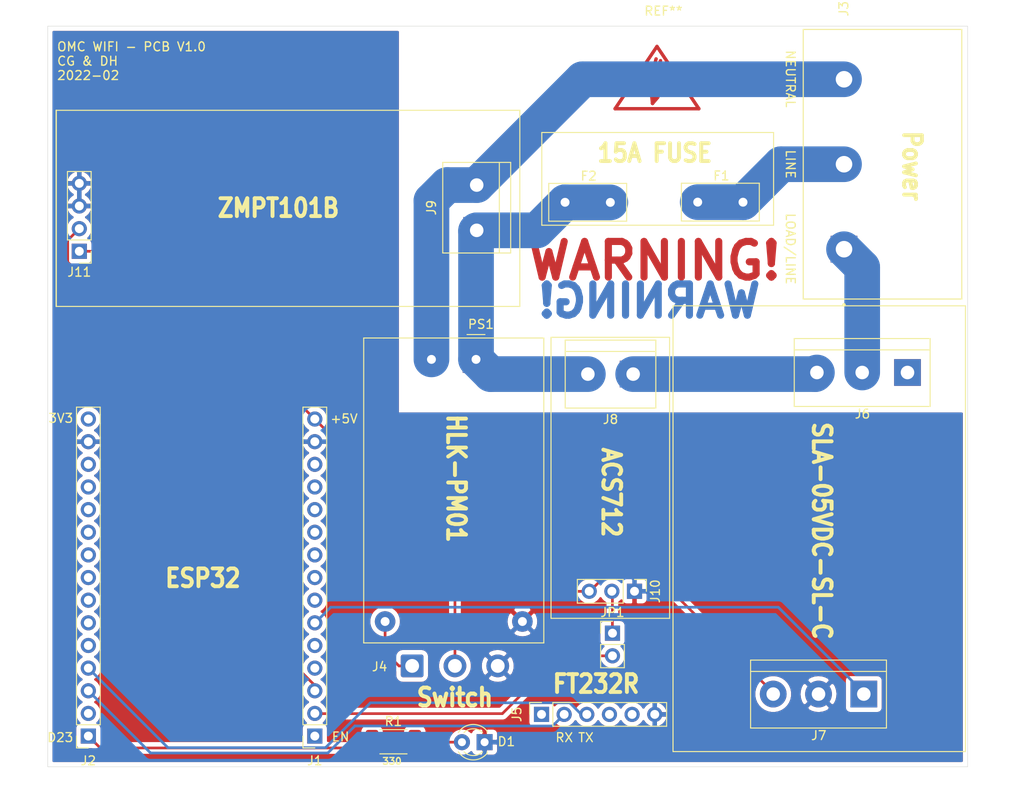
<source format=kicad_pcb>
(kicad_pcb (version 20171130) (host pcbnew 5.1.12-84ad8e8a86~92~ubuntu18.04.1)

  (general
    (thickness 1.6)
    (drawings 77)
    (tracks 67)
    (zones 0)
    (modules 18)
    (nets 42)
  )

  (page A4)
  (layers
    (0 F.Cu signal)
    (31 B.Cu signal)
    (32 B.Adhes user hide)
    (33 F.Adhes user)
    (34 B.Paste user)
    (35 F.Paste user)
    (36 B.SilkS user)
    (37 F.SilkS user)
    (38 B.Mask user hide)
    (39 F.Mask user)
    (40 Dwgs.User user)
    (41 Cmts.User user)
    (42 Eco1.User user)
    (43 Eco2.User user)
    (44 Edge.Cuts user)
    (45 Margin user)
    (46 B.CrtYd user)
    (47 F.CrtYd user)
    (48 B.Fab user)
    (49 F.Fab user hide)
  )

  (setup
    (last_trace_width 0.3)
    (trace_clearance 0.3)
    (zone_clearance 0.508)
    (zone_45_only no)
    (trace_min 0.2)
    (via_size 1.2)
    (via_drill 0.6)
    (via_min_size 0.4)
    (via_min_drill 0.3)
    (uvia_size 1.2)
    (uvia_drill 0.6)
    (uvias_allowed no)
    (uvia_min_size 0.2)
    (uvia_min_drill 0.1)
    (edge_width 0.05)
    (segment_width 0.2)
    (pcb_text_width 0.3)
    (pcb_text_size 1.5 1.5)
    (mod_edge_width 0.12)
    (mod_text_size 1 1)
    (mod_text_width 0.15)
    (pad_size 3 3)
    (pad_drill 1)
    (pad_to_mask_clearance 0.05)
    (aux_axis_origin 0 0)
    (visible_elements 7FFFFFFF)
    (pcbplotparams
      (layerselection 0x010fc_ffffffff)
      (usegerberextensions true)
      (usegerberattributes false)
      (usegerberadvancedattributes false)
      (creategerberjobfile false)
      (excludeedgelayer true)
      (linewidth 0.100000)
      (plotframeref false)
      (viasonmask false)
      (mode 1)
      (useauxorigin false)
      (hpglpennumber 1)
      (hpglpenspeed 20)
      (hpglpendiameter 15.000000)
      (psnegative false)
      (psa4output false)
      (plotreference true)
      (plotvalue false)
      (plotinvisibletext false)
      (padsonsilk false)
      (subtractmaskfromsilk true)
      (outputformat 1)
      (mirror false)
      (drillshape 0)
      (scaleselection 1)
      (outputdirectory "OMC_WIFI_GERBERS/"))
  )

  (net 0 "")
  (net 1 GND)
  (net 2 "Net-(D1-Pad2)")
  (net 3 +5V)
  (net 4 D13)
  (net 5 D12)
  (net 6 D14)
  (net 7 D26)
  (net 8 D25)
  (net 9 D33)
  (net 10 D32_RELAY)
  (net 11 D35)
  (net 12 D34)
  (net 13 EN)
  (net 14 D22)
  (net 15 TX0)
  (net 16 RX0)
  (net 17 D21)
  (net 18 D19)
  (net 19 D18)
  (net 20 D5)
  (net 21 TX2)
  (net 22 RX2)
  (net 23 D4)
  (net 24 D2)
  (net 25 D15)
  (net 26 3V3)
  (net 27 LINE)
  (net 28 DTR)
  (net 29 VCC)
  (net 30 CTS)
  (net 31 NC)
  (net 32 COM)
  (net 33 NO)
  (net 34 "Net-(J4-Pad1)")
  (net 35 VN_ZMPT)
  (net 36 VP_ACS)
  (net 37 D27)
  (net 38 D23_LED)
  (net 39 NEUTRAL)
  (net 40 "Net-(F1-Pad1)")
  (net 41 "Net-(J10-Pad2)")

  (net_class Default "This is the default net class."
    (clearance 0.3)
    (trace_width 0.3)
    (via_dia 1.2)
    (via_drill 0.6)
    (uvia_dia 1.2)
    (uvia_drill 0.6)
    (diff_pair_width 0.3)
    (diff_pair_gap 0.3)
    (add_net +5V)
    (add_net 3V3)
    (add_net CTS)
    (add_net D12)
    (add_net D13)
    (add_net D14)
    (add_net D15)
    (add_net D18)
    (add_net D19)
    (add_net D2)
    (add_net D21)
    (add_net D22)
    (add_net D23_LED)
    (add_net D25)
    (add_net D26)
    (add_net D27)
    (add_net D32_RELAY)
    (add_net D33)
    (add_net D34)
    (add_net D35)
    (add_net D4)
    (add_net D5)
    (add_net DTR)
    (add_net EN)
    (add_net GND)
    (add_net "Net-(D1-Pad2)")
    (add_net "Net-(J10-Pad2)")
    (add_net "Net-(J4-Pad1)")
    (add_net RX0)
    (add_net RX2)
    (add_net TX0)
    (add_net TX2)
    (add_net VCC)
    (add_net VN_ZMPT)
    (add_net VP_ACS)
  )

  (net_class "220V HC" ""
    (clearance 1)
    (trace_width 4)
    (via_dia 1.2)
    (via_drill 0.6)
    (uvia_dia 1.2)
    (uvia_drill 0.6)
    (diff_pair_width 0.3)
    (diff_pair_gap 0.3)
    (add_net COM)
    (add_net LINE)
    (add_net NC)
    (add_net NEUTRAL)
    (add_net NO)
    (add_net "Net-(F1-Pad1)")
  )

  (net_class "220V LC" ""
    (clearance 1)
    (trace_width 2)
    (via_dia 1.2)
    (via_drill 0.6)
    (uvia_dia 1.2)
    (uvia_drill 0.6)
    (diff_pair_width 0.3)
    (diff_pair_gap 0.3)
  )

  (module Connector_PinSocket_2.54mm:PinSocket_1x06_P2.54mm_Vertical (layer F.Cu) (tedit 5A19A430) (tstamp 620BA394)
    (at 631.97 -904.73 90)
    (descr "Through hole straight socket strip, 1x06, 2.54mm pitch, single row (from Kicad 4.0.7), script generated")
    (tags "Through hole socket strip THT 1x06 2.54mm single row")
    (path /6239A494)
    (fp_text reference J5 (at 0 -2.77 90) (layer F.SilkS)
      (effects (font (size 1 1) (thickness 0.15)))
    )
    (fp_text value Pins_FT232R (at 0 15.47 90) (layer F.Fab)
      (effects (font (size 1 1) (thickness 0.15)))
    )
    (fp_line (start -1.27 -1.27) (end 0.635 -1.27) (layer F.Fab) (width 0.1))
    (fp_line (start 0.635 -1.27) (end 1.27 -0.635) (layer F.Fab) (width 0.1))
    (fp_line (start 1.27 -0.635) (end 1.27 13.97) (layer F.Fab) (width 0.1))
    (fp_line (start 1.27 13.97) (end -1.27 13.97) (layer F.Fab) (width 0.1))
    (fp_line (start -1.27 13.97) (end -1.27 -1.27) (layer F.Fab) (width 0.1))
    (fp_line (start -1.33 1.27) (end 1.33 1.27) (layer F.SilkS) (width 0.12))
    (fp_line (start -1.33 1.27) (end -1.33 14.03) (layer F.SilkS) (width 0.12))
    (fp_line (start -1.33 14.03) (end 1.33 14.03) (layer F.SilkS) (width 0.12))
    (fp_line (start 1.33 1.27) (end 1.33 14.03) (layer F.SilkS) (width 0.12))
    (fp_line (start 1.33 -1.33) (end 1.33 0) (layer F.SilkS) (width 0.12))
    (fp_line (start 0 -1.33) (end 1.33 -1.33) (layer F.SilkS) (width 0.12))
    (fp_line (start -1.8 -1.8) (end 1.75 -1.8) (layer F.CrtYd) (width 0.05))
    (fp_line (start 1.75 -1.8) (end 1.75 14.45) (layer F.CrtYd) (width 0.05))
    (fp_line (start 1.75 14.45) (end -1.8 14.45) (layer F.CrtYd) (width 0.05))
    (fp_line (start -1.8 14.45) (end -1.8 -1.8) (layer F.CrtYd) (width 0.05))
    (fp_text user %R (at 0 6.35) (layer F.Fab)
      (effects (font (size 1 1) (thickness 0.15)))
    )
    (pad 1 thru_hole rect (at 0 0 90) (size 1.7 1.7) (drill 1) (layers *.Cu *.Mask)
      (net 28 DTR))
    (pad 2 thru_hole oval (at 0 2.54 90) (size 1.7 1.7) (drill 1) (layers *.Cu *.Mask)
      (net 15 TX0))
    (pad 3 thru_hole oval (at 0 5.08 90) (size 1.7 1.7) (drill 1) (layers *.Cu *.Mask)
      (net 16 RX0))
    (pad 4 thru_hole oval (at 0 7.62 90) (size 1.7 1.7) (drill 1) (layers *.Cu *.Mask)
      (net 29 VCC))
    (pad 5 thru_hole oval (at 0 10.16 90) (size 1.7 1.7) (drill 1) (layers *.Cu *.Mask)
      (net 30 CTS))
    (pad 6 thru_hole oval (at 0 12.7 90) (size 1.7 1.7) (drill 1) (layers *.Cu *.Mask)
      (net 1 GND))
    (model ${KISYS3DMOD}/Connector_PinSocket_2.54mm.3dshapes/PinSocket_1x06_P2.54mm_Vertical.wrl
      (at (xyz 0 0 0))
      (scale (xyz 1 1 1))
      (rotate (xyz 0 0 0))
    )
  )

  (module Symbol:Symbol_HighVoltage_Type2_CopperTop_VerySmall (layer F.Cu) (tedit 0) (tstamp 6213ABCF)
    (at 644.92 -975.46)
    (descr "Symbol, High Voltage, Type 2, Copper Top, Very Small,")
    (tags "Symbol, High Voltage, Type 2, Copper Top, Very Small,")
    (attr virtual)
    (fp_text reference REF** (at 0.73 -8.17) (layer F.SilkS)
      (effects (font (size 1 1) (thickness 0.15)))
    )
    (fp_text value Symbol_HighVoltage_Type2_CopperTop_VerySmall (at -0.381 4.572) (layer F.Fab)
      (effects (font (size 1 1) (thickness 0.15)))
    )
    (fp_line (start -0.49784 2.19964) (end 0.70104 -0.89916) (layer F.Cu) (width 0.381))
    (fp_line (start 0.70104 -0.89916) (end 0.1016 -0.50038) (layer F.Cu) (width 0.381))
    (fp_line (start -0.89916 0.20066) (end 0.40132 -2.60096) (layer F.Cu) (width 0.381))
    (fp_line (start -0.49784 2.19964) (end 0.1016 1.50114) (layer F.Cu) (width 0.381))
    (fp_line (start -0.09906 -2.79908) (end -0.89916 0.20066) (layer F.Cu) (width 0.381))
    (fp_line (start -0.89916 0.20066) (end 0.29972 -0.59944) (layer F.Cu) (width 0.381))
    (fp_line (start 0.29972 -0.59944) (end -0.49784 2.19964) (layer F.Cu) (width 0.381))
    (fp_line (start -0.49784 2.19964) (end -0.59944 1.30048) (layer F.Cu) (width 0.381))
    (fp_line (start 0 -4.191) (end 4.699 2.794) (layer F.Cu) (width 0.381))
    (fp_line (start 4.699 2.794) (end -4.699 2.794) (layer F.Cu) (width 0.381))
    (fp_line (start -4.699 2.794) (end 0 -4.191) (layer F.Cu) (width 0.381))
  )

  (module Connector_PinHeader_2.54mm:PinHeader_1x02_P2.54mm_Vertical (layer F.Cu) (tedit 59FED5CC) (tstamp 6211312F)
    (at 639.93 -913.84)
    (descr "Through hole straight pin header, 1x02, 2.54mm pitch, single row")
    (tags "Through hole pin header THT 1x02 2.54mm single row")
    (path /621BDC2F)
    (fp_text reference JP1 (at 0 -2.33) (layer F.SilkS)
      (effects (font (size 1 1) (thickness 0.15)))
    )
    (fp_text value Jumper (at 0 4.87) (layer F.Fab)
      (effects (font (size 1 1) (thickness 0.15)))
    )
    (fp_line (start -0.635 -1.27) (end 1.27 -1.27) (layer F.Fab) (width 0.1))
    (fp_line (start 1.27 -1.27) (end 1.27 3.81) (layer F.Fab) (width 0.1))
    (fp_line (start 1.27 3.81) (end -1.27 3.81) (layer F.Fab) (width 0.1))
    (fp_line (start -1.27 3.81) (end -1.27 -0.635) (layer F.Fab) (width 0.1))
    (fp_line (start -1.27 -0.635) (end -0.635 -1.27) (layer F.Fab) (width 0.1))
    (fp_line (start -1.33 3.87) (end 1.33 3.87) (layer F.SilkS) (width 0.12))
    (fp_line (start -1.33 1.27) (end -1.33 3.87) (layer F.SilkS) (width 0.12))
    (fp_line (start 1.33 1.27) (end 1.33 3.87) (layer F.SilkS) (width 0.12))
    (fp_line (start -1.33 1.27) (end 1.33 1.27) (layer F.SilkS) (width 0.12))
    (fp_line (start -1.33 0) (end -1.33 -1.33) (layer F.SilkS) (width 0.12))
    (fp_line (start -1.33 -1.33) (end 0 -1.33) (layer F.SilkS) (width 0.12))
    (fp_line (start -1.8 -1.8) (end -1.8 4.35) (layer F.CrtYd) (width 0.05))
    (fp_line (start -1.8 4.35) (end 1.8 4.35) (layer F.CrtYd) (width 0.05))
    (fp_line (start 1.8 4.35) (end 1.8 -1.8) (layer F.CrtYd) (width 0.05))
    (fp_line (start 1.8 -1.8) (end -1.8 -1.8) (layer F.CrtYd) (width 0.05))
    (fp_text user %R (at 0 1.27 90) (layer F.Fab)
      (effects (font (size 1 1) (thickness 0.15)))
    )
    (pad 2 thru_hole oval (at 0 2.54) (size 1.7 1.7) (drill 1) (layers *.Cu *.Mask)
      (net 36 VP_ACS))
    (pad 1 thru_hole rect (at 0 0) (size 1.7 1.7) (drill 1) (layers *.Cu *.Mask)
      (net 41 "Net-(J10-Pad2)"))
    (model ${KISYS3DMOD}/Connector_PinHeader_2.54mm.3dshapes/PinHeader_1x02_P2.54mm_Vertical.wrl
      (at (xyz 0 0 0))
      (scale (xyz 1 1 1))
      (rotate (xyz 0 0 0))
    )
  )

  (module Fuse:Fuse_Littelfuse_395Series (layer F.Cu) (tedit 5A1C8B31) (tstamp 6210D1BE)
    (at 634.61 -962.17)
    (descr "Fuse, TE5, Littelfuse/Wickmann, No. 460, No560,")
    (tags "Fuse TE5 Littelfuse/Wickmann No. 460 No560 ")
    (path /6214DC3E)
    (fp_text reference F2 (at 2.65 -2.95) (layer F.SilkS)
      (effects (font (size 1 1) (thickness 0.15)))
    )
    (fp_text value Fuse (at 2.35 3.1) (layer F.Fab)
      (effects (font (size 1 1) (thickness 0.15)))
    )
    (fp_line (start 6.91 2.12) (end -1.83 2.12) (layer F.SilkS) (width 0.12))
    (fp_line (start 6.91 2.12) (end 6.91 -2.12) (layer F.SilkS) (width 0.12))
    (fp_line (start -1.83 -2.12) (end -1.83 2.12) (layer F.SilkS) (width 0.12))
    (fp_line (start -1.83 -2.12) (end 6.91 -2.12) (layer F.SilkS) (width 0.12))
    (fp_line (start 7.04 2.25) (end -1.96 2.25) (layer F.CrtYd) (width 0.05))
    (fp_line (start 7.04 2.25) (end 7.04 -2.25) (layer F.CrtYd) (width 0.05))
    (fp_line (start -1.96 -2.25) (end -1.96 2.25) (layer F.CrtYd) (width 0.05))
    (fp_line (start -1.96 -2.25) (end 7.04 -2.25) (layer F.CrtYd) (width 0.05))
    (fp_line (start -1.71 -2) (end -1.71 2) (layer F.Fab) (width 0.1))
    (fp_line (start 6.79 -2) (end -1.71 -2) (layer F.Fab) (width 0.1))
    (fp_line (start 6.79 2) (end 6.79 -2) (layer F.Fab) (width 0.1))
    (fp_line (start -1.71 2) (end 6.79 2) (layer F.Fab) (width 0.1))
    (fp_text user %R (at 2.75 -1.25) (layer F.Fab)
      (effects (font (size 1 1) (thickness 0.15)))
    )
    (pad 2 thru_hole circle (at 5.08 0.01) (size 2 2) (drill 1) (layers *.Cu *.Mask)
      (net 27 LINE))
    (pad 1 thru_hole circle (at 0 0) (size 2 2) (drill 1) (layers *.Cu *.Mask)
      (net 27 LINE))
    (model ${KISYS3DMOD}/Fuse.3dshapes/Fuse_Littelfuse_395Series.wrl
      (at (xyz 0 0 0))
      (scale (xyz 1 1 1))
      (rotate (xyz 0 0 0))
    )
  )

  (module Fuse:Fuse_Littelfuse_395Series (layer F.Cu) (tedit 5A1C8B31) (tstamp 62103D9A)
    (at 649.49 -962.19)
    (descr "Fuse, TE5, Littelfuse/Wickmann, No. 460, No560,")
    (tags "Fuse TE5 Littelfuse/Wickmann No. 460 No560 ")
    (path /6211FE5D)
    (fp_text reference F1 (at 2.65 -2.95) (layer F.SilkS)
      (effects (font (size 1 1) (thickness 0.15)))
    )
    (fp_text value Fuse (at 2.35 3.1) (layer F.Fab)
      (effects (font (size 1 1) (thickness 0.15)))
    )
    (fp_line (start 6.91 2.12) (end -1.83 2.12) (layer F.SilkS) (width 0.12))
    (fp_line (start 6.91 2.12) (end 6.91 -2.12) (layer F.SilkS) (width 0.12))
    (fp_line (start -1.83 -2.12) (end -1.83 2.12) (layer F.SilkS) (width 0.12))
    (fp_line (start -1.83 -2.12) (end 6.91 -2.12) (layer F.SilkS) (width 0.12))
    (fp_line (start 7.04 2.25) (end -1.96 2.25) (layer F.CrtYd) (width 0.05))
    (fp_line (start 7.04 2.25) (end 7.04 -2.25) (layer F.CrtYd) (width 0.05))
    (fp_line (start -1.96 -2.25) (end -1.96 2.25) (layer F.CrtYd) (width 0.05))
    (fp_line (start -1.96 -2.25) (end 7.04 -2.25) (layer F.CrtYd) (width 0.05))
    (fp_line (start -1.71 -2) (end -1.71 2) (layer F.Fab) (width 0.1))
    (fp_line (start 6.79 -2) (end -1.71 -2) (layer F.Fab) (width 0.1))
    (fp_line (start 6.79 2) (end 6.79 -2) (layer F.Fab) (width 0.1))
    (fp_line (start -1.71 2) (end 6.79 2) (layer F.Fab) (width 0.1))
    (fp_text user %R (at 2.75 -1.25) (layer F.Fab)
      (effects (font (size 1 1) (thickness 0.15)))
    )
    (pad 2 thru_hole circle (at 5.08 0.01) (size 2 2) (drill 1) (layers *.Cu *.Mask)
      (net 40 "Net-(F1-Pad1)"))
    (pad 1 thru_hole circle (at 0 0) (size 2 2) (drill 1) (layers *.Cu *.Mask)
      (net 40 "Net-(F1-Pad1)"))
    (model ${KISYS3DMOD}/Fuse.3dshapes/Fuse_Littelfuse_395Series.wrl
      (at (xyz 0 0 0))
      (scale (xyz 1 1 1))
      (rotate (xyz 0 0 0))
    )
  )

  (module TerminalBlock:TerminalBlock_bornier-2_P5.08mm (layer F.Cu) (tedit 59FF03AB) (tstamp 620BA3EE)
    (at 624.7 -959.025 90)
    (descr "simple 2-pin terminal block, pitch 5.08mm, revamped version of bornier2")
    (tags "terminal block bornier2")
    (path /62231822)
    (fp_text reference J9 (at 2.54 -5.08 90) (layer F.SilkS)
      (effects (font (size 1 1) (thickness 0.15)))
    )
    (fp_text value Line_ZMPT101B (at 2.54 5.08 90) (layer F.Fab)
      (effects (font (size 1 1) (thickness 0.15)))
    )
    (fp_line (start 7.79 4) (end -2.71 4) (layer F.CrtYd) (width 0.05))
    (fp_line (start 7.79 4) (end 7.79 -4) (layer F.CrtYd) (width 0.05))
    (fp_line (start -2.71 -4) (end -2.71 4) (layer F.CrtYd) (width 0.05))
    (fp_line (start -2.71 -4) (end 7.79 -4) (layer F.CrtYd) (width 0.05))
    (fp_line (start -2.54 3.81) (end 7.62 3.81) (layer F.SilkS) (width 0.12))
    (fp_line (start -2.54 -3.81) (end -2.54 3.81) (layer F.SilkS) (width 0.12))
    (fp_line (start 7.62 -3.81) (end -2.54 -3.81) (layer F.SilkS) (width 0.12))
    (fp_line (start 7.62 3.81) (end 7.62 -3.81) (layer F.SilkS) (width 0.12))
    (fp_line (start 7.62 2.54) (end -2.54 2.54) (layer F.SilkS) (width 0.12))
    (fp_line (start 7.54 -3.75) (end -2.46 -3.75) (layer F.Fab) (width 0.1))
    (fp_line (start 7.54 3.75) (end 7.54 -3.75) (layer F.Fab) (width 0.1))
    (fp_line (start -2.46 3.75) (end 7.54 3.75) (layer F.Fab) (width 0.1))
    (fp_line (start -2.46 -3.75) (end -2.46 3.75) (layer F.Fab) (width 0.1))
    (fp_line (start -2.41 2.55) (end 7.49 2.55) (layer F.Fab) (width 0.1))
    (fp_text user %R (at 2.54 0 90) (layer F.Fab)
      (effects (font (size 1 1) (thickness 0.15)))
    )
    (pad 1 thru_hole rect (at 0 0 90) (size 3 3) (drill 1.52) (layers *.Cu *.Mask)
      (net 27 LINE))
    (pad 2 thru_hole circle (at 5.08 0 90) (size 3 3) (drill 1.52) (layers *.Cu *.Mask)
      (net 39 NEUTRAL))
    (model ${KISYS3DMOD}/TerminalBlock.3dshapes/TerminalBlock_bornier-2_P5.08mm.wrl
      (offset (xyz 2.539999961853027 0 0))
      (scale (xyz 1 1 1))
      (rotate (xyz 0 0 0))
    )
  )

  (module TerminalBlock:TerminalBlock_bornier-3_P5.08mm (layer F.Cu) (tedit 59FF03B9) (tstamp 620BA3C2)
    (at 668.12 -907.01 180)
    (descr "simple 3-pin terminal block, pitch 5.08mm, revamped version of bornier3")
    (tags "terminal block bornier3")
    (path /623E700B)
    (fp_text reference J7 (at 5.05 -4.65) (layer F.SilkS)
      (effects (font (size 1 1) (thickness 0.15)))
    )
    (fp_text value Control_Relay (at 5.08 5.08) (layer F.Fab)
      (effects (font (size 1 1) (thickness 0.15)))
    )
    (fp_line (start -2.47 2.55) (end 12.63 2.55) (layer F.Fab) (width 0.1))
    (fp_line (start -2.47 -3.75) (end 12.63 -3.75) (layer F.Fab) (width 0.1))
    (fp_line (start 12.63 -3.75) (end 12.63 3.75) (layer F.Fab) (width 0.1))
    (fp_line (start 12.63 3.75) (end -2.47 3.75) (layer F.Fab) (width 0.1))
    (fp_line (start -2.47 3.75) (end -2.47 -3.75) (layer F.Fab) (width 0.1))
    (fp_line (start -2.54 3.81) (end -2.54 -3.81) (layer F.SilkS) (width 0.12))
    (fp_line (start 12.7 3.81) (end 12.7 -3.81) (layer F.SilkS) (width 0.12))
    (fp_line (start -2.54 2.54) (end 12.7 2.54) (layer F.SilkS) (width 0.12))
    (fp_line (start -2.54 -3.81) (end 12.7 -3.81) (layer F.SilkS) (width 0.12))
    (fp_line (start -2.54 3.81) (end 12.7 3.81) (layer F.SilkS) (width 0.12))
    (fp_line (start -2.72 -4) (end 12.88 -4) (layer F.CrtYd) (width 0.05))
    (fp_line (start -2.72 -4) (end -2.72 4) (layer F.CrtYd) (width 0.05))
    (fp_line (start 12.88 4) (end 12.88 -4) (layer F.CrtYd) (width 0.05))
    (fp_line (start 12.88 4) (end -2.72 4) (layer F.CrtYd) (width 0.05))
    (fp_text user %R (at 5.08 0) (layer F.Fab)
      (effects (font (size 1 1) (thickness 0.15)))
    )
    (pad 3 thru_hole circle (at 10.16 0 180) (size 3 3) (drill 1.52) (layers *.Cu *.Mask)
      (net 3 +5V))
    (pad 2 thru_hole circle (at 5.08 0 180) (size 3 3) (drill 1.52) (layers *.Cu *.Mask)
      (net 1 GND))
    (pad 1 thru_hole rect (at 0 0 180) (size 3 3) (drill 1.52) (layers *.Cu *.Mask)
      (net 10 D32_RELAY))
    (model ${KISYS3DMOD}/TerminalBlock.3dshapes/TerminalBlock_bornier-3_P5.08mm.wrl
      (offset (xyz 5.079999923706055 0 0))
      (scale (xyz 1 1 1))
      (rotate (xyz 0 0 0))
    )
  )

  (module TerminalBlock:TerminalBlock_bornier-2_P5.08mm (layer F.Cu) (tedit 59FF03AB) (tstamp 620D8EE7)
    (at 642.25 -942.9 180)
    (descr "simple 2-pin terminal block, pitch 5.08mm, revamped version of bornier2")
    (tags "terminal block bornier2")
    (path /621188AB)
    (fp_text reference J8 (at 2.54 -5.08) (layer F.SilkS)
      (effects (font (size 1 1) (thickness 0.15)))
    )
    (fp_text value Line_ACS712 (at 2.54 5.08) (layer F.Fab)
      (effects (font (size 1 1) (thickness 0.15)))
    )
    (fp_line (start 7.79 4) (end -2.71 4) (layer F.CrtYd) (width 0.05))
    (fp_line (start 7.79 4) (end 7.79 -4) (layer F.CrtYd) (width 0.05))
    (fp_line (start -2.71 -4) (end -2.71 4) (layer F.CrtYd) (width 0.05))
    (fp_line (start -2.71 -4) (end 7.79 -4) (layer F.CrtYd) (width 0.05))
    (fp_line (start -2.54 3.81) (end 7.62 3.81) (layer F.SilkS) (width 0.12))
    (fp_line (start -2.54 -3.81) (end -2.54 3.81) (layer F.SilkS) (width 0.12))
    (fp_line (start 7.62 -3.81) (end -2.54 -3.81) (layer F.SilkS) (width 0.12))
    (fp_line (start 7.62 3.81) (end 7.62 -3.81) (layer F.SilkS) (width 0.12))
    (fp_line (start 7.62 2.54) (end -2.54 2.54) (layer F.SilkS) (width 0.12))
    (fp_line (start 7.54 -3.75) (end -2.46 -3.75) (layer F.Fab) (width 0.1))
    (fp_line (start 7.54 3.75) (end 7.54 -3.75) (layer F.Fab) (width 0.1))
    (fp_line (start -2.46 3.75) (end 7.54 3.75) (layer F.Fab) (width 0.1))
    (fp_line (start -2.46 -3.75) (end -2.46 3.75) (layer F.Fab) (width 0.1))
    (fp_line (start -2.41 2.55) (end 7.49 2.55) (layer F.Fab) (width 0.1))
    (fp_text user %R (at 2.54 0) (layer F.Fab)
      (effects (font (size 1 1) (thickness 0.15)))
    )
    (pad 1 thru_hole rect (at 0 0 180) (size 3 3) (drill 1.52) (layers *.Cu *.Mask)
      (net 33 NO))
    (pad 2 thru_hole circle (at 5.08 0 180) (size 3 3) (drill 1.52) (layers *.Cu *.Mask)
      (net 27 LINE))
    (model ${KISYS3DMOD}/TerminalBlock.3dshapes/TerminalBlock_bornier-2_P5.08mm.wrl
      (offset (xyz 2.539999961853027 0 0))
      (scale (xyz 1 1 1))
      (rotate (xyz 0 0 0))
    )
  )

  (module TerminalBlock:TerminalBlock_bornier-3_P5.08mm (layer F.Cu) (tedit 59FF03B9) (tstamp 620D8ED1)
    (at 673.02 -943.08 180)
    (descr "simple 3-pin terminal block, pitch 5.08mm, revamped version of bornier3")
    (tags "terminal block bornier3")
    (path /623E5D69)
    (fp_text reference J6 (at 5.05 -4.65) (layer F.SilkS)
      (effects (font (size 1 1) (thickness 0.15)))
    )
    (fp_text value Line_Relay (at 5.08 5.08) (layer F.Fab)
      (effects (font (size 1 1) (thickness 0.15)))
    )
    (fp_line (start -2.47 2.55) (end 12.63 2.55) (layer F.Fab) (width 0.1))
    (fp_line (start -2.47 -3.75) (end 12.63 -3.75) (layer F.Fab) (width 0.1))
    (fp_line (start 12.63 -3.75) (end 12.63 3.75) (layer F.Fab) (width 0.1))
    (fp_line (start 12.63 3.75) (end -2.47 3.75) (layer F.Fab) (width 0.1))
    (fp_line (start -2.47 3.75) (end -2.47 -3.75) (layer F.Fab) (width 0.1))
    (fp_line (start -2.54 3.81) (end -2.54 -3.81) (layer F.SilkS) (width 0.12))
    (fp_line (start 12.7 3.81) (end 12.7 -3.81) (layer F.SilkS) (width 0.12))
    (fp_line (start -2.54 2.54) (end 12.7 2.54) (layer F.SilkS) (width 0.12))
    (fp_line (start -2.54 -3.81) (end 12.7 -3.81) (layer F.SilkS) (width 0.12))
    (fp_line (start -2.54 3.81) (end 12.7 3.81) (layer F.SilkS) (width 0.12))
    (fp_line (start -2.72 -4) (end 12.88 -4) (layer F.CrtYd) (width 0.05))
    (fp_line (start -2.72 -4) (end -2.72 4) (layer F.CrtYd) (width 0.05))
    (fp_line (start 12.88 4) (end 12.88 -4) (layer F.CrtYd) (width 0.05))
    (fp_line (start 12.88 4) (end -2.72 4) (layer F.CrtYd) (width 0.05))
    (fp_text user %R (at 5.08 0) (layer F.Fab)
      (effects (font (size 1 1) (thickness 0.15)))
    )
    (pad 3 thru_hole circle (at 10.16 0 180) (size 3 3) (drill 1.52) (layers *.Cu *.Mask)
      (net 33 NO))
    (pad 2 thru_hole circle (at 5.08 0 180) (size 3 3) (drill 1.52) (layers *.Cu *.Mask)
      (net 32 COM))
    (pad 1 thru_hole rect (at 0 0 180) (size 3 3) (drill 1.52) (layers *.Cu *.Mask)
      (net 31 NC))
    (model ${KISYS3DMOD}/TerminalBlock.3dshapes/TerminalBlock_bornier-3_P5.08mm.wrl
      (offset (xyz 5.079999923706055 0 0))
      (scale (xyz 1 1 1))
      (rotate (xyz 0 0 0))
    )
  )

  (module LED_THT:LED_D3.0mm (layer F.Cu) (tedit 587A3A7B) (tstamp 620BA30B)
    (at 625.585 -901.615 180)
    (descr "LED, diameter 3.0mm, 2 pins")
    (tags "LED diameter 3.0mm 2 pins")
    (path /621083D3)
    (fp_text reference D1 (at -2.445 0.065 180) (layer F.SilkS)
      (effects (font (size 1 1) (thickness 0.15)))
    )
    (fp_text value LED (at 1.27 2.96) (layer F.Fab)
      (effects (font (size 1 1) (thickness 0.15)))
    )
    (fp_circle (center 1.27 0) (end 2.77 0) (layer F.Fab) (width 0.1))
    (fp_line (start -0.23 -1.16619) (end -0.23 1.16619) (layer F.Fab) (width 0.1))
    (fp_line (start -0.29 -1.236) (end -0.29 -1.08) (layer F.SilkS) (width 0.12))
    (fp_line (start -0.29 1.08) (end -0.29 1.236) (layer F.SilkS) (width 0.12))
    (fp_line (start -1.15 -2.25) (end -1.15 2.25) (layer F.CrtYd) (width 0.05))
    (fp_line (start -1.15 2.25) (end 3.7 2.25) (layer F.CrtYd) (width 0.05))
    (fp_line (start 3.7 2.25) (end 3.7 -2.25) (layer F.CrtYd) (width 0.05))
    (fp_line (start 3.7 -2.25) (end -1.15 -2.25) (layer F.CrtYd) (width 0.05))
    (fp_arc (start 1.27 0) (end -0.23 -1.16619) (angle 284.3) (layer F.Fab) (width 0.1))
    (fp_arc (start 1.27 0) (end -0.29 -1.235516) (angle 108.8) (layer F.SilkS) (width 0.12))
    (fp_arc (start 1.27 0) (end -0.29 1.235516) (angle -108.8) (layer F.SilkS) (width 0.12))
    (fp_arc (start 1.27 0) (end 0.229039 -1.08) (angle 87.9) (layer F.SilkS) (width 0.12))
    (fp_arc (start 1.27 0) (end 0.229039 1.08) (angle -87.9) (layer F.SilkS) (width 0.12))
    (pad 1 thru_hole rect (at 0 0 180) (size 1.8 1.8) (drill 0.9) (layers *.Cu *.Mask)
      (net 1 GND))
    (pad 2 thru_hole circle (at 2.54 0 180) (size 1.8 1.8) (drill 0.9) (layers *.Cu *.Mask)
      (net 2 "Net-(D1-Pad2)"))
    (model ${KISYS3DMOD}/LED_THT.3dshapes/LED_D3.0mm.wrl
      (at (xyz 0 0 0))
      (scale (xyz 1 1 1))
      (rotate (xyz 0 0 0))
    )
  )

  (module Connector_PinSocket_2.54mm:PinSocket_1x15_P2.54mm_Vertical (layer F.Cu) (tedit 5A19A41D) (tstamp 621420DA)
    (at 606.54 -902.3 180)
    (descr "Through hole straight socket strip, 1x15, 2.54mm pitch, single row (from Kicad 4.0.7), script generated")
    (tags "Through hole socket strip THT 1x15 2.54mm single row")
    (path /620C54F2)
    (fp_text reference J1 (at 0 -2.77) (layer F.SilkS)
      (effects (font (size 1 1) (thickness 0.15)))
    )
    (fp_text value ESP32_Left (at 0 38.33) (layer F.Fab)
      (effects (font (size 1 1) (thickness 0.15)))
    )
    (fp_line (start -1.27 -1.27) (end 0.635 -1.27) (layer F.Fab) (width 0.1))
    (fp_line (start 0.635 -1.27) (end 1.27 -0.635) (layer F.Fab) (width 0.1))
    (fp_line (start 1.27 -0.635) (end 1.27 36.83) (layer F.Fab) (width 0.1))
    (fp_line (start 1.27 36.83) (end -1.27 36.83) (layer F.Fab) (width 0.1))
    (fp_line (start -1.27 36.83) (end -1.27 -1.27) (layer F.Fab) (width 0.1))
    (fp_line (start -1.33 1.27) (end 1.33 1.27) (layer F.SilkS) (width 0.12))
    (fp_line (start -1.33 1.27) (end -1.33 36.89) (layer F.SilkS) (width 0.12))
    (fp_line (start -1.33 36.89) (end 1.33 36.89) (layer F.SilkS) (width 0.12))
    (fp_line (start 1.33 1.27) (end 1.33 36.89) (layer F.SilkS) (width 0.12))
    (fp_line (start 1.33 -1.33) (end 1.33 0) (layer F.SilkS) (width 0.12))
    (fp_line (start 0 -1.33) (end 1.33 -1.33) (layer F.SilkS) (width 0.12))
    (fp_line (start -1.8 -1.8) (end 1.75 -1.8) (layer F.CrtYd) (width 0.05))
    (fp_line (start 1.75 -1.8) (end 1.75 37.3) (layer F.CrtYd) (width 0.05))
    (fp_line (start 1.75 37.3) (end -1.8 37.3) (layer F.CrtYd) (width 0.05))
    (fp_line (start -1.8 37.3) (end -1.8 -1.8) (layer F.CrtYd) (width 0.05))
    (fp_text user %R (at 0 17.78 90) (layer F.Fab)
      (effects (font (size 1 1) (thickness 0.15)))
    )
    (pad 1 thru_hole rect (at 0 0 180) (size 1.7 1.7) (drill 1) (layers *.Cu *.Mask)
      (net 13 EN))
    (pad 2 thru_hole oval (at 0 2.54 180) (size 1.7 1.7) (drill 1) (layers *.Cu *.Mask)
      (net 36 VP_ACS))
    (pad 3 thru_hole oval (at 0 5.08 180) (size 1.7 1.7) (drill 1) (layers *.Cu *.Mask)
      (net 35 VN_ZMPT))
    (pad 4 thru_hole oval (at 0 7.62 180) (size 1.7 1.7) (drill 1) (layers *.Cu *.Mask)
      (net 12 D34))
    (pad 5 thru_hole oval (at 0 10.16 180) (size 1.7 1.7) (drill 1) (layers *.Cu *.Mask)
      (net 11 D35))
    (pad 6 thru_hole oval (at 0 12.7 180) (size 1.7 1.7) (drill 1) (layers *.Cu *.Mask)
      (net 10 D32_RELAY))
    (pad 7 thru_hole oval (at 0 15.24 180) (size 1.7 1.7) (drill 1) (layers *.Cu *.Mask)
      (net 9 D33))
    (pad 8 thru_hole oval (at 0 17.78 180) (size 1.7 1.7) (drill 1) (layers *.Cu *.Mask)
      (net 8 D25))
    (pad 9 thru_hole oval (at 0 20.32 180) (size 1.7 1.7) (drill 1) (layers *.Cu *.Mask)
      (net 7 D26))
    (pad 10 thru_hole oval (at 0 22.86 180) (size 1.7 1.7) (drill 1) (layers *.Cu *.Mask)
      (net 37 D27))
    (pad 11 thru_hole oval (at 0 25.4 180) (size 1.7 1.7) (drill 1) (layers *.Cu *.Mask)
      (net 6 D14))
    (pad 12 thru_hole oval (at 0 27.94 180) (size 1.7 1.7) (drill 1) (layers *.Cu *.Mask)
      (net 5 D12))
    (pad 13 thru_hole oval (at 0 30.48 180) (size 1.7 1.7) (drill 1) (layers *.Cu *.Mask)
      (net 4 D13))
    (pad 14 thru_hole oval (at 0 33.02 180) (size 1.7 1.7) (drill 1) (layers *.Cu *.Mask)
      (net 1 GND))
    (pad 15 thru_hole oval (at 0 35.56 180) (size 1.7 1.7) (drill 1) (layers *.Cu *.Mask)
      (net 3 +5V))
    (model ${KISYS3DMOD}/Connector_PinSocket_2.54mm.3dshapes/PinSocket_1x15_P2.54mm_Vertical.wrl
      (at (xyz 0 0 0))
      (scale (xyz 1 1 1))
      (rotate (xyz 0 0 0))
    )
  )

  (module Connector_PinSocket_2.54mm:PinSocket_1x15_P2.54mm_Vertical (layer F.Cu) (tedit 5A19A41D) (tstamp 62141964)
    (at 581.14 -902.3 180)
    (descr "Through hole straight socket strip, 1x15, 2.54mm pitch, single row (from Kicad 4.0.7), script generated")
    (tags "Through hole socket strip THT 1x15 2.54mm single row")
    (path /620C864B)
    (fp_text reference J2 (at 0 -2.77) (layer F.SilkS)
      (effects (font (size 1 1) (thickness 0.15)))
    )
    (fp_text value ESP32_Right (at 0 38.33) (layer F.Fab)
      (effects (font (size 1 1) (thickness 0.15)))
    )
    (fp_line (start -1.27 -1.27) (end 0.635 -1.27) (layer F.Fab) (width 0.1))
    (fp_line (start 0.635 -1.27) (end 1.27 -0.635) (layer F.Fab) (width 0.1))
    (fp_line (start 1.27 -0.635) (end 1.27 36.83) (layer F.Fab) (width 0.1))
    (fp_line (start 1.27 36.83) (end -1.27 36.83) (layer F.Fab) (width 0.1))
    (fp_line (start -1.27 36.83) (end -1.27 -1.27) (layer F.Fab) (width 0.1))
    (fp_line (start -1.33 1.27) (end 1.33 1.27) (layer F.SilkS) (width 0.12))
    (fp_line (start -1.33 1.27) (end -1.33 36.89) (layer F.SilkS) (width 0.12))
    (fp_line (start -1.33 36.89) (end 1.33 36.89) (layer F.SilkS) (width 0.12))
    (fp_line (start 1.33 1.27) (end 1.33 36.89) (layer F.SilkS) (width 0.12))
    (fp_line (start 1.33 -1.33) (end 1.33 0) (layer F.SilkS) (width 0.12))
    (fp_line (start 0 -1.33) (end 1.33 -1.33) (layer F.SilkS) (width 0.12))
    (fp_line (start -1.8 -1.8) (end 1.75 -1.8) (layer F.CrtYd) (width 0.05))
    (fp_line (start 1.75 -1.8) (end 1.75 37.3) (layer F.CrtYd) (width 0.05))
    (fp_line (start 1.75 37.3) (end -1.8 37.3) (layer F.CrtYd) (width 0.05))
    (fp_line (start -1.8 37.3) (end -1.8 -1.8) (layer F.CrtYd) (width 0.05))
    (fp_text user %R (at 0 17.78 90) (layer F.Fab)
      (effects (font (size 1 1) (thickness 0.15)))
    )
    (pad 1 thru_hole rect (at 0 0 180) (size 1.7 1.7) (drill 1) (layers *.Cu *.Mask)
      (net 38 D23_LED))
    (pad 2 thru_hole oval (at 0 2.54 180) (size 1.7 1.7) (drill 1) (layers *.Cu *.Mask)
      (net 14 D22))
    (pad 3 thru_hole oval (at 0 5.08 180) (size 1.7 1.7) (drill 1) (layers *.Cu *.Mask)
      (net 15 TX0))
    (pad 4 thru_hole oval (at 0 7.62 180) (size 1.7 1.7) (drill 1) (layers *.Cu *.Mask)
      (net 16 RX0))
    (pad 5 thru_hole oval (at 0 10.16 180) (size 1.7 1.7) (drill 1) (layers *.Cu *.Mask)
      (net 17 D21))
    (pad 6 thru_hole oval (at 0 12.7 180) (size 1.7 1.7) (drill 1) (layers *.Cu *.Mask)
      (net 18 D19))
    (pad 7 thru_hole oval (at 0 15.24 180) (size 1.7 1.7) (drill 1) (layers *.Cu *.Mask)
      (net 19 D18))
    (pad 8 thru_hole oval (at 0 17.78 180) (size 1.7 1.7) (drill 1) (layers *.Cu *.Mask)
      (net 20 D5))
    (pad 9 thru_hole oval (at 0 20.32 180) (size 1.7 1.7) (drill 1) (layers *.Cu *.Mask)
      (net 21 TX2))
    (pad 10 thru_hole oval (at 0 22.86 180) (size 1.7 1.7) (drill 1) (layers *.Cu *.Mask)
      (net 22 RX2))
    (pad 11 thru_hole oval (at 0 25.4 180) (size 1.7 1.7) (drill 1) (layers *.Cu *.Mask)
      (net 23 D4))
    (pad 12 thru_hole oval (at 0 27.94 180) (size 1.7 1.7) (drill 1) (layers *.Cu *.Mask)
      (net 24 D2))
    (pad 13 thru_hole oval (at 0 30.48 180) (size 1.7 1.7) (drill 1) (layers *.Cu *.Mask)
      (net 25 D15))
    (pad 14 thru_hole oval (at 0 33.02 180) (size 1.7 1.7) (drill 1) (layers *.Cu *.Mask)
      (net 1 GND))
    (pad 15 thru_hole oval (at 0 35.56 180) (size 1.7 1.7) (drill 1) (layers *.Cu *.Mask)
      (net 26 3V3))
    (model ${KISYS3DMOD}/Connector_PinSocket_2.54mm.3dshapes/PinSocket_1x15_P2.54mm_Vertical.wrl
      (at (xyz 0 0 0))
      (scale (xyz 1 1 1))
      (rotate (xyz 0 0 0))
    )
  )

  (module 6PCV-03-006:TE_5-1437652-4 (layer F.Cu) (tedit 620F917C) (tstamp 620BA369)
    (at 665.9 -956.91 90)
    (path /6243119F)
    (fp_text reference J3 (at 26.97 -0.03 270) (layer F.SilkS)
      (effects (font (size 1 1) (thickness 0.15)))
    )
    (fp_text value Power_In (at 2.302 14.823 90) (layer F.Fab)
      (effects (font (size 1 1) (thickness 0.15)))
    )
    (fp_circle (center -6.238 0) (end -6.138 0) (layer F.Fab) (width 0.2))
    (fp_circle (center -6.238 0) (end -6.138 0) (layer F.SilkS) (width 0.2))
    (fp_line (start 24.898 13.458) (end -5.838 13.458) (layer F.CrtYd) (width 0.05))
    (fp_line (start 24.898 -4.822) (end 24.898 13.458) (layer F.CrtYd) (width 0.05))
    (fp_line (start -5.838 -4.822) (end 24.898 -4.822) (layer F.CrtYd) (width 0.05))
    (fp_line (start -5.838 13.458) (end -5.838 -4.822) (layer F.CrtYd) (width 0.05))
    (fp_line (start 24.648 13.208) (end -5.588 13.208) (layer F.SilkS) (width 0.127))
    (fp_line (start 24.648 -4.572) (end -5.588 -4.572) (layer F.SilkS) (width 0.127))
    (fp_line (start 24.648 -4.572) (end 24.648 13.208) (layer F.SilkS) (width 0.127))
    (fp_line (start -5.588 13.208) (end -5.588 -4.572) (layer F.SilkS) (width 0.127))
    (fp_line (start 24.648 13.208) (end 24.648 13.208) (layer F.Fab) (width 0.127))
    (fp_line (start -5.588 13.208) (end 24.648 13.208) (layer F.Fab) (width 0.127))
    (fp_line (start -5.588 13.208) (end -5.588 13.208) (layer F.Fab) (width 0.127))
    (fp_line (start 24.648 13.208) (end -5.588 13.208) (layer F.Fab) (width 0.127))
    (fp_line (start 24.648 -4.572) (end 24.648 13.208) (layer F.Fab) (width 0.127))
    (fp_line (start -5.588 -4.572) (end 24.648 -4.572) (layer F.Fab) (width 0.127))
    (fp_line (start -5.588 13.208) (end -5.588 -4.572) (layer F.Fab) (width 0.127))
    (pad 3 thru_hole circle (at 19.06 0 90) (size 3 3) (drill 1.854) (layers *.Cu *.Mask)
      (net 39 NEUTRAL))
    (pad 2 thru_hole circle (at 9.53 0 90) (size 3 3) (drill 1.854) (layers *.Cu *.Mask)
      (net 40 "Net-(F1-Pad1)"))
    (pad 1 thru_hole rect (at 0 0 90) (size 3 3) (drill 1.854) (layers *.Cu *.Mask)
      (net 32 COM))
  )

  (module Connector_PinHeader_2.54mm:PinHeader_1x03_P2.54mm_Vertical (layer F.Cu) (tedit 59FED5CC) (tstamp 620BA405)
    (at 642.4 -918.54 270)
    (descr "Through hole straight pin header, 1x03, 2.54mm pitch, single row")
    (tags "Through hole pin header THT 1x03 2.54mm single row")
    (path /620C97A5)
    (fp_text reference J10 (at 0 -2.33 90) (layer F.SilkS)
      (effects (font (size 1 1) (thickness 0.15)))
    )
    (fp_text value Control_ACS712 (at 0 7.41 90) (layer F.Fab)
      (effects (font (size 1 1) (thickness 0.15)))
    )
    (fp_line (start 1.8 -1.8) (end -1.8 -1.8) (layer F.CrtYd) (width 0.05))
    (fp_line (start 1.8 6.85) (end 1.8 -1.8) (layer F.CrtYd) (width 0.05))
    (fp_line (start -1.8 6.85) (end 1.8 6.85) (layer F.CrtYd) (width 0.05))
    (fp_line (start -1.8 -1.8) (end -1.8 6.85) (layer F.CrtYd) (width 0.05))
    (fp_line (start -1.33 -1.33) (end 0 -1.33) (layer F.SilkS) (width 0.12))
    (fp_line (start -1.33 0) (end -1.33 -1.33) (layer F.SilkS) (width 0.12))
    (fp_line (start -1.33 1.27) (end 1.33 1.27) (layer F.SilkS) (width 0.12))
    (fp_line (start 1.33 1.27) (end 1.33 6.41) (layer F.SilkS) (width 0.12))
    (fp_line (start -1.33 1.27) (end -1.33 6.41) (layer F.SilkS) (width 0.12))
    (fp_line (start -1.33 6.41) (end 1.33 6.41) (layer F.SilkS) (width 0.12))
    (fp_line (start -1.27 -0.635) (end -0.635 -1.27) (layer F.Fab) (width 0.1))
    (fp_line (start -1.27 6.35) (end -1.27 -0.635) (layer F.Fab) (width 0.1))
    (fp_line (start 1.27 6.35) (end -1.27 6.35) (layer F.Fab) (width 0.1))
    (fp_line (start 1.27 -1.27) (end 1.27 6.35) (layer F.Fab) (width 0.1))
    (fp_line (start -0.635 -1.27) (end 1.27 -1.27) (layer F.Fab) (width 0.1))
    (fp_text user %R (at 0 2.54) (layer F.Fab)
      (effects (font (size 1 1) (thickness 0.15)))
    )
    (pad 3 thru_hole oval (at 0 5.08 270) (size 1.7 1.7) (drill 1) (layers *.Cu *.Mask)
      (net 3 +5V))
    (pad 2 thru_hole oval (at 0 2.54 270) (size 1.7 1.7) (drill 1) (layers *.Cu *.Mask)
      (net 41 "Net-(J10-Pad2)"))
    (pad 1 thru_hole rect (at 0 0 270) (size 1.7 1.7) (drill 1) (layers *.Cu *.Mask)
      (net 1 GND))
    (model ${KISYS3DMOD}/Connector_PinHeader_2.54mm.3dshapes/PinHeader_1x03_P2.54mm_Vertical.wrl
      (at (xyz 0 0 0))
      (scale (xyz 1 1 1))
      (rotate (xyz 0 0 0))
    )
  )

  (module Connector_PinHeader_2.54mm:PinHeader_1x04_P2.54mm_Vertical (layer F.Cu) (tedit 59FED5CC) (tstamp 620BA41D)
    (at 580.125 -956.675 180)
    (descr "Through hole straight pin header, 1x04, 2.54mm pitch, single row")
    (tags "Through hole pin header THT 1x04 2.54mm single row")
    (path /62243A42)
    (fp_text reference J11 (at 0 -2.33) (layer F.SilkS)
      (effects (font (size 1 1) (thickness 0.15)))
    )
    (fp_text value Control_ZMPT101B (at 0 9.95) (layer F.Fab)
      (effects (font (size 1 1) (thickness 0.15)))
    )
    (fp_line (start 1.8 -1.8) (end -1.8 -1.8) (layer F.CrtYd) (width 0.05))
    (fp_line (start 1.8 9.4) (end 1.8 -1.8) (layer F.CrtYd) (width 0.05))
    (fp_line (start -1.8 9.4) (end 1.8 9.4) (layer F.CrtYd) (width 0.05))
    (fp_line (start -1.8 -1.8) (end -1.8 9.4) (layer F.CrtYd) (width 0.05))
    (fp_line (start -1.33 -1.33) (end 0 -1.33) (layer F.SilkS) (width 0.12))
    (fp_line (start -1.33 0) (end -1.33 -1.33) (layer F.SilkS) (width 0.12))
    (fp_line (start -1.33 1.27) (end 1.33 1.27) (layer F.SilkS) (width 0.12))
    (fp_line (start 1.33 1.27) (end 1.33 8.95) (layer F.SilkS) (width 0.12))
    (fp_line (start -1.33 1.27) (end -1.33 8.95) (layer F.SilkS) (width 0.12))
    (fp_line (start -1.33 8.95) (end 1.33 8.95) (layer F.SilkS) (width 0.12))
    (fp_line (start -1.27 -0.635) (end -0.635 -1.27) (layer F.Fab) (width 0.1))
    (fp_line (start -1.27 8.89) (end -1.27 -0.635) (layer F.Fab) (width 0.1))
    (fp_line (start 1.27 8.89) (end -1.27 8.89) (layer F.Fab) (width 0.1))
    (fp_line (start 1.27 -1.27) (end 1.27 8.89) (layer F.Fab) (width 0.1))
    (fp_line (start -0.635 -1.27) (end 1.27 -1.27) (layer F.Fab) (width 0.1))
    (fp_text user %R (at 0 3.81 90) (layer F.Fab)
      (effects (font (size 1 1) (thickness 0.15)))
    )
    (pad 4 thru_hole oval (at 0 7.62 180) (size 1.7 1.7) (drill 1) (layers *.Cu *.Mask)
      (net 1 GND))
    (pad 3 thru_hole oval (at 0 5.08 180) (size 1.7 1.7) (drill 1) (layers *.Cu *.Mask)
      (net 1 GND))
    (pad 2 thru_hole oval (at 0 2.54 180) (size 1.7 1.7) (drill 1) (layers *.Cu *.Mask)
      (net 35 VN_ZMPT))
    (pad 1 thru_hole rect (at 0 0 180) (size 1.7 1.7) (drill 1) (layers *.Cu *.Mask)
      (net 3 +5V))
    (model ${KISYS3DMOD}/Connector_PinHeader_2.54mm.3dshapes/PinHeader_1x04_P2.54mm_Vertical.wrl
      (at (xyz 0 0 0))
      (scale (xyz 1 1 1))
      (rotate (xyz 0 0 0))
    )
  )

  (module Converter_ACDC:Converter_ACDC_HiLink_HLK-PMxx (layer F.Cu) (tedit 620F975E) (tstamp 620BA44E)
    (at 624.625 -944.55 270)
    (descr "ACDC-Converter, 3W, HiLink, HLK-PMxx, THT, http://www.hlktech.net/product_detail.php?ProId=54")
    (tags "ACDC-Converter 3W THT HiLink board mount module")
    (path /622A159D)
    (fp_text reference PS1 (at -3.94 -0.55) (layer F.SilkS)
      (effects (font (size 1 1) (thickness 0.15)))
    )
    (fp_text value HLK-PM01 (at 15.79 13.85 90) (layer F.Fab)
      (effects (font (size 1 1) (thickness 0.15)))
    )
    (fp_line (start -2.3 12.5) (end 31.7 12.5) (layer F.Fab) (width 0.1))
    (fp_line (start 31.7 12.5) (end 31.7 -7.5) (layer F.Fab) (width 0.1))
    (fp_line (start -2.3 12.5) (end -2.3 0.99) (layer F.Fab) (width 0.1))
    (fp_line (start -2.3 -7.5) (end 31.7 -7.5) (layer F.Fab) (width 0.1))
    (fp_line (start -1.29 0) (end -2.29 1) (layer F.Fab) (width 0.1))
    (fp_line (start -2.29 -1) (end -1.29 0) (layer F.Fab) (width 0.1))
    (fp_line (start -2.3 -1) (end -2.3 -7.5) (layer F.Fab) (width 0.1))
    (fp_line (start -2.55 12.75) (end 31.95 12.75) (layer F.CrtYd) (width 0.05))
    (fp_line (start 31.95 12.75) (end 31.95 -7.75) (layer F.CrtYd) (width 0.05))
    (fp_line (start 31.95 -7.75) (end -2.55 -7.75) (layer F.CrtYd) (width 0.05))
    (fp_line (start -2.55 -7.75) (end -2.55 12.75) (layer F.CrtYd) (width 0.05))
    (fp_line (start -2.4 -7.6) (end -2.4 12.6) (layer F.SilkS) (width 0.12))
    (fp_line (start -2.4 12.6) (end 31.8 12.6) (layer F.SilkS) (width 0.12))
    (fp_line (start 31.8 12.6) (end 31.8 -7.6) (layer F.SilkS) (width 0.12))
    (fp_line (start 31.8 -7.6) (end -2.4 -7.6) (layer F.SilkS) (width 0.12))
    (fp_line (start -2.79 -1) (end -2.79 1.01) (layer F.SilkS) (width 0.12))
    (fp_text user %R (at 14.68 1.17 90) (layer F.Fab)
      (effects (font (size 1 1) (thickness 0.15)))
    )
    (pad 3 thru_hole circle (at 29.4 -5.2 270) (size 2.3 2.3) (drill 1) (layers *.Cu *.Mask)
      (net 1 GND))
    (pad 1 thru_hole rect (at 0 0 270) (size 3 3) (drill 1) (layers *.Cu *.Mask)
      (net 27 LINE))
    (pad 2 thru_hole circle (at 0 5 270) (size 3 3) (drill 1) (layers *.Cu *.Mask)
      (net 39 NEUTRAL))
    (pad 4 thru_hole circle (at 29.4 10.2 270) (size 2.3 2.3) (drill 1) (layers *.Cu *.Mask)
      (net 34 "Net-(J4-Pad1)"))
    (model ${KISYS3DMOD}/Converter_ACDC.3dshapes/Converter_ACDC_HiLink_HLK-PMxx.wrl
      (at (xyz 0 0 0))
      (scale (xyz 1 1 1))
      (rotate (xyz 0 0 0))
    )
  )

  (module Resistor_SMD:R_2010_5025Metric_Pad1.40x2.65mm_HandSolder (layer F.Cu) (tedit 5F68FEEE) (tstamp 620BA45F)
    (at 615.36 -901.665)
    (descr "Resistor SMD 2010 (5025 Metric), square (rectangular) end terminal, IPC_7351 nominal with elongated pad for handsoldering. (Body size source: IPC-SM-782 page 72, https://www.pcb-3d.com/wordpress/wp-content/uploads/ipc-sm-782a_amendment_1_and_2.pdf), generated with kicad-footprint-generator")
    (tags "resistor handsolder")
    (path /620FCE7F)
    (attr smd)
    (fp_text reference R1 (at 0 -2.28) (layer F.SilkS)
      (effects (font (size 1 1) (thickness 0.15)))
    )
    (fp_text value 330 (at 0 2.28) (layer F.Fab)
      (effects (font (size 1 1) (thickness 0.15)))
    )
    (fp_line (start -2.5 1.25) (end -2.5 -1.25) (layer F.Fab) (width 0.1))
    (fp_line (start -2.5 -1.25) (end 2.5 -1.25) (layer F.Fab) (width 0.1))
    (fp_line (start 2.5 -1.25) (end 2.5 1.25) (layer F.Fab) (width 0.1))
    (fp_line (start 2.5 1.25) (end -2.5 1.25) (layer F.Fab) (width 0.1))
    (fp_line (start -1.527064 -1.36) (end 1.527064 -1.36) (layer F.SilkS) (width 0.12))
    (fp_line (start -1.527064 1.36) (end 1.527064 1.36) (layer F.SilkS) (width 0.12))
    (fp_line (start -3.35 1.58) (end -3.35 -1.58) (layer F.CrtYd) (width 0.05))
    (fp_line (start -3.35 -1.58) (end 3.35 -1.58) (layer F.CrtYd) (width 0.05))
    (fp_line (start 3.35 -1.58) (end 3.35 1.58) (layer F.CrtYd) (width 0.05))
    (fp_line (start 3.35 1.58) (end -3.35 1.58) (layer F.CrtYd) (width 0.05))
    (fp_text user %R (at 0 0) (layer F.Fab)
      (effects (font (size 1 1) (thickness 0.15)))
    )
    (pad 1 smd roundrect (at -2.4 0) (size 1.4 2.65) (layers F.Cu F.Paste F.Mask) (roundrect_rratio 0.1785707142857143)
      (net 38 D23_LED))
    (pad 2 smd roundrect (at 2.4 0) (size 1.4 2.65) (layers F.Cu F.Paste F.Mask) (roundrect_rratio 0.1785707142857143)
      (net 2 "Net-(D1-Pad2)"))
    (model ${KISYS3DMOD}/Resistor_SMD.3dshapes/R_2010_5025Metric.wrl
      (at (xyz 0 0 0))
      (scale (xyz 1 1 1))
      (rotate (xyz 0 0 0))
    )
  )

  (module Connector_Wire:SolderWire-0.75sqmm_1x03_P4.8mm_D1.25mm_OD2.3mm (layer F.Cu) (tedit 5EB70B43) (tstamp 620D8ED0)
    (at 617.46 -910.17)
    (descr "Soldered wire connection, for 3 times 0.75 mm² wires, basic insulation, conductor diameter 1.25mm, outer diameter 2.3mm, size source Multi-Contact FLEXI-E 0.75 (https://ec.staubli.com/AcroFiles/Catalogues/TM_Cab-Main-11014119_(en)_hi.pdf), bend radius 3 times outer diameter, generated with kicad-footprint-generator")
    (tags "connector wire 0.75sqmm")
    (path /6216C21C)
    (attr virtual)
    (fp_text reference J4 (at -3.65 0.09) (layer F.SilkS)
      (effects (font (size 1 1) (thickness 0.15)))
    )
    (fp_text value Switch (at 4.8 2.47) (layer F.Fab)
      (effects (font (size 1 1) (thickness 0.15)))
    )
    (fp_circle (center 0 0) (end 1.15 0) (layer F.Fab) (width 0.1))
    (fp_circle (center 4.8 0) (end 5.95 0) (layer F.Fab) (width 0.1))
    (fp_circle (center 9.6 0) (end 10.75 0) (layer F.Fab) (width 0.1))
    (fp_line (start -1.9 -1.78) (end -1.9 1.78) (layer F.CrtYd) (width 0.05))
    (fp_line (start -1.9 1.78) (end 1.9 1.78) (layer F.CrtYd) (width 0.05))
    (fp_line (start 1.9 1.78) (end 1.9 -1.78) (layer F.CrtYd) (width 0.05))
    (fp_line (start 1.9 -1.78) (end -1.9 -1.78) (layer F.CrtYd) (width 0.05))
    (fp_line (start 2.9 -1.78) (end 2.9 1.78) (layer F.CrtYd) (width 0.05))
    (fp_line (start 2.9 1.78) (end 6.7 1.78) (layer F.CrtYd) (width 0.05))
    (fp_line (start 6.7 1.78) (end 6.7 -1.78) (layer F.CrtYd) (width 0.05))
    (fp_line (start 6.7 -1.78) (end 2.9 -1.78) (layer F.CrtYd) (width 0.05))
    (fp_line (start 7.7 -1.78) (end 7.7 1.78) (layer F.CrtYd) (width 0.05))
    (fp_line (start 7.7 1.78) (end 11.5 1.78) (layer F.CrtYd) (width 0.05))
    (fp_line (start 11.5 1.78) (end 11.5 -1.78) (layer F.CrtYd) (width 0.05))
    (fp_line (start 11.5 -1.78) (end 7.7 -1.78) (layer F.CrtYd) (width 0.05))
    (fp_text user %R (at 4.8 0) (layer F.Fab)
      (effects (font (size 0.58 0.58) (thickness 0.09)))
    )
    (pad 3 thru_hole circle (at 9.6 0) (size 2.55 2.55) (drill 1.55) (layers *.Cu *.Mask)
      (net 1 GND))
    (pad 2 thru_hole circle (at 4.8 0) (size 2.55 2.55) (drill 1.55) (layers *.Cu *.Mask)
      (net 3 +5V))
    (pad 1 thru_hole roundrect (at 0 0) (size 2.55 2.55) (drill 1.55) (layers *.Cu *.Mask) (roundrect_rratio 0.09803882352941176)
      (net 34 "Net-(J4-Pad1)"))
    (model ${KISYS3DMOD}/Connector_Wire.3dshapes/SolderWire-0.75sqmm_1x03_P4.8mm_D1.25mm_OD2.3mm.wrl
      (at (xyz 0 0 0))
      (scale (xyz 1 1 1))
      (rotate (xyz 0 0 0))
    )
  )

  (dimension 2.63 (width 0.15) (layer Dwgs.User)
    (gr_text "2,630 mm" (at 672.98 -901.885 270) (layer Dwgs.User)
      (effects (font (size 1 1) (thickness 0.15)))
    )
    (feature1 (pts (xy 670.66 -900.57) (xy 672.266421 -900.57)))
    (feature2 (pts (xy 670.66 -903.2) (xy 672.266421 -903.2)))
    (crossbar (pts (xy 671.68 -903.2) (xy 671.68 -900.57)))
    (arrow1a (pts (xy 671.68 -900.57) (xy 671.093579 -901.696504)))
    (arrow1b (pts (xy 671.68 -900.57) (xy 672.266421 -901.696504)))
    (arrow2a (pts (xy 671.68 -903.2) (xy 671.093579 -902.073496)))
    (arrow2b (pts (xy 671.68 -903.2) (xy 672.266421 -902.073496)))
  )
  (dimension 8.84 (width 0.15) (layer Dwgs.User)
    (gr_text "8,840 mm" (at 675.08 -913.33) (layer Dwgs.User)
      (effects (font (size 1 1) (thickness 0.15)))
    )
    (feature1 (pts (xy 679.5 -910.82) (xy 679.5 -912.616421)))
    (feature2 (pts (xy 670.66 -910.82) (xy 670.66 -912.616421)))
    (crossbar (pts (xy 670.66 -912.03) (xy 679.5 -912.03)))
    (arrow1a (pts (xy 679.5 -912.03) (xy 678.373496 -911.443579)))
    (arrow1b (pts (xy 679.5 -912.03) (xy 678.373496 -912.616421)))
    (arrow2a (pts (xy 670.66 -912.03) (xy 671.786504 -911.443579)))
    (arrow2b (pts (xy 670.66 -912.03) (xy 671.786504 -912.616421)))
  )
  (dimension 8.69 (width 0.15) (layer Dwgs.User)
    (gr_text "8,690 mm" (at 651.075 -913.33) (layer Dwgs.User)
      (effects (font (size 1 1) (thickness 0.15)))
    )
    (feature1 (pts (xy 646.73 -910.82) (xy 646.73 -912.616421)))
    (feature2 (pts (xy 655.42 -910.82) (xy 655.42 -912.616421)))
    (crossbar (pts (xy 655.42 -912.03) (xy 646.73 -912.03)))
    (arrow1a (pts (xy 646.73 -912.03) (xy 647.856504 -912.616421)))
    (arrow1b (pts (xy 646.73 -912.03) (xy 647.856504 -911.443579)))
    (arrow2a (pts (xy 655.42 -912.03) (xy 654.293496 -912.616421)))
    (arrow2b (pts (xy 655.42 -912.03) (xy 654.293496 -911.443579)))
  )
  (dimension 2.95 (width 0.15) (layer Dwgs.User)
    (gr_text "2,950 mm" (at 634.515 -921.85) (layer Dwgs.User)
      (effects (font (size 1 1) (thickness 0.15)))
    )
    (feature1 (pts (xy 633.04 -919.87) (xy 633.04 -921.136421)))
    (feature2 (pts (xy 635.99 -919.87) (xy 635.99 -921.136421)))
    (crossbar (pts (xy 635.99 -920.55) (xy 633.04 -920.55)))
    (arrow1a (pts (xy 633.04 -920.55) (xy 634.166504 -921.136421)))
    (arrow1b (pts (xy 633.04 -920.55) (xy 634.166504 -919.963579)))
    (arrow2a (pts (xy 635.99 -920.55) (xy 634.863496 -921.136421)))
    (arrow2b (pts (xy 635.99 -920.55) (xy 634.863496 -919.963579)))
  )
  (dimension 2.98 (width 0.15) (layer Dwgs.User)
    (gr_text "2,980 mm" (at 645.22 -922.19) (layer Dwgs.User)
      (effects (font (size 1 1) (thickness 0.15)))
    )
    (feature1 (pts (xy 646.71 -919.87) (xy 646.71 -921.476421)))
    (feature2 (pts (xy 643.73 -919.87) (xy 643.73 -921.476421)))
    (crossbar (pts (xy 643.73 -920.89) (xy 646.71 -920.89)))
    (arrow1a (pts (xy 646.71 -920.89) (xy 645.583496 -920.303579)))
    (arrow1b (pts (xy 646.71 -920.89) (xy 645.583496 -921.476421)))
    (arrow2a (pts (xy 643.73 -920.89) (xy 644.856504 -920.303579)))
    (arrow2b (pts (xy 643.73 -920.89) (xy 644.856504 -921.476421)))
  )
  (dimension 13.59 (width 0.15) (layer Dwgs.User)
    (gr_text "13,590 mm" (at 653.525 -937.26) (layer Dwgs.User)
      (effects (font (size 1 1) (thickness 0.15)))
    )
    (feature1 (pts (xy 646.73 -939.27) (xy 646.73 -937.973579)))
    (feature2 (pts (xy 660.32 -939.27) (xy 660.32 -937.973579)))
    (crossbar (pts (xy 660.32 -938.56) (xy 646.73 -938.56)))
    (arrow1a (pts (xy 646.73 -938.56) (xy 647.856504 -939.146421)))
    (arrow1b (pts (xy 646.73 -938.56) (xy 647.856504 -937.973579)))
    (arrow2a (pts (xy 660.32 -938.56) (xy 659.193496 -939.146421)))
    (arrow2b (pts (xy 660.32 -938.56) (xy 659.193496 -937.973579)))
  )
  (dimension 3.95 (width 0.15) (layer Dwgs.User)
    (gr_text "3,950 mm" (at 677.535 -937.1) (layer Dwgs.User)
      (effects (font (size 1 1) (thickness 0.15)))
    )
    (feature1 (pts (xy 679.51 -939.27) (xy 679.51 -937.813579)))
    (feature2 (pts (xy 675.56 -939.27) (xy 675.56 -937.813579)))
    (crossbar (pts (xy 675.56 -938.4) (xy 679.51 -938.4)))
    (arrow1a (pts (xy 679.51 -938.4) (xy 678.383496 -937.813579)))
    (arrow1b (pts (xy 679.51 -938.4) (xy 678.383496 -938.986421)))
    (arrow2a (pts (xy 675.56 -938.4) (xy 676.686504 -937.813579)))
    (arrow2b (pts (xy 675.56 -938.4) (xy 676.686504 -938.986421)))
  )
  (dimension 3.67 (width 0.15) (layer Dwgs.User)
    (gr_text "3,670 mm" (at 677.62 -948.725 90) (layer Dwgs.User)
      (effects (font (size 1 1) (thickness 0.15)))
    )
    (feature1 (pts (xy 675.56 -950.56) (xy 676.906421 -950.56)))
    (feature2 (pts (xy 675.56 -946.89) (xy 676.906421 -946.89)))
    (crossbar (pts (xy 676.32 -946.89) (xy 676.32 -950.56)))
    (arrow1a (pts (xy 676.32 -950.56) (xy 676.906421 -949.433496)))
    (arrow1b (pts (xy 676.32 -950.56) (xy 675.733579 -949.433496)))
    (arrow2a (pts (xy 676.32 -946.89) (xy 676.906421 -948.016504)))
    (arrow2b (pts (xy 676.32 -946.89) (xy 675.733579 -948.016504)))
  )
  (gr_text "OMC WIFI - PCB V1.0\nCG & DH\n2022-02" (at 577.55 -978.01) (layer F.SilkS) (tstamp 62142A9E)
    (effects (font (size 1 1) (thickness 0.15)) (justify left))
  )
  (dimension 22.74 (width 0.15) (layer Dwgs.User) (tstamp 62141D85)
    (gr_text "22.740 mm" (at 593.84 -941.674628) (layer Dwgs.User) (tstamp 62141D85)
      (effects (font (size 1 1) (thickness 0.15)))
    )
    (feature1 (pts (xy 605.21 -939.19) (xy 605.21 -940.961049)))
    (feature2 (pts (xy 582.47 -939.19) (xy 582.47 -940.961049)))
    (crossbar (pts (xy 582.47 -940.374628) (xy 605.21 -940.374628)))
    (arrow1a (pts (xy 605.21 -940.374628) (xy 604.083496 -939.788207)))
    (arrow1b (pts (xy 605.21 -940.374628) (xy 604.083496 -940.961049)))
    (arrow2a (pts (xy 582.47 -940.374628) (xy 583.596504 -939.788207)))
    (arrow2b (pts (xy 582.47 -940.374628) (xy 583.596504 -940.961049)))
  )
  (dimension 83.08 (width 0.15) (layer Dwgs.User)
    (gr_text "83,080 mm" (at 684.59 -940.39 90) (layer Dwgs.User)
      (effects (font (size 1 1) (thickness 0.15)))
    )
    (feature1 (pts (xy 679.76 -981.93) (xy 683.876421 -981.93)))
    (feature2 (pts (xy 679.76 -898.85) (xy 683.876421 -898.85)))
    (crossbar (pts (xy 683.29 -898.85) (xy 683.29 -981.93)))
    (arrow1a (pts (xy 683.29 -981.93) (xy 683.876421 -980.803496)))
    (arrow1b (pts (xy 683.29 -981.93) (xy 682.703579 -980.803496)))
    (arrow2a (pts (xy 683.29 -898.85) (xy 683.876421 -899.976504)))
    (arrow2b (pts (xy 683.29 -898.85) (xy 682.703579 -899.976504)))
  )
  (gr_line (start 632 -959.6) (end 632 -962.4) (layer F.SilkS) (width 0.12) (tstamp 621397C7))
  (gr_line (start 658 -959.6) (end 632 -959.6) (layer F.SilkS) (width 0.12))
  (gr_line (start 658 -970) (end 658 -959.6) (layer F.SilkS) (width 0.12))
  (gr_line (start 632 -970) (end 658 -970) (layer F.SilkS) (width 0.12))
  (gr_line (start 632 -962.4) (end 632 -970) (layer F.SilkS) (width 0.12))
  (gr_text "15A FUSE" (at 644.68 -967.7) (layer F.SilkS) (tstamp 621397BC)
    (effects (font (size 2 1.75) (thickness 0.4375)))
  )
  (gr_text "330\n" (at 615.2 -899.48) (layer F.SilkS) (tstamp 621131E0)
    (effects (font (size 0.75 0.75) (thickness 0.15)))
  )
  (dimension 9.8 (width 0.15) (layer Dwgs.User)
    (gr_text "9,800 mm" (at 644.59 -956.99) (layer Dwgs.User)
      (effects (font (size 1 1) (thickness 0.15)))
    )
    (feature1 (pts (xy 649.49 -962.16) (xy 649.49 -957.703579)))
    (feature2 (pts (xy 639.69 -962.16) (xy 639.69 -957.703579)))
    (crossbar (pts (xy 639.69 -958.29) (xy 649.49 -958.29)))
    (arrow1a (pts (xy 649.49 -958.29) (xy 648.363496 -957.703579)))
    (arrow1b (pts (xy 649.49 -958.29) (xy 648.363496 -958.876421)))
    (arrow2a (pts (xy 639.69 -958.29) (xy 640.816504 -957.703579)))
    (arrow2b (pts (xy 639.69 -958.29) (xy 640.816504 -958.876421)))
  )
  (dimension 5.09001 (width 0.15) (layer Dwgs.User)
    (gr_text "5,090 mm" (at 652.044237 -966.886496 359.8874348) (layer Dwgs.User)
      (effects (font (size 1 1) (thickness 0.15)))
    )
    (feature1 (pts (xy 654.58 -962.18) (xy 654.587835 -966.167919)))
    (feature2 (pts (xy 649.49 -962.19) (xy 649.497835 -966.177919)))
    (crossbar (pts (xy 649.496683 -965.591499) (xy 654.586683 -965.581499)))
    (arrow1a (pts (xy 654.586683 -965.581499) (xy 653.459029 -964.997293)))
    (arrow1b (pts (xy 654.586683 -965.581499) (xy 653.461334 -966.170132)))
    (arrow2a (pts (xy 649.496683 -965.591499) (xy 650.622032 -965.002866)))
    (arrow2b (pts (xy 649.496683 -965.591499) (xy 650.624337 -966.175705)))
  )
  (dimension 5.05001 (width 0.15) (layer B.Mask)
    (gr_text "5,050 mm" (at 635.500279 -953.83893 0.1134568408) (layer B.Mask)
      (effects (font (size 1 1) (thickness 0.15)))
    )
    (feature1 (pts (xy 638.02 -956.51) (xy 638.023866 -954.557507)))
    (feature2 (pts (xy 632.97 -956.5) (xy 632.973866 -954.547507)))
    (crossbar (pts (xy 632.972705 -955.133927) (xy 638.022705 -955.143927)))
    (arrow1a (pts (xy 638.022705 -955.143927) (xy 636.897365 -954.555277)))
    (arrow1b (pts (xy 638.022705 -955.143927) (xy 636.895042 -955.728116)))
    (arrow2a (pts (xy 632.972705 -955.133927) (xy 634.100368 -954.549738)))
    (arrow2b (pts (xy 632.972705 -955.133927) (xy 634.098045 -955.722577)))
  )
  (gr_circle (center 667.94 -942.89) (end 669.7 -942.96) (layer B.Mask) (width 0.5))
  (gr_poly (pts (xy 617.7 -961.68) (xy 617.67 -961.65) (xy 617.67 -961.73)) (layer B.Mask) (width 0.1))
  (gr_text WARNING! (at 644.06 -951.09) (layer B.Cu) (tstamp 620FF641)
    (effects (font (size 3.5 3.5) (thickness 0.8)) (justify mirror))
  )
  (gr_text "WARNING!\n" (at 644.61 -955.59) (layer F.Cu)
    (effects (font (size 4 4) (thickness 0.8)))
  )
  (gr_text "LOAD/LINE\n" (at 659.89 -956.95 -90) (layer F.SilkS) (tstamp 620F8E58)
    (effects (font (size 1 1) (thickness 0.15)))
  )
  (gr_text LINE (at 659.89 -966.44 -90) (layer F.SilkS) (tstamp 620F8E56)
    (effects (font (size 1 1) (thickness 0.15)))
  )
  (gr_text NEUTRAL (at 659.89 -976.02 -90) (layer F.SilkS) (tstamp 620F8DDA)
    (effects (font (size 1 1) (thickness 0.15)))
  )
  (dimension 103.180031 (width 0.15) (layer Dwgs.User)
    (gr_text "103.180 mm" (at 628.17314 -894.840001 0.04442393335) (layer Dwgs.User)
      (effects (font (size 1 1) (thickness 0.15)))
    )
    (feature1 (pts (xy 576.58 -898.85) (xy 576.582587 -895.51358)))
    (feature2 (pts (xy 679.76 -898.93) (xy 679.762587 -895.59358)))
    (crossbar (pts (xy 679.762132 -896.180001) (xy 576.582132 -896.100001)))
    (arrow1a (pts (xy 576.582132 -896.100001) (xy 577.708181 -896.687295)))
    (arrow1b (pts (xy 576.582132 -896.100001) (xy 577.70909 -895.514454)))
    (arrow2a (pts (xy 679.762132 -896.180001) (xy 678.635174 -896.765548)))
    (arrow2b (pts (xy 679.762132 -896.180001) (xy 678.636083 -895.592707)))
  )
  (gr_text Switch (at 622.25 -906.64) (layer F.SilkS) (tstamp 620EF072)
    (effects (font (size 2 1.75) (thickness 0.4375)))
  )
  (dimension 8.785 (width 0.15) (layer Dwgs.User) (tstamp 621419AD)
    (gr_text "8,785 mm" (at 609.797499 -943.60676 89.96738347) (layer Dwgs.User) (tstamp 621419AD)
      (effects (font (size 1 1) (thickness 0.15)))
    )
    (feature1 (pts (xy 607.750015 -948.000427) (xy 609.086421 -947.999666)))
    (feature2 (pts (xy 607.745014 -939.215428) (xy 609.08142 -939.214667)))
    (crossbar (pts (xy 608.494999 -939.215001) (xy 608.5 -948)))
    (arrow1a (pts (xy 608.5 -948) (xy 609.085779 -946.873163)))
    (arrow1b (pts (xy 608.5 -948) (xy 607.912938 -946.87383)))
    (arrow2a (pts (xy 608.494999 -939.215001) (xy 609.082061 -940.341171)))
    (arrow2b (pts (xy 608.494999 -939.215001) (xy 607.90922 -940.341838)))
  )
  (dimension 49.990004 (width 0.15) (layer Dwgs.User)
    (gr_text "49,990 mm" (at 682.439855 -925.556172 270.0229229) (layer Dwgs.User)
      (effects (font (size 1 1) (thickness 0.15)))
    )
    (feature1 (pts (xy 679.52 -900.56) (xy 681.736276 -900.560887)))
    (feature2 (pts (xy 679.5 -950.55) (xy 681.716276 -950.550887)))
    (crossbar (pts (xy 681.129855 -950.550652) (xy 681.149855 -900.560652)))
    (arrow1a (pts (xy 681.149855 -900.560652) (xy 680.562984 -901.686921)))
    (arrow1b (pts (xy 681.149855 -900.560652) (xy 681.735825 -901.68739)))
    (arrow2a (pts (xy 681.129855 -950.550652) (xy 680.543885 -949.423914)))
    (arrow2b (pts (xy 681.129855 -950.550652) (xy 681.716726 -949.424383)))
  )
  (dimension 1.610031 (width 0.15) (layer Dwgs.User)
    (gr_text "1,610 mm" (at 633.836926 -937.305025 -0.3558698306) (layer Dwgs.User)
      (effects (font (size 1 1) (thickness 0.15)))
    )
    (feature1 (pts (xy 633.042949 -939.084826) (xy 633.036357 -938.023591)))
    (feature2 (pts (xy 634.652949 -939.074826) (xy 634.646357 -938.013591)))
    (crossbar (pts (xy 634.65 -938.6) (xy 633.04 -938.61)))
    (arrow1a (pts (xy 633.04 -938.61) (xy 634.170124 -939.189413)))
    (arrow1b (pts (xy 633.04 -938.61) (xy 634.16284 -938.016594)))
    (arrow2a (pts (xy 634.65 -938.6) (xy 633.52716 -939.193406)))
    (arrow2b (pts (xy 634.65 -938.6) (xy 633.519876 -938.020587)))
  )
  (gr_text "RX\n" (at 634.52 -902.13) (layer F.SilkS) (tstamp 620D4E81)
    (effects (font (size 1 1) (thickness 0.15)))
  )
  (gr_line (start 576.58 -898.85) (end 576.58 -981.93) (layer Edge.Cuts) (width 0.05) (tstamp 620D21DD))
  (gr_line (start 576.58 -981.93) (end 679.76 -981.93) (layer Edge.Cuts) (width 0.05) (tstamp 620D4F11))
  (gr_line (start 679.76 -898.85) (end 679.76 -981.93) (layer Edge.Cuts) (width 0.05) (tstamp 620D4F02))
  (gr_line (start 576.58 -898.85) (end 679.76 -898.85) (layer Edge.Cuts) (width 0.05) (tstamp 620D4ED1))
  (gr_text "TX\n" (at 636.95 -902.13) (layer F.SilkS) (tstamp 620D4E7E)
    (effects (font (size 1 1) (thickness 0.15)))
  )
  (gr_text D23 (at 577.99 -902.14) (layer F.SilkS) (tstamp 620D3245)
    (effects (font (size 1 1) (thickness 0.15)))
  )
  (gr_text 3V3 (at 578.05 -937.95) (layer F.SilkS) (tstamp 620D3241)
    (effects (font (size 1 1) (thickness 0.15)))
  )
  (gr_text +5V (at 609.82 -937.89) (layer F.SilkS) (tstamp 620D323C)
    (effects (font (size 1 1) (thickness 0.15)))
  )
  (gr_text EN (at 609.43 -902.21) (layer F.SilkS) (tstamp 620D322B)
    (effects (font (size 1 1) (thickness 0.15)))
  )
  (gr_text ESP32 (at 593.99 -920.01) (layer F.SilkS) (tstamp 620D3222)
    (effects (font (size 2 1.75) (thickness 0.43)))
  )
  (gr_text FT232R (at 638.09 -908.15) (layer F.SilkS) (tstamp 620D321B)
    (effects (font (size 2 1.75) (thickness 0.4375)))
  )
  (gr_text Power (at 673.54 -966.24 -90) (layer F.SilkS) (tstamp 620D3202)
    (effects (font (size 2 1.75) (thickness 0.43)))
  )
  (gr_text HLK-PM01 (at 622.4 -931.2 -90) (layer F.SilkS) (tstamp 620D31E9)
    (effects (font (size 2 1.75) (thickness 0.4375)))
  )
  (gr_text ACS712 (at 639.805 -929.635 -90) (layer F.SilkS) (tstamp 620D31EE)
    (effects (font (size 2 1.75) (thickness 0.4375)))
  )
  (dimension 38.22 (width 0.15) (layer Dwgs.User)
    (gr_text "38.220 mm" (at 577.266903 -920.08 270) (layer Dwgs.User)
      (effects (font (size 1 1) (thickness 0.15)))
    )
    (feature1 (pts (xy 579.81 -900.97) (xy 577.980482 -900.97)))
    (feature2 (pts (xy 579.81 -939.19) (xy 577.980482 -939.19)))
    (crossbar (pts (xy 578.566903 -939.19) (xy 578.566903 -900.97)))
    (arrow1a (pts (xy 578.566903 -900.97) (xy 577.980482 -902.096504)))
    (arrow1b (pts (xy 578.566903 -900.97) (xy 579.153324 -902.096504)))
    (arrow2a (pts (xy 578.566903 -939.19) (xy 577.980482 -938.063496)))
    (arrow2b (pts (xy 578.566903 -939.19) (xy 579.153324 -938.063496)))
  )
  (dimension 25.4 (width 0.15) (layer Dwgs.User)
    (gr_text "25.400 mm" (at 593.84 -943.811673) (layer Dwgs.User)
      (effects (font (size 1 1) (thickness 0.15)))
    )
    (feature1 (pts (xy 606.54 -939.2) (xy 606.54 -943.098094)))
    (feature2 (pts (xy 581.14 -939.2) (xy 581.14 -943.098094)))
    (crossbar (pts (xy 581.14 -942.511673) (xy 606.54 -942.511673)))
    (arrow1a (pts (xy 606.54 -942.511673) (xy 605.413496 -941.925252)))
    (arrow1b (pts (xy 606.54 -942.511673) (xy 605.413496 -943.098094)))
    (arrow2a (pts (xy 581.14 -942.511673) (xy 582.266504 -941.925252)))
    (arrow2b (pts (xy 581.14 -942.511673) (xy 582.266504 -943.098094)))
  )
  (dimension 1.695007 (width 0.15) (layer Dwgs.User)
    (gr_text "1,695 mm" (at 644.912841 -916.341511 89.83098639) (layer Dwgs.User)
      (effects (font (size 1 1) (thickness 0.15)))
    )
    (feature1 (pts (xy 641.185 -915.505) (xy 644.196766 -915.496116)))
    (feature2 (pts (xy 641.19 -917.2) (xy 644.201766 -917.191116)))
    (crossbar (pts (xy 643.615347 -917.192846) (xy 643.610347 -915.497846)))
    (arrow1a (pts (xy 643.610347 -915.497846) (xy 643.027252 -916.626075)))
    (arrow1b (pts (xy 643.610347 -915.497846) (xy 644.200088 -916.622615)))
    (arrow2a (pts (xy 643.615347 -917.192846) (xy 643.025606 -916.068077)))
    (arrow2b (pts (xy 643.615347 -917.192846) (xy 644.198442 -916.064617)))
  )
  (dimension 1.55 (width 0.15) (layer Dwgs.User)
    (gr_text "1,550 mm" (at 645.56 -937.255) (layer Dwgs.User)
      (effects (font (size 1 1) (thickness 0.15)))
    )
    (feature1 (pts (xy 646.335 -939.08) (xy 646.335 -937.968579)))
    (feature2 (pts (xy 644.785 -939.08) (xy 644.785 -937.968579)))
    (crossbar (pts (xy 644.785 -938.555) (xy 646.335 -938.555)))
    (arrow1a (pts (xy 646.335 -938.555) (xy 645.208496 -937.968579)))
    (arrow1b (pts (xy 646.335 -938.555) (xy 645.208496 -939.141421)))
    (arrow2a (pts (xy 644.785 -938.555) (xy 645.911504 -937.968579)))
    (arrow2b (pts (xy 644.785 -938.555) (xy 645.911504 -939.141421)))
  )
  (dimension 31.525 (width 0.15) (layer Dwgs.User)
    (gr_text "31,525 mm" (at 631.075 -931.2625 90) (layer Dwgs.User)
      (effects (font (size 1 1) (thickness 0.15)))
    )
    (feature1 (pts (xy 633.05 -947.025) (xy 631.788579 -947.025)))
    (feature2 (pts (xy 633.05 -915.5) (xy 631.788579 -915.5)))
    (crossbar (pts (xy 632.375 -915.5) (xy 632.375 -947.025)))
    (arrow1a (pts (xy 632.375 -947.025) (xy 632.961421 -945.898496)))
    (arrow1b (pts (xy 632.375 -947.025) (xy 631.788579 -945.898496)))
    (arrow2a (pts (xy 632.375 -915.5) (xy 632.961421 -916.626504)))
    (arrow2b (pts (xy 632.375 -915.5) (xy 631.788579 -916.626504)))
  )
  (dimension 13.3 (width 0.15) (layer Dwgs.User)
    (gr_text "13,300 mm" (at 639.685 -913.105) (layer Dwgs.User)
      (effects (font (size 1 1) (thickness 0.15)))
    )
    (feature1 (pts (xy 646.335 -915.505) (xy 646.335 -913.818579)))
    (feature2 (pts (xy 633.035 -915.505) (xy 633.035 -913.818579)))
    (crossbar (pts (xy 633.035 -914.405) (xy 646.335 -914.405)))
    (arrow1a (pts (xy 646.335 -914.405) (xy 645.208496 -913.818579)))
    (arrow1b (pts (xy 646.335 -914.405) (xy 645.208496 -914.991421)))
    (arrow2a (pts (xy 633.035 -914.405) (xy 634.161504 -913.818579)))
    (arrow2b (pts (xy 633.035 -914.405) (xy 634.161504 -914.991421)))
  )
  (dimension 6.035 (width 0.15) (layer Dwgs.User)
    (gr_text "6,035 mm" (at 617.625 -953.4925 -90) (layer Dwgs.User)
      (effects (font (size 1 1) (thickness 0.15)))
    )
    (feature1 (pts (xy 620.875 -950.475) (xy 618.338579 -950.475)))
    (feature2 (pts (xy 620.875 -956.51) (xy 618.338579 -956.51)))
    (crossbar (pts (xy 618.925 -956.51) (xy 618.925 -950.475)))
    (arrow1a (pts (xy 618.925 -950.475) (xy 618.338579 -951.601504)))
    (arrow1b (pts (xy 618.925 -950.475) (xy 619.511421 -951.601504)))
    (arrow2a (pts (xy 618.925 -956.51) (xy 618.338579 -955.383496)))
    (arrow2b (pts (xy 618.925 -956.51) (xy 619.511421 -955.383496)))
  )
  (dimension 1.30501 (width 0.15) (layer Dwgs.User)
    (gr_text "1,305 mm" (at 578.212366 -952.827529 0.219523) (layer Dwgs.User)
      (effects (font (size 1 1) (thickness 0.15)))
    )
    (feature1 (pts (xy 577.55 -955.4) (xy 577.557132 -953.538603)))
    (feature2 (pts (xy 578.855 -955.405) (xy 578.862132 -953.543603)))
    (crossbar (pts (xy 578.859885 -954.130019) (xy 577.554885 -954.125019)))
    (arrow1a (pts (xy 577.554885 -954.125019) (xy 578.679134 -954.715752)))
    (arrow1b (pts (xy 577.554885 -954.125019) (xy 578.683627 -953.542919)))
    (arrow2a (pts (xy 578.859885 -954.130019) (xy 577.731143 -954.712119)))
    (arrow2b (pts (xy 578.859885 -954.130019) (xy 577.735636 -953.539286)))
  )
  (dimension 4.820003 (width 0.15) (layer Dwgs.User)
    (gr_text "4,820 mm" (at 583.32768 -952.933054 89.9405646) (layer Dwgs.User)
      (effects (font (size 1 1) (thickness 0.15)))
    )
    (feature1 (pts (xy 581.45 -950.525) (xy 582.611601 -950.523795)))
    (feature2 (pts (xy 581.455 -955.345) (xy 582.616601 -955.343795)))
    (crossbar (pts (xy 582.030181 -955.344403) (xy 582.025181 -950.524403)))
    (arrow1a (pts (xy 582.025181 -950.524403) (xy 581.439929 -951.651514)))
    (arrow1b (pts (xy 582.025181 -950.524403) (xy 582.61277 -951.650298)))
    (arrow2a (pts (xy 582.030181 -955.344403) (xy 581.442592 -954.218508)))
    (arrow2b (pts (xy 582.030181 -955.344403) (xy 582.615433 -954.217292)))
  )
  (dimension 6.900002 (width 0.15) (layer Dwgs.User)
    (gr_text "6,900 mm" (at 583.452445 -969.076449 -89.95848133) (layer Dwgs.User)
      (effects (font (size 1 1) (thickness 0.15)))
    )
    (feature1 (pts (xy 581.45 -972.525) (xy 582.736365 -972.525932)))
    (feature2 (pts (xy 581.455 -965.625) (xy 582.741365 -965.625932)))
    (crossbar (pts (xy 582.154945 -965.625507) (xy 582.149945 -972.525507)))
    (arrow1a (pts (xy 582.149945 -972.525507) (xy 582.737182 -971.399428)))
    (arrow1b (pts (xy 582.149945 -972.525507) (xy 581.564341 -971.398579)))
    (arrow2a (pts (xy 582.154945 -965.625507) (xy 582.740549 -966.752435)))
    (arrow2b (pts (xy 582.154945 -965.625507) (xy 581.567708 -966.751586)))
  )
  (dimension 5.885008 (width 0.15) (layer Dwgs.User)
    (gr_text "5,885 mm" (at 617.020817 -969.538956 -90.09735892) (layer Dwgs.User)
      (effects (font (size 1 1) (thickness 0.15)))
    )
    (feature1 (pts (xy 620.825 -972.475) (xy 617.739395 -972.480243)))
    (feature2 (pts (xy 620.815 -966.59) (xy 617.729395 -966.595243)))
    (crossbar (pts (xy 618.315815 -966.594247) (xy 618.325815 -972.479247)))
    (arrow1a (pts (xy 618.325815 -972.479247) (xy 618.910321 -971.351748)))
    (arrow1b (pts (xy 618.325815 -972.479247) (xy 617.737481 -971.353741)))
    (arrow2a (pts (xy 618.315815 -966.594247) (xy 618.904149 -967.719753)))
    (arrow2b (pts (xy 618.315815 -966.594247) (xy 617.731309 -967.721746)))
  )
  (dimension 1.090011 (width 0.15) (layer Dwgs.User)
    (gr_text "1,090 mm" (at 628.970022 -954.252303 -0.26282283) (layer Dwgs.User)
      (effects (font (size 1 1) (thickness 0.15)))
    )
    (feature1 (pts (xy 629.525 -956.425) (xy 629.518295 -954.963375)))
    (feature2 (pts (xy 628.435 -956.43) (xy 628.428295 -954.968375)))
    (crossbar (pts (xy 628.430985 -955.554789) (xy 629.520985 -955.549789)))
    (arrow1a (pts (xy 629.520985 -955.549789) (xy 628.391803 -954.968542)))
    (arrow1b (pts (xy 629.520985 -955.549789) (xy 628.397183 -956.141371)))
    (arrow2a (pts (xy 628.430985 -955.554789) (xy 629.554787 -954.963207)))
    (arrow2b (pts (xy 628.430985 -955.554789) (xy 629.560167 -956.136036)))
  )
  (gr_text SLA-05VDC-SL-C (at 663.41 -925.32 -90) (layer F.SilkS) (tstamp 620DAC3C)
    (effects (font (size 2 1.75) (thickness 0.4375)))
  )
  (dimension 32.8 (width 0.15) (layer Dwgs.User)
    (gr_text "32,800 mm" (at 663.12 -897.36) (layer Dwgs.User)
      (effects (font (size 1 1) (thickness 0.15)))
    )
    (feature1 (pts (xy 679.52 -900.56) (xy 679.52 -898.073579)))
    (feature2 (pts (xy 646.72 -900.56) (xy 646.72 -898.073579)))
    (crossbar (pts (xy 646.72 -898.66) (xy 679.52 -898.66)))
    (arrow1a (pts (xy 679.52 -898.66) (xy 678.393496 -898.073579)))
    (arrow1b (pts (xy 679.52 -898.66) (xy 678.393496 -899.246421)))
    (arrow2a (pts (xy 646.72 -898.66) (xy 647.846504 -898.073579)))
    (arrow2b (pts (xy 646.72 -898.66) (xy 647.846504 -899.246421)))
  )
  (gr_line (start 633.035 -947.03) (end 646.335 -947.03) (layer F.SilkS) (width 0.12) (tstamp 620BCAC0))
  (gr_line (start 633.035 -915.505) (end 633.035 -947.005) (layer F.SilkS) (width 0.12))
  (gr_line (start 646.335 -915.505) (end 633.035 -915.505) (layer F.SilkS) (width 0.12))
  (gr_line (start 646.335 -947.005) (end 646.335 -915.505) (layer F.SilkS) (width 0.12))
  (gr_line (start 679.52 -900.56) (end 679.52 -950.56) (layer F.SilkS) (width 0.12) (tstamp 620BCA70))
  (gr_line (start 646.72 -900.56) (end 679.52 -900.56) (layer F.SilkS) (width 0.12))
  (gr_line (start 646.72 -950.56) (end 646.72 -900.56) (layer F.SilkS) (width 0.12))
  (gr_line (start 679.52 -950.56) (end 646.72 -950.56) (layer F.SilkS) (width 0.12))
  (gr_text ZMPT101B (at 602.465 -961.53) (layer F.SilkS)
    (effects (font (size 2 1.75) (thickness 0.4375)))
  )
  (dimension 22 (width 0.15) (layer Dwgs.User)
    (gr_text "22,000 mm" (at 574.895 -961.49 -90) (layer Dwgs.User)
      (effects (font (size 1 1) (thickness 0.15)))
    )
    (feature1 (pts (xy 577.535 -950.49) (xy 575.608579 -950.49)))
    (feature2 (pts (xy 577.535 -972.49) (xy 575.608579 -972.49)))
    (crossbar (pts (xy 576.195 -972.49) (xy 576.195 -950.49)))
    (arrow1a (pts (xy 576.195 -950.49) (xy 575.608579 -951.616504)))
    (arrow1b (pts (xy 576.195 -950.49) (xy 576.781421 -951.616504)))
    (arrow2a (pts (xy 576.195 -972.49) (xy 575.608579 -971.363496)))
    (arrow2b (pts (xy 576.195 -972.49) (xy 576.781421 -971.363496)))
  )
  (gr_line (start 629.535 -950.49) (end 629.535 -972.49) (layer F.SilkS) (width 0.12) (tstamp 620C5187))
  (gr_line (start 577.535 -950.49) (end 629.535 -950.49) (layer F.SilkS) (width 0.12))
  (dimension 52 (width 0.15) (layer Dwgs.User)
    (gr_text "52,000 mm" (at 603.56 -975.06) (layer Dwgs.User)
      (effects (font (size 1 1) (thickness 0.15)))
    )
    (feature1 (pts (xy 577.56 -972.49) (xy 577.56 -974.346421)))
    (feature2 (pts (xy 629.56 -972.49) (xy 629.56 -974.346421)))
    (crossbar (pts (xy 629.56 -973.76) (xy 577.56 -973.76)))
    (arrow1a (pts (xy 577.56 -973.76) (xy 578.686504 -974.346421)))
    (arrow1b (pts (xy 577.56 -973.76) (xy 578.686504 -973.173579)))
    (arrow2a (pts (xy 629.56 -973.76) (xy 628.433496 -974.346421)))
    (arrow2b (pts (xy 629.56 -973.76) (xy 628.433496 -973.173579)))
  )
  (gr_line (start 577.535 -972.49) (end 577.535 -950.49) (layer F.SilkS) (width 0.15))
  (gr_line (start 577.535 -972.49) (end 629.535 -972.49) (layer F.SilkS) (width 0.12))

  (segment (start 622.995 -901.665) (end 623.045 -901.615) (width 0.3) (layer F.Cu) (net 2))
  (segment (start 617.81 -901.615) (end 617.76 -901.665) (width 0.3) (layer F.Cu) (net 2))
  (segment (start 623.045 -901.615) (end 617.81 -901.615) (width 0.3) (layer F.Cu) (net 2))
  (segment (start 587.71 -956.675) (end 606.549999 -937.835001) (width 0.3) (layer F.Cu) (net 3))
  (segment (start 580.125 -956.675) (end 587.71 -956.675) (width 0.3) (layer F.Cu) (net 3))
  (segment (start 622.26 -910.17) (end 622.26 -922.125) (width 0.3) (layer F.Cu) (net 3))
  (segment (start 621.5775 -922.8075) (end 606.549999 -937.835001) (width 0.3) (layer F.Cu) (net 3))
  (segment (start 622.26 -922.125) (end 621.5775 -922.8075) (width 0.3) (layer F.Cu) (net 3))
  (segment (start 625.855 -918.53) (end 622.26 -922.125) (width 0.3) (layer F.Cu) (net 3))
  (segment (start 637.38 -918.53) (end 625.855 -918.53) (width 0.3) (layer F.Cu) (net 3))
  (segment (start 637.38 -918.53) (end 638.91 -920.06) (width 0.3) (layer F.Cu) (net 3))
  (segment (start 638.91 -920.06) (end 645.06 -920.06) (width 0.3) (layer F.Cu) (net 3))
  (segment (start 645.06 -920.06) (end 658.06 -907.06) (width 0.3) (layer F.Cu) (net 3))
  (segment (start 607.789998 -916.215) (end 606.549999 -914.975001) (width 0.3) (layer B.Cu) (net 10))
  (segment (start 608.324999 -916.750001) (end 607.789998 -916.215) (width 0.3) (layer B.Cu) (net 10))
  (segment (start 658.529999 -916.750001) (end 608.324999 -916.750001) (width 0.3) (layer B.Cu) (net 10))
  (segment (start 668.22 -907.06) (end 658.529999 -916.750001) (width 0.3) (layer B.Cu) (net 10))
  (segment (start 588.120011 -900.399989) (end 581.14 -907.38) (width 0.3) (layer B.Cu) (net 15))
  (segment (start 607.998533 -900.399989) (end 588.120011 -900.399989) (width 0.3) (layer B.Cu) (net 15))
  (segment (start 611.028543 -903.429999) (end 607.998533 -900.399989) (width 0.3) (layer B.Cu) (net 15))
  (segment (start 633.209999 -903.429999) (end 611.028543 -903.429999) (width 0.3) (layer B.Cu) (net 15))
  (segment (start 634.51 -904.73) (end 633.209999 -903.429999) (width 0.3) (layer B.Cu) (net 15))
  (segment (start 607.750001 -900.999999) (end 590.060001 -900.999999) (width 0.3) (layer B.Cu) (net 16))
  (segment (start 590.060001 -900.999999) (end 581.14 -909.92) (width 0.3) (layer B.Cu) (net 16))
  (segment (start 612.780003 -906.030001) (end 607.750001 -900.999999) (width 0.3) (layer B.Cu) (net 16))
  (segment (start 635.134001 -906.030001) (end 612.780003 -906.030001) (width 0.3) (layer B.Cu) (net 16))
  (segment (start 636.434002 -904.73) (end 635.134001 -906.030001) (width 0.3) (layer B.Cu) (net 16))
  (segment (start 637.05 -904.73) (end 636.434002 -904.73) (width 0.3) (layer B.Cu) (net 16))
  (segment (start 631.465 -959.025) (end 624.7 -959.025) (width 4) (layer B.Cu) (net 27))
  (segment (start 634.61 -962.17) (end 631.465 -959.025) (width 4) (layer B.Cu) (net 27))
  (segment (start 624.625 -958.95) (end 624.7 -959.025) (width 4) (layer B.Cu) (net 27))
  (segment (start 624.625 -944.55) (end 624.625 -958.95) (width 4) (layer B.Cu) (net 27))
  (segment (start 626.275 -942.9) (end 624.625 -944.55) (width 4) (layer B.Cu) (net 27))
  (segment (start 637.17 -942.9) (end 626.275 -942.9) (width 4) (layer B.Cu) (net 27))
  (segment (start 634.62 -962.16) (end 634.61 -962.17) (width 4) (layer B.Cu) (net 27))
  (segment (start 639.69 -962.16) (end 634.62 -962.16) (width 4) (layer B.Cu) (net 27))
  (segment (start 667.94 -954.87) (end 665.9 -956.91) (width 4) (layer B.Cu) (net 32))
  (segment (start 667.94 -943.08) (end 667.94 -954.87) (width 4) (layer B.Cu) (net 32))
  (segment (start 662.68 -942.9) (end 662.86 -943.08) (width 4) (layer B.Cu) (net 33))
  (segment (start 642.25 -942.9) (end 662.68 -942.9) (width 4) (layer B.Cu) (net 33))
  (segment (start 614.425 -915.15) (end 614.425 -911.725) (width 0.3) (layer F.Cu) (net 34))
  (segment (start 615.98 -910.17) (end 614.425 -911.725) (width 0.3) (layer F.Cu) (net 34))
  (segment (start 617.46 -910.17) (end 615.98 -910.17) (width 0.3) (layer F.Cu) (net 34))
  (segment (start 578.824999 -957.914999) (end 580.125 -959.215) (width 0.3) (layer F.Cu) (net 35))
  (segment (start 578.824999 -955.464999) (end 578.824999 -957.914999) (width 0.3) (layer F.Cu) (net 35))
  (segment (start 584.45 -949.839998) (end 578.824999 -955.464999) (width 0.3) (layer F.Cu) (net 35))
  (segment (start 584.45 -930.070998) (end 584.45 -949.839998) (width 0.3) (layer F.Cu) (net 35))
  (segment (start 606.549999 -907.970999) (end 584.45 -930.070998) (width 0.3) (layer F.Cu) (net 35))
  (segment (start 606.549999 -907.355001) (end 606.549999 -907.970999) (width 0.3) (layer F.Cu) (net 35))
  (segment (start 627.575001 -904.815001) (end 606.549999 -904.815001) (width 0.3) (layer F.Cu) (net 36))
  (segment (start 634.06 -911.3) (end 627.575001 -904.815001) (width 0.3) (layer F.Cu) (net 36))
  (segment (start 639.93 -911.3) (end 634.06 -911.3) (width 0.3) (layer F.Cu) (net 36))
  (segment (start 612.27 -900.975) (end 612.96 -901.665) (width 0.3) (layer F.Cu) (net 38))
  (segment (start 582.475 -900.965) (end 581.14 -902.3) (width 0.3) (layer F.Cu) (net 38))
  (segment (start 612.26 -900.965) (end 582.475 -900.965) (width 0.3) (layer F.Cu) (net 38))
  (segment (start 612.96 -901.665) (end 612.26 -900.965) (width 0.3) (layer F.Cu) (net 38))
  (segment (start 636.565 -975.97) (end 624.7 -964.105) (width 4) (layer B.Cu) (net 39))
  (segment (start 665.9 -975.97) (end 636.565 -975.97) (width 4) (layer B.Cu) (net 39))
  (segment (start 621.379998 -964.105) (end 624.7 -964.105) (width 4) (layer B.Cu) (net 39))
  (segment (start 619.625 -962.350002) (end 621.379998 -964.105) (width 4) (layer B.Cu) (net 39))
  (segment (start 619.625 -944.55) (end 619.625 -962.350002) (width 4) (layer B.Cu) (net 39))
  (segment (start 658.83 -966.44) (end 654.57 -962.18) (width 4) (layer B.Cu) (net 40))
  (segment (start 665.9 -966.44) (end 658.83 -966.44) (width 4) (layer B.Cu) (net 40))
  (segment (start 654.56 -962.19) (end 654.57 -962.18) (width 4) (layer B.Cu) (net 40))
  (segment (start 649.49 -962.19) (end 654.56 -962.19) (width 4) (layer B.Cu) (net 40))
  (segment (start 639.92 -913.85) (end 639.93 -913.84) (width 0.3) (layer F.Cu) (net 41))
  (segment (start 639.92 -918.53) (end 639.92 -913.85) (width 0.3) (layer F.Cu) (net 41))

  (zone (net 0) (net_name "") (layers F&B.Cu) (tstamp 0) (hatch edge 0.508)
    (connect_pads (clearance 0.508))
    (min_thickness 0.254)
    (keepout (tracks not_allowed) (vias not_allowed) (copperpour not_allowed))
    (fill (arc_segments 32) (thermal_gap 0.508) (thermal_bridge_width 0.508))
    (polygon
      (pts
        (xy 679.76 -938.6) (xy 615.97 -938.6) (xy 615.97 -981.93) (xy 679.76 -981.93)
      )
    )
  )
  (zone (net 0) (net_name "") (layer B.Mask) (tstamp 6214EB87) (hatch edge 0.508)
    (connect_pads (clearance 0.508))
    (min_thickness 0.254)
    (fill yes (arc_segments 32) (thermal_gap 0.508) (thermal_bridge_width 0.508))
    (polygon
      (pts
        (xy 679.76 -938.98) (xy 616.48 -938.98) (xy 616.48 -981.93) (xy 679.76 -981.93)
      )
    )
    (filled_polygon
      (pts
        (xy 679.633 -939.107) (xy 616.607 -939.107) (xy 616.607 -981.803) (xy 679.633 -981.803)
      )
    )
  )
  (zone (net 1) (net_name GND) (layer B.Cu) (tstamp 6214EB84) (hatch edge 0.508)
    (connect_pads (clearance 0.508))
    (min_thickness 0.254)
    (fill yes (arc_segments 32) (thermal_gap 0.508) (thermal_bridge_width 0.508))
    (polygon
      (pts
        (xy 615.97 -938.6) (xy 679.76 -938.6) (xy 679.76 -898.85) (xy 576.58 -898.85) (xy 576.58 -981.93)
        (xy 615.97 -981.93)
      )
    )
    (filled_polygon
      (pts
        (xy 615.843 -938.6) (xy 615.84544 -938.575224) (xy 615.852667 -938.551399) (xy 615.864403 -938.529443) (xy 615.880197 -938.510197)
        (xy 615.899443 -938.494403) (xy 615.921399 -938.482667) (xy 615.945224 -938.47544) (xy 615.97 -938.473) (xy 679.1 -938.473)
        (xy 679.1 -899.51) (xy 577.24 -899.51) (xy 577.24 -903.15) (xy 579.651928 -903.15) (xy 579.651928 -901.45)
        (xy 579.664188 -901.325518) (xy 579.700498 -901.20582) (xy 579.759463 -901.095506) (xy 579.838815 -900.998815) (xy 579.935506 -900.919463)
        (xy 580.04582 -900.860498) (xy 580.165518 -900.824188) (xy 580.29 -900.811928) (xy 581.99 -900.811928) (xy 582.114482 -900.824188)
        (xy 582.23418 -900.860498) (xy 582.344494 -900.919463) (xy 582.441185 -900.998815) (xy 582.520537 -901.095506) (xy 582.579502 -901.20582)
        (xy 582.615812 -901.325518) (xy 582.628072 -901.45) (xy 582.628072 -903.15) (xy 582.615812 -903.274482) (xy 582.579502 -903.39418)
        (xy 582.520537 -903.504494) (xy 582.441185 -903.601185) (xy 582.344494 -903.680537) (xy 582.23418 -903.739502) (xy 582.16162 -903.761513)
        (xy 582.293475 -903.893368) (xy 582.45599 -904.136589) (xy 582.567932 -904.406842) (xy 582.625 -904.69374) (xy 582.625 -904.784843)
        (xy 587.537669 -899.872173) (xy 587.562247 -899.842225) (xy 587.592195 -899.817647) (xy 587.592198 -899.817644) (xy 587.62157 -899.793539)
        (xy 587.681778 -899.744127) (xy 587.818151 -899.671235) (xy 587.931683 -899.636795) (xy 587.966123 -899.626348) (xy 587.980501 -899.624932)
        (xy 588.08145 -899.614989) (xy 588.081457 -899.614989) (xy 588.12001 -899.611192) (xy 588.158563 -899.614989) (xy 607.95998 -899.614989)
        (xy 607.998533 -899.611192) (xy 608.037086 -899.614989) (xy 608.037094 -899.614989) (xy 608.15242 -899.626348) (xy 608.300393 -899.671235)
        (xy 608.436766 -899.744127) (xy 608.556297 -899.842225) (xy 608.58088 -899.872179) (xy 611.353701 -902.644999) (xy 621.904182 -902.644999)
        (xy 621.852688 -902.593505) (xy 621.684701 -902.342095) (xy 621.568989 -902.062743) (xy 621.51 -901.766184) (xy 621.51 -901.463816)
        (xy 621.568989 -901.167257) (xy 621.684701 -900.887905) (xy 621.852688 -900.636495) (xy 622.066495 -900.422688) (xy 622.317905 -900.254701)
        (xy 622.597257 -900.138989) (xy 622.893816 -900.08) (xy 623.196184 -900.08) (xy 623.492743 -900.138989) (xy 623.772095 -900.254701)
        (xy 624.023505 -900.422688) (xy 624.089944 -900.489127) (xy 624.095498 -900.47082) (xy 624.154463 -900.360506) (xy 624.233815 -900.263815)
        (xy 624.330506 -900.184463) (xy 624.44082 -900.125498) (xy 624.560518 -900.089188) (xy 624.685 -900.076928) (xy 625.29925 -900.08)
        (xy 625.458 -900.23875) (xy 625.458 -901.488) (xy 625.712 -901.488) (xy 625.712 -900.23875) (xy 625.87075 -900.08)
        (xy 626.485 -900.076928) (xy 626.609482 -900.089188) (xy 626.72918 -900.125498) (xy 626.839494 -900.184463) (xy 626.936185 -900.263815)
        (xy 627.015537 -900.360506) (xy 627.074502 -900.47082) (xy 627.110812 -900.590518) (xy 627.123072 -900.715) (xy 627.12 -901.32925)
        (xy 626.96125 -901.488) (xy 625.712 -901.488) (xy 625.458 -901.488) (xy 625.438 -901.488) (xy 625.438 -901.742)
        (xy 625.458 -901.742) (xy 625.458 -901.762) (xy 625.712 -901.762) (xy 625.712 -901.742) (xy 626.96125 -901.742)
        (xy 627.12 -901.90075) (xy 627.123072 -902.515) (xy 627.110812 -902.639482) (xy 627.109138 -902.644999) (xy 633.171446 -902.644999)
        (xy 633.209999 -902.641202) (xy 633.248552 -902.644999) (xy 633.24856 -902.644999) (xy 633.363886 -902.656358) (xy 633.511859 -902.701245)
        (xy 633.648232 -902.774137) (xy 633.767763 -902.872235) (xy 633.792346 -902.902189) (xy 634.173082 -903.282925) (xy 634.36374 -903.245)
        (xy 634.65626 -903.245) (xy 634.943158 -903.302068) (xy 635.213411 -903.41401) (xy 635.456632 -903.576525) (xy 635.663475 -903.783368)
        (xy 635.78 -903.95776) (xy 635.896525 -903.783368) (xy 636.103368 -903.576525) (xy 636.346589 -903.41401) (xy 636.616842 -903.302068)
        (xy 636.90374 -903.245) (xy 637.19626 -903.245) (xy 637.483158 -903.302068) (xy 637.753411 -903.41401) (xy 637.996632 -903.576525)
        (xy 638.203475 -903.783368) (xy 638.32 -903.95776) (xy 638.436525 -903.783368) (xy 638.643368 -903.576525) (xy 638.886589 -903.41401)
        (xy 639.156842 -903.302068) (xy 639.44374 -903.245) (xy 639.73626 -903.245) (xy 640.023158 -903.302068) (xy 640.293411 -903.41401)
        (xy 640.536632 -903.576525) (xy 640.743475 -903.783368) (xy 640.86 -903.95776) (xy 640.976525 -903.783368) (xy 641.183368 -903.576525)
        (xy 641.426589 -903.41401) (xy 641.696842 -903.302068) (xy 641.98374 -903.245) (xy 642.27626 -903.245) (xy 642.563158 -903.302068)
        (xy 642.833411 -903.41401) (xy 643.076632 -903.576525) (xy 643.283475 -903.783368) (xy 643.405195 -903.965534) (xy 643.474822 -903.848645)
        (xy 643.669731 -903.632412) (xy 643.90308 -903.458359) (xy 644.165901 -903.333175) (xy 644.31311 -903.288524) (xy 644.543 -903.409845)
        (xy 644.543 -904.603) (xy 644.797 -904.603) (xy 644.797 -903.409845) (xy 645.02689 -903.288524) (xy 645.174099 -903.333175)
        (xy 645.43692 -903.458359) (xy 645.670269 -903.632412) (xy 645.865178 -903.848645) (xy 646.014157 -904.098748) (xy 646.111481 -904.373109)
        (xy 645.990814 -904.603) (xy 644.797 -904.603) (xy 644.543 -904.603) (xy 644.523 -904.603) (xy 644.523 -904.857)
        (xy 644.543 -904.857) (xy 644.543 -906.050155) (xy 644.797 -906.050155) (xy 644.797 -904.857) (xy 645.990814 -904.857)
        (xy 646.111481 -905.086891) (xy 646.014157 -905.361252) (xy 645.865178 -905.611355) (xy 645.670269 -905.827588) (xy 645.43692 -906.001641)
        (xy 645.174099 -906.126825) (xy 645.02689 -906.171476) (xy 644.797 -906.050155) (xy 644.543 -906.050155) (xy 644.31311 -906.171476)
        (xy 644.165901 -906.126825) (xy 643.90308 -906.001641) (xy 643.669731 -905.827588) (xy 643.474822 -905.611355) (xy 643.405195 -905.494466)
        (xy 643.283475 -905.676632) (xy 643.076632 -905.883475) (xy 642.833411 -906.04599) (xy 642.563158 -906.157932) (xy 642.27626 -906.215)
        (xy 641.98374 -906.215) (xy 641.696842 -906.157932) (xy 641.426589 -906.04599) (xy 641.183368 -905.883475) (xy 640.976525 -905.676632)
        (xy 640.86 -905.50224) (xy 640.743475 -905.676632) (xy 640.536632 -905.883475) (xy 640.293411 -906.04599) (xy 640.023158 -906.157932)
        (xy 639.73626 -906.215) (xy 639.44374 -906.215) (xy 639.156842 -906.157932) (xy 638.886589 -906.04599) (xy 638.643368 -905.883475)
        (xy 638.436525 -905.676632) (xy 638.32 -905.50224) (xy 638.203475 -905.676632) (xy 637.996632 -905.883475) (xy 637.753411 -906.04599)
        (xy 637.483158 -906.157932) (xy 637.19626 -906.215) (xy 636.90374 -906.215) (xy 636.616842 -906.157932) (xy 636.346589 -906.04599)
        (xy 636.275602 -905.998558) (xy 635.716348 -906.557811) (xy 635.691765 -906.587765) (xy 635.572234 -906.685863) (xy 635.435861 -906.758755)
        (xy 635.287888 -906.803642) (xy 635.172562 -906.815001) (xy 635.172554 -906.815001) (xy 635.134001 -906.818798) (xy 635.095448 -906.815001)
        (xy 612.818555 -906.815001) (xy 612.780002 -906.818798) (xy 612.741449 -906.815001) (xy 612.741442 -906.815001) (xy 612.626116 -906.803642)
        (xy 612.478143 -906.758755) (xy 612.34177 -906.685863) (xy 612.281562 -906.636451) (xy 612.25219 -906.612346) (xy 612.252187 -906.612343)
        (xy 612.222239 -906.587765) (xy 612.197661 -906.557817) (xy 608.028072 -902.388227) (xy 608.028072 -903.15) (xy 608.015812 -903.274482)
        (xy 607.979502 -903.39418) (xy 607.920537 -903.504494) (xy 607.841185 -903.601185) (xy 607.744494 -903.680537) (xy 607.63418 -903.739502)
        (xy 607.56162 -903.761513) (xy 607.693475 -903.893368) (xy 607.85599 -904.136589) (xy 607.967932 -904.406842) (xy 608.025 -904.69374)
        (xy 608.025 -904.98626) (xy 607.967932 -905.273158) (xy 607.85599 -905.543411) (xy 607.693475 -905.786632) (xy 607.486632 -905.993475)
        (xy 607.31224 -906.11) (xy 607.486632 -906.226525) (xy 607.693475 -906.433368) (xy 607.85599 -906.676589) (xy 607.967932 -906.946842)
        (xy 608.022322 -907.220279) (xy 655.825 -907.220279) (xy 655.825 -906.799721) (xy 655.907047 -906.387244) (xy 656.067988 -905.998698)
        (xy 656.301637 -905.649017) (xy 656.599017 -905.351637) (xy 656.948698 -905.117988) (xy 657.337244 -904.957047) (xy 657.749721 -904.875)
        (xy 658.170279 -904.875) (xy 658.582756 -904.957047) (xy 658.971302 -905.117988) (xy 659.320983 -905.351637) (xy 659.487693 -905.518347)
        (xy 661.727952 -905.518347) (xy 661.883962 -905.202786) (xy 662.258745 -905.01198) (xy 662.663551 -904.897956) (xy 663.082824 -904.865098)
        (xy 663.500451 -904.914666) (xy 663.900383 -905.044757) (xy 664.196038 -905.202786) (xy 664.352048 -905.518347) (xy 663.04 -906.830395)
        (xy 661.727952 -905.518347) (xy 659.487693 -905.518347) (xy 659.618363 -905.649017) (xy 659.852012 -905.998698) (xy 660.012953 -906.387244)
        (xy 660.095 -906.799721) (xy 660.095 -906.967176) (xy 660.895098 -906.967176) (xy 660.944666 -906.549549) (xy 661.074757 -906.149617)
        (xy 661.232786 -905.853962) (xy 661.548347 -905.697952) (xy 662.860395 -907.01) (xy 663.219605 -907.01) (xy 664.531653 -905.697952)
        (xy 664.847214 -905.853962) (xy 665.03802 -906.228745) (xy 665.152044 -906.633551) (xy 665.184902 -907.052824) (xy 665.135334 -907.470451)
        (xy 665.005243 -907.870383) (xy 664.847214 -908.166038) (xy 664.531653 -908.322048) (xy 663.219605 -907.01) (xy 662.860395 -907.01)
        (xy 661.548347 -908.322048) (xy 661.232786 -908.166038) (xy 661.04198 -907.791255) (xy 660.927956 -907.386449) (xy 660.895098 -906.967176)
        (xy 660.095 -906.967176) (xy 660.095 -907.220279) (xy 660.012953 -907.632756) (xy 659.852012 -908.021302) (xy 659.618363 -908.370983)
        (xy 659.487693 -908.501653) (xy 661.727952 -908.501653) (xy 663.04 -907.189605) (xy 664.352048 -908.501653) (xy 664.196038 -908.817214)
        (xy 663.821255 -909.00802) (xy 663.416449 -909.122044) (xy 662.997176 -909.154902) (xy 662.579549 -909.105334) (xy 662.179617 -908.975243)
        (xy 661.883962 -908.817214) (xy 661.727952 -908.501653) (xy 659.487693 -908.501653) (xy 659.320983 -908.668363) (xy 658.971302 -908.902012)
        (xy 658.582756 -909.062953) (xy 658.170279 -909.145) (xy 657.749721 -909.145) (xy 657.337244 -909.062953) (xy 656.948698 -908.902012)
        (xy 656.599017 -908.668363) (xy 656.301637 -908.370983) (xy 656.067988 -908.021302) (xy 655.907047 -907.632756) (xy 655.825 -907.220279)
        (xy 608.022322 -907.220279) (xy 608.025 -907.23374) (xy 608.025 -907.52626) (xy 607.967932 -907.813158) (xy 607.85599 -908.083411)
        (xy 607.693475 -908.326632) (xy 607.486632 -908.533475) (xy 607.31224 -908.65) (xy 607.486632 -908.766525) (xy 607.693475 -908.973368)
        (xy 607.85599 -909.216589) (xy 607.967932 -909.486842) (xy 608.025 -909.77374) (xy 608.025 -910.06626) (xy 607.967932 -910.353158)
        (xy 607.85599 -910.623411) (xy 607.693475 -910.866632) (xy 607.486632 -911.073475) (xy 607.31224 -911.19) (xy 607.319724 -911.195001)
        (xy 615.546928 -911.195001) (xy 615.546928 -909.144999) (xy 615.563992 -908.971745) (xy 615.614528 -908.805149) (xy 615.696595 -908.651613)
        (xy 615.807038 -908.517038) (xy 615.941613 -908.406595) (xy 616.095149 -908.324528) (xy 616.261745 -908.273992) (xy 616.434999 -908.256928)
        (xy 618.485001 -908.256928) (xy 618.658255 -908.273992) (xy 618.824851 -908.324528) (xy 618.978387 -908.406595) (xy 619.112962 -908.517038)
        (xy 619.223405 -908.651613) (xy 619.305472 -908.805149) (xy 619.356008 -908.971745) (xy 619.373072 -909.144999) (xy 619.373072 -910.358119)
        (xy 620.35 -910.358119) (xy 620.35 -909.981881) (xy 620.4234 -909.612873) (xy 620.56738 -909.265276) (xy 620.776406 -908.952446)
        (xy 621.042446 -908.686406) (xy 621.355276 -908.47738) (xy 621.702873 -908.3334) (xy 622.071881 -908.26) (xy 622.448119 -908.26)
        (xy 622.817127 -908.3334) (xy 623.164724 -908.47738) (xy 623.477554 -908.686406) (xy 623.629733 -908.838585) (xy 625.90819 -908.838585)
        (xy 626.037116 -908.546055) (xy 626.373586 -908.377704) (xy 626.736435 -908.278229) (xy 627.111718 -908.251455) (xy 627.485015 -908.298409)
        (xy 627.841978 -908.417287) (xy 628.082884 -908.546055) (xy 628.21181 -908.838585) (xy 627.06 -909.990395) (xy 625.90819 -908.838585)
        (xy 623.629733 -908.838585) (xy 623.743594 -908.952446) (xy 623.95262 -909.265276) (xy 624.0966 -909.612873) (xy 624.17 -909.981881)
        (xy 624.17 -910.118282) (xy 625.141455 -910.118282) (xy 625.188409 -909.744985) (xy 625.307287 -909.388022) (xy 625.436055 -909.147116)
        (xy 625.728585 -909.01819) (xy 626.880395 -910.17) (xy 627.239605 -910.17) (xy 628.391415 -909.01819) (xy 628.683945 -909.147116)
        (xy 628.852296 -909.483586) (xy 628.951771 -909.846435) (xy 628.978545 -910.221718) (xy 628.931591 -910.595015) (xy 628.812713 -910.951978)
        (xy 628.683945 -911.192884) (xy 628.391415 -911.32181) (xy 627.239605 -910.17) (xy 626.880395 -910.17) (xy 625.728585 -911.32181)
        (xy 625.436055 -911.192884) (xy 625.267704 -910.856414) (xy 625.168229 -910.493565) (xy 625.141455 -910.118282) (xy 624.17 -910.118282)
        (xy 624.17 -910.358119) (xy 624.0966 -910.727127) (xy 623.95262 -911.074724) (xy 623.743594 -911.387554) (xy 623.629733 -911.501415)
        (xy 625.90819 -911.501415) (xy 627.06 -910.349605) (xy 628.21181 -911.501415) (xy 628.082884 -911.793945) (xy 627.746414 -911.962296)
        (xy 627.383565 -912.061771) (xy 627.008282 -912.088545) (xy 626.634985 -912.041591) (xy 626.278022 -911.922713) (xy 626.037116 -911.793945)
        (xy 625.90819 -911.501415) (xy 623.629733 -911.501415) (xy 623.477554 -911.653594) (xy 623.164724 -911.86262) (xy 622.817127 -912.0066)
        (xy 622.448119 -912.08) (xy 622.071881 -912.08) (xy 621.702873 -912.0066) (xy 621.355276 -911.86262) (xy 621.042446 -911.653594)
        (xy 620.776406 -911.387554) (xy 620.56738 -911.074724) (xy 620.4234 -910.727127) (xy 620.35 -910.358119) (xy 619.373072 -910.358119)
        (xy 619.373072 -911.195001) (xy 619.356008 -911.368255) (xy 619.305472 -911.534851) (xy 619.223405 -911.688387) (xy 619.112962 -911.822962)
        (xy 618.978387 -911.933405) (xy 618.824851 -912.015472) (xy 618.658255 -912.066008) (xy 618.485001 -912.083072) (xy 616.434999 -912.083072)
        (xy 616.261745 -912.066008) (xy 616.095149 -912.015472) (xy 615.941613 -911.933405) (xy 615.807038 -911.822962) (xy 615.696595 -911.688387)
        (xy 615.614528 -911.534851) (xy 615.563992 -911.368255) (xy 615.546928 -911.195001) (xy 607.319724 -911.195001) (xy 607.486632 -911.306525)
        (xy 607.693475 -911.513368) (xy 607.85599 -911.756589) (xy 607.967932 -912.026842) (xy 608.025 -912.31374) (xy 608.025 -912.60626)
        (xy 607.967932 -912.893158) (xy 607.85599 -913.163411) (xy 607.693475 -913.406632) (xy 607.486632 -913.613475) (xy 607.31224 -913.73)
        (xy 607.486632 -913.846525) (xy 607.693475 -914.053368) (xy 607.85599 -914.296589) (xy 607.967932 -914.566842) (xy 608.025 -914.85374)
        (xy 608.025 -915.14626) (xy 607.992882 -915.307726) (xy 608.372343 -915.687187) (xy 608.372348 -915.687193) (xy 608.650156 -915.965001)
        (xy 612.830514 -915.965001) (xy 612.708596 -915.670665) (xy 612.64 -915.325807) (xy 612.64 -914.974193) (xy 612.708596 -914.629335)
        (xy 612.843153 -914.304485) (xy 613.0385 -914.012129) (xy 613.287129 -913.7635) (xy 613.579485 -913.568153) (xy 613.904335 -913.433596)
        (xy 614.249193 -913.365) (xy 614.600807 -913.365) (xy 614.945665 -913.433596) (xy 615.270515 -913.568153) (xy 615.562871 -913.7635)
        (xy 615.707022 -913.907651) (xy 628.762256 -913.907651) (xy 628.876118 -913.62791) (xy 629.191296 -913.472039) (xy 629.530826 -913.380651)
        (xy 629.881661 -913.357259) (xy 630.230319 -913.40276) (xy 630.5634 -913.515406) (xy 630.773882 -913.62791) (xy 630.887744 -913.907651)
        (xy 629.825 -914.970395) (xy 628.762256 -913.907651) (xy 615.707022 -913.907651) (xy 615.8115 -914.012129) (xy 616.006847 -914.304485)
        (xy 616.141404 -914.629335) (xy 616.21 -914.974193) (xy 616.21 -915.325807) (xy 616.141404 -915.670665) (xy 616.019486 -915.965001)
        (xy 628.236699 -915.965001) (xy 628.147039 -915.783704) (xy 628.055651 -915.444174) (xy 628.032259 -915.093339) (xy 628.07776 -914.744681)
        (xy 628.190406 -914.4116) (xy 628.30291 -914.201118) (xy 628.582651 -914.087256) (xy 629.645395 -915.15) (xy 629.631253 -915.164143)
        (xy 629.810858 -915.343748) (xy 629.825 -915.329605) (xy 629.839143 -915.343748) (xy 630.018748 -915.164143) (xy 630.004605 -915.15)
        (xy 631.067349 -914.087256) (xy 631.34709 -914.201118) (xy 631.502961 -914.516296) (xy 631.549715 -914.69) (xy 638.441928 -914.69)
        (xy 638.441928 -912.99) (xy 638.454188 -912.865518) (xy 638.490498 -912.74582) (xy 638.549463 -912.635506) (xy 638.628815 -912.538815)
        (xy 638.725506 -912.459463) (xy 638.83582 -912.400498) (xy 638.90838 -912.378487) (xy 638.776525 -912.246632) (xy 638.61401 -912.003411)
        (xy 638.502068 -911.733158) (xy 638.445 -911.44626) (xy 638.445 -911.15374) (xy 638.502068 -910.866842) (xy 638.61401 -910.596589)
        (xy 638.776525 -910.353368) (xy 638.983368 -910.146525) (xy 639.226589 -909.98401) (xy 639.496842 -909.872068) (xy 639.78374 -909.815)
        (xy 640.07626 -909.815) (xy 640.363158 -909.872068) (xy 640.633411 -909.98401) (xy 640.876632 -910.146525) (xy 641.083475 -910.353368)
        (xy 641.24599 -910.596589) (xy 641.357932 -910.866842) (xy 641.415 -911.15374) (xy 641.415 -911.44626) (xy 641.357932 -911.733158)
        (xy 641.24599 -912.003411) (xy 641.083475 -912.246632) (xy 640.95162 -912.378487) (xy 641.02418 -912.400498) (xy 641.134494 -912.459463)
        (xy 641.231185 -912.538815) (xy 641.310537 -912.635506) (xy 641.369502 -912.74582) (xy 641.405812 -912.865518) (xy 641.418072 -912.99)
        (xy 641.418072 -914.69) (xy 641.405812 -914.814482) (xy 641.369502 -914.93418) (xy 641.310537 -915.044494) (xy 641.231185 -915.141185)
        (xy 641.134494 -915.220537) (xy 641.02418 -915.279502) (xy 640.904482 -915.315812) (xy 640.78 -915.328072) (xy 639.08 -915.328072)
        (xy 638.955518 -915.315812) (xy 638.83582 -915.279502) (xy 638.725506 -915.220537) (xy 638.628815 -915.141185) (xy 638.549463 -915.044494)
        (xy 638.490498 -914.93418) (xy 638.454188 -914.814482) (xy 638.441928 -914.69) (xy 631.549715 -914.69) (xy 631.594349 -914.855826)
        (xy 631.617741 -915.206661) (xy 631.57224 -915.555319) (xy 631.459594 -915.8884) (xy 631.41865 -915.965001) (xy 658.204842 -915.965001)
        (xy 665.981928 -908.187915) (xy 665.981928 -905.51) (xy 665.994188 -905.385518) (xy 666.030498 -905.26582) (xy 666.089463 -905.155506)
        (xy 666.168815 -905.058815) (xy 666.265506 -904.979463) (xy 666.37582 -904.920498) (xy 666.495518 -904.884188) (xy 666.62 -904.871928)
        (xy 669.62 -904.871928) (xy 669.744482 -904.884188) (xy 669.86418 -904.920498) (xy 669.974494 -904.979463) (xy 670.071185 -905.058815)
        (xy 670.150537 -905.155506) (xy 670.209502 -905.26582) (xy 670.245812 -905.385518) (xy 670.258072 -905.51) (xy 670.258072 -908.51)
        (xy 670.245812 -908.634482) (xy 670.209502 -908.75418) (xy 670.150537 -908.864494) (xy 670.071185 -908.961185) (xy 669.974494 -909.040537)
        (xy 669.86418 -909.099502) (xy 669.744482 -909.135812) (xy 669.62 -909.148072) (xy 667.242085 -909.148072) (xy 659.112346 -917.277811)
        (xy 659.087763 -917.307765) (xy 658.968232 -917.405863) (xy 658.831859 -917.478755) (xy 658.683886 -917.523642) (xy 658.56856 -917.535001)
        (xy 658.568552 -917.535001) (xy 658.529999 -917.538798) (xy 658.491446 -917.535001) (xy 643.866555 -917.535001) (xy 643.875812 -917.565518)
        (xy 643.888072 -917.69) (xy 643.885 -918.25425) (xy 643.72625 -918.413) (xy 642.527 -918.413) (xy 642.527 -918.393)
        (xy 642.273 -918.393) (xy 642.273 -918.413) (xy 642.253 -918.413) (xy 642.253 -918.667) (xy 642.273 -918.667)
        (xy 642.273 -919.86625) (xy 642.527 -919.86625) (xy 642.527 -918.667) (xy 643.72625 -918.667) (xy 643.885 -918.82575)
        (xy 643.888072 -919.39) (xy 643.875812 -919.514482) (xy 643.839502 -919.63418) (xy 643.780537 -919.744494) (xy 643.701185 -919.841185)
        (xy 643.604494 -919.920537) (xy 643.49418 -919.979502) (xy 643.374482 -920.015812) (xy 643.25 -920.028072) (xy 642.68575 -920.025)
        (xy 642.527 -919.86625) (xy 642.273 -919.86625) (xy 642.11425 -920.025) (xy 641.55 -920.028072) (xy 641.425518 -920.015812)
        (xy 641.30582 -919.979502) (xy 641.195506 -919.920537) (xy 641.098815 -919.841185) (xy 641.019463 -919.744494) (xy 640.960498 -919.63418)
        (xy 640.938487 -919.56162) (xy 640.806632 -919.693475) (xy 640.563411 -919.85599) (xy 640.293158 -919.967932) (xy 640.00626 -920.025)
        (xy 639.71374 -920.025) (xy 639.426842 -919.967932) (xy 639.156589 -919.85599) (xy 638.913368 -919.693475) (xy 638.706525 -919.486632)
        (xy 638.59 -919.31224) (xy 638.473475 -919.486632) (xy 638.266632 -919.693475) (xy 638.023411 -919.85599) (xy 637.753158 -919.967932)
        (xy 637.46626 -920.025) (xy 637.17374 -920.025) (xy 636.886842 -919.967932) (xy 636.616589 -919.85599) (xy 636.373368 -919.693475)
        (xy 636.166525 -919.486632) (xy 636.00401 -919.243411) (xy 635.892068 -918.973158) (xy 635.835 -918.68626) (xy 635.835 -918.39374)
        (xy 635.892068 -918.106842) (xy 636.00401 -917.836589) (xy 636.166525 -917.593368) (xy 636.224892 -917.535001) (xy 608.363555 -917.535001)
        (xy 608.324999 -917.538798) (xy 608.286443 -917.535001) (xy 608.286438 -917.535001) (xy 608.246025 -917.531021) (xy 608.171112 -917.523643)
        (xy 608.025 -917.47932) (xy 608.025 -917.68626) (xy 607.967932 -917.973158) (xy 607.85599 -918.243411) (xy 607.693475 -918.486632)
        (xy 607.486632 -918.693475) (xy 607.31224 -918.81) (xy 607.486632 -918.926525) (xy 607.693475 -919.133368) (xy 607.85599 -919.376589)
        (xy 607.967932 -919.646842) (xy 608.025 -919.93374) (xy 608.025 -920.22626) (xy 607.967932 -920.513158) (xy 607.85599 -920.783411)
        (xy 607.693475 -921.026632) (xy 607.486632 -921.233475) (xy 607.31224 -921.35) (xy 607.486632 -921.466525) (xy 607.693475 -921.673368)
        (xy 607.85599 -921.916589) (xy 607.967932 -922.186842) (xy 608.025 -922.47374) (xy 608.025 -922.76626) (xy 607.967932 -923.053158)
        (xy 607.85599 -923.323411) (xy 607.693475 -923.566632) (xy 607.486632 -923.773475) (xy 607.31224 -923.89) (xy 607.486632 -924.006525)
        (xy 607.693475 -924.213368) (xy 607.85599 -924.456589) (xy 607.967932 -924.726842) (xy 608.025 -925.01374) (xy 608.025 -925.30626)
        (xy 607.967932 -925.593158) (xy 607.85599 -925.863411) (xy 607.693475 -926.106632) (xy 607.486632 -926.313475) (xy 607.31224 -926.43)
        (xy 607.486632 -926.546525) (xy 607.693475 -926.753368) (xy 607.85599 -926.996589) (xy 607.967932 -927.266842) (xy 608.025 -927.55374)
        (xy 608.025 -927.84626) (xy 607.967932 -928.133158) (xy 607.85599 -928.403411) (xy 607.693475 -928.646632) (xy 607.486632 -928.853475)
        (xy 607.31224 -928.97) (xy 607.486632 -929.086525) (xy 607.693475 -929.293368) (xy 607.85599 -929.536589) (xy 607.967932 -929.806842)
        (xy 608.025 -930.09374) (xy 608.025 -930.38626) (xy 607.967932 -930.673158) (xy 607.85599 -930.943411) (xy 607.693475 -931.186632)
        (xy 607.486632 -931.393475) (xy 607.31224 -931.51) (xy 607.486632 -931.626525) (xy 607.693475 -931.833368) (xy 607.85599 -932.076589)
        (xy 607.967932 -932.346842) (xy 608.025 -932.63374) (xy 608.025 -932.92626) (xy 607.967932 -933.213158) (xy 607.85599 -933.483411)
        (xy 607.693475 -933.726632) (xy 607.486632 -933.933475) (xy 607.304466 -934.055195) (xy 607.421355 -934.124822) (xy 607.637588 -934.319731)
        (xy 607.811641 -934.55308) (xy 607.936825 -934.815901) (xy 607.981476 -934.96311) (xy 607.860155 -935.193) (xy 606.667 -935.193)
        (xy 606.667 -935.173) (xy 606.413 -935.173) (xy 606.413 -935.193) (xy 605.219845 -935.193) (xy 605.098524 -934.96311)
        (xy 605.143175 -934.815901) (xy 605.268359 -934.55308) (xy 605.442412 -934.319731) (xy 605.658645 -934.124822) (xy 605.775534 -934.055195)
        (xy 605.593368 -933.933475) (xy 605.386525 -933.726632) (xy 605.22401 -933.483411) (xy 605.112068 -933.213158) (xy 605.055 -932.92626)
        (xy 605.055 -932.63374) (xy 605.112068 -932.346842) (xy 605.22401 -932.076589) (xy 605.386525 -931.833368) (xy 605.593368 -931.626525)
        (xy 605.76776 -931.51) (xy 605.593368 -931.393475) (xy 605.386525 -931.186632) (xy 605.22401 -930.943411) (xy 605.112068 -930.673158)
        (xy 605.055 -930.38626) (xy 605.055 -930.09374) (xy 605.112068 -929.806842) (xy 605.22401 -929.536589) (xy 605.386525 -929.293368)
        (xy 605.593368 -929.086525) (xy 605.76776 -928.97) (xy 605.593368 -928.853475) (xy 605.386525 -928.646632) (xy 605.22401 -928.403411)
        (xy 605.112068 -928.133158) (xy 605.055 -927.84626) (xy 605.055 -927.55374) (xy 605.112068 -927.266842) (xy 605.22401 -926.996589)
        (xy 605.386525 -926.753368) (xy 605.593368 -926.546525) (xy 605.76776 -926.43) (xy 605.593368 -926.313475) (xy 605.386525 -926.106632)
        (xy 605.22401 -925.863411) (xy 605.112068 -925.593158) (xy 605.055 -925.30626) (xy 605.055 -925.01374) (xy 605.112068 -924.726842)
        (xy 605.22401 -924.456589) (xy 605.386525 -924.213368) (xy 605.593368 -924.006525) (xy 605.76776 -923.89) (xy 605.593368 -923.773475)
        (xy 605.386525 -923.566632) (xy 605.22401 -923.323411) (xy 605.112068 -923.053158) (xy 605.055 -922.76626) (xy 605.055 -922.47374)
        (xy 605.112068 -922.186842) (xy 605.22401 -921.916589) (xy 605.386525 -921.673368) (xy 605.593368 -921.466525) (xy 605.76776 -921.35)
        (xy 605.593368 -921.233475) (xy 605.386525 -921.026632) (xy 605.22401 -920.783411) (xy 605.112068 -920.513158) (xy 605.055 -920.22626)
        (xy 605.055 -919.93374) (xy 605.112068 -919.646842) (xy 605.22401 -919.376589) (xy 605.386525 -919.133368) (xy 605.593368 -918.926525)
        (xy 605.76776 -918.81) (xy 605.593368 -918.693475) (xy 605.386525 -918.486632) (xy 605.22401 -918.243411) (xy 605.112068 -917.973158)
        (xy 605.055 -917.68626) (xy 605.055 -917.39374) (xy 605.112068 -917.106842) (xy 605.22401 -916.836589) (xy 605.386525 -916.593368)
        (xy 605.593368 -916.386525) (xy 605.76776 -916.27) (xy 605.593368 -916.153475) (xy 605.386525 -915.946632) (xy 605.22401 -915.703411)
        (xy 605.112068 -915.433158) (xy 605.055 -915.14626) (xy 605.055 -914.85374) (xy 605.112068 -914.566842) (xy 605.22401 -914.296589)
        (xy 605.386525 -914.053368) (xy 605.593368 -913.846525) (xy 605.76776 -913.73) (xy 605.593368 -913.613475) (xy 605.386525 -913.406632)
        (xy 605.22401 -913.163411) (xy 605.112068 -912.893158) (xy 605.055 -912.60626) (xy 605.055 -912.31374) (xy 605.112068 -912.026842)
        (xy 605.22401 -911.756589) (xy 605.386525 -911.513368) (xy 605.593368 -911.306525) (xy 605.76776 -911.19) (xy 605.593368 -911.073475)
        (xy 605.386525 -910.866632) (xy 605.22401 -910.623411) (xy 605.112068 -910.353158) (xy 605.055 -910.06626) (xy 605.055 -909.77374)
        (xy 605.112068 -909.486842) (xy 605.22401 -909.216589) (xy 605.386525 -908.973368) (xy 605.593368 -908.766525) (xy 605.76776 -908.65)
        (xy 605.593368 -908.533475) (xy 605.386525 -908.326632) (xy 605.22401 -908.083411) (xy 605.112068 -907.813158) (xy 605.055 -907.52626)
        (xy 605.055 -907.23374) (xy 605.112068 -906.946842) (xy 605.22401 -906.676589) (xy 605.386525 -906.433368) (xy 605.593368 -906.226525)
        (xy 605.76776 -906.11) (xy 605.593368 -905.993475) (xy 605.386525 -905.786632) (xy 605.22401 -905.543411) (xy 605.112068 -905.273158)
        (xy 605.055 -904.98626) (xy 605.055 -904.69374) (xy 605.112068 -904.406842) (xy 605.22401 -904.136589) (xy 605.386525 -903.893368)
        (xy 605.51838 -903.761513) (xy 605.44582 -903.739502) (xy 605.335506 -903.680537) (xy 605.238815 -903.601185) (xy 605.159463 -903.504494)
        (xy 605.100498 -903.39418) (xy 605.064188 -903.274482) (xy 605.051928 -903.15) (xy 605.051928 -901.784999) (xy 590.385159 -901.784999)
        (xy 582.587075 -909.583082) (xy 582.625 -909.77374) (xy 582.625 -910.06626) (xy 582.567932 -910.353158) (xy 582.45599 -910.623411)
        (xy 582.293475 -910.866632) (xy 582.086632 -911.073475) (xy 581.91224 -911.19) (xy 582.086632 -911.306525) (xy 582.293475 -911.513368)
        (xy 582.45599 -911.756589) (xy 582.567932 -912.026842) (xy 582.625 -912.31374) (xy 582.625 -912.60626) (xy 582.567932 -912.893158)
        (xy 582.45599 -913.163411) (xy 582.293475 -913.406632) (xy 582.086632 -913.613475) (xy 581.91224 -913.73) (xy 582.086632 -913.846525)
        (xy 582.293475 -914.053368) (xy 582.45599 -914.296589) (xy 582.567932 -914.566842) (xy 582.625 -914.85374) (xy 582.625 -915.14626)
        (xy 582.567932 -915.433158) (xy 582.45599 -915.703411) (xy 582.293475 -915.946632) (xy 582.086632 -916.153475) (xy 581.91224 -916.27)
        (xy 582.086632 -916.386525) (xy 582.293475 -916.593368) (xy 582.45599 -916.836589) (xy 582.567932 -917.106842) (xy 582.625 -917.39374)
        (xy 582.625 -917.68626) (xy 582.567932 -917.973158) (xy 582.45599 -918.243411) (xy 582.293475 -918.486632) (xy 582.086632 -918.693475)
        (xy 581.91224 -918.81) (xy 582.086632 -918.926525) (xy 582.293475 -919.133368) (xy 582.45599 -919.376589) (xy 582.567932 -919.646842)
        (xy 582.625 -919.93374) (xy 582.625 -920.22626) (xy 582.567932 -920.513158) (xy 582.45599 -920.783411) (xy 582.293475 -921.026632)
        (xy 582.086632 -921.233475) (xy 581.91224 -921.35) (xy 582.086632 -921.466525) (xy 582.293475 -921.673368) (xy 582.45599 -921.916589)
        (xy 582.567932 -922.186842) (xy 582.625 -922.47374) (xy 582.625 -922.76626) (xy 582.567932 -923.053158) (xy 582.45599 -923.323411)
        (xy 582.293475 -923.566632) (xy 582.086632 -923.773475) (xy 581.91224 -923.89) (xy 582.086632 -924.006525) (xy 582.293475 -924.213368)
        (xy 582.45599 -924.456589) (xy 582.567932 -924.726842) (xy 582.625 -925.01374) (xy 582.625 -925.30626) (xy 582.567932 -925.593158)
        (xy 582.45599 -925.863411) (xy 582.293475 -926.106632) (xy 582.086632 -926.313475) (xy 581.91224 -926.43) (xy 582.086632 -926.546525)
        (xy 582.293475 -926.753368) (xy 582.45599 -926.996589) (xy 582.567932 -927.266842) (xy 582.625 -927.55374) (xy 582.625 -927.84626)
        (xy 582.567932 -928.133158) (xy 582.45599 -928.403411) (xy 582.293475 -928.646632) (xy 582.086632 -928.853475) (xy 581.91224 -928.97)
        (xy 582.086632 -929.086525) (xy 582.293475 -929.293368) (xy 582.45599 -929.536589) (xy 582.567932 -929.806842) (xy 582.625 -930.09374)
        (xy 582.625 -930.38626) (xy 582.567932 -930.673158) (xy 582.45599 -930.943411) (xy 582.293475 -931.186632) (xy 582.086632 -931.393475)
        (xy 581.91224 -931.51) (xy 582.086632 -931.626525) (xy 582.293475 -931.833368) (xy 582.45599 -932.076589) (xy 582.567932 -932.346842)
        (xy 582.625 -932.63374) (xy 582.625 -932.92626) (xy 582.567932 -933.213158) (xy 582.45599 -933.483411) (xy 582.293475 -933.726632)
        (xy 582.086632 -933.933475) (xy 581.904466 -934.055195) (xy 582.021355 -934.124822) (xy 582.237588 -934.319731) (xy 582.411641 -934.55308)
        (xy 582.536825 -934.815901) (xy 582.581476 -934.96311) (xy 582.460155 -935.193) (xy 581.267 -935.193) (xy 581.267 -935.173)
        (xy 581.013 -935.173) (xy 581.013 -935.193) (xy 579.819845 -935.193) (xy 579.698524 -934.96311) (xy 579.743175 -934.815901)
        (xy 579.868359 -934.55308) (xy 580.042412 -934.319731) (xy 580.258645 -934.124822) (xy 580.375534 -934.055195) (xy 580.193368 -933.933475)
        (xy 579.986525 -933.726632) (xy 579.82401 -933.483411) (xy 579.712068 -933.213158) (xy 579.655 -932.92626) (xy 579.655 -932.63374)
        (xy 579.712068 -932.346842) (xy 579.82401 -932.076589) (xy 579.986525 -931.833368) (xy 580.193368 -931.626525) (xy 580.36776 -931.51)
        (xy 580.193368 -931.393475) (xy 579.986525 -931.186632) (xy 579.82401 -930.943411) (xy 579.712068 -930.673158) (xy 579.655 -930.38626)
        (xy 579.655 -930.09374) (xy 579.712068 -929.806842) (xy 579.82401 -929.536589) (xy 579.986525 -929.293368) (xy 580.193368 -929.086525)
        (xy 580.36776 -928.97) (xy 580.193368 -928.853475) (xy 579.986525 -928.646632) (xy 579.82401 -928.403411) (xy 579.712068 -928.133158)
        (xy 579.655 -927.84626) (xy 579.655 -927.55374) (xy 579.712068 -927.266842) (xy 579.82401 -926.996589) (xy 579.986525 -926.753368)
        (xy 580.193368 -926.546525) (xy 580.36776 -926.43) (xy 580.193368 -926.313475) (xy 579.986525 -926.106632) (xy 579.82401 -925.863411)
        (xy 579.712068 -925.593158) (xy 579.655 -925.30626) (xy 579.655 -925.01374) (xy 579.712068 -924.726842) (xy 579.82401 -924.456589)
        (xy 579.986525 -924.213368) (xy 580.193368 -924.006525) (xy 580.36776 -923.89) (xy 580.193368 -923.773475) (xy 579.986525 -923.566632)
        (xy 579.82401 -923.323411) (xy 579.712068 -923.053158) (xy 579.655 -922.76626) (xy 579.655 -922.47374) (xy 579.712068 -922.186842)
        (xy 579.82401 -921.916589) (xy 579.986525 -921.673368) (xy 580.193368 -921.466525) (xy 580.36776 -921.35) (xy 580.193368 -921.233475)
        (xy 579.986525 -921.026632) (xy 579.82401 -920.783411) (xy 579.712068 -920.513158) (xy 579.655 -920.22626) (xy 579.655 -919.93374)
        (xy 579.712068 -919.646842) (xy 579.82401 -919.376589) (xy 579.986525 -919.133368) (xy 580.193368 -918.926525) (xy 580.36776 -918.81)
        (xy 580.193368 -918.693475) (xy 579.986525 -918.486632) (xy 579.82401 -918.243411) (xy 579.712068 -917.973158) (xy 579.655 -917.68626)
        (xy 579.655 -917.39374) (xy 579.712068 -917.106842) (xy 579.82401 -916.836589) (xy 579.986525 -916.593368) (xy 580.193368 -916.386525)
        (xy 580.36776 -916.27) (xy 580.193368 -916.153475) (xy 579.986525 -915.946632) (xy 579.82401 -915.703411) (xy 579.712068 -915.433158)
        (xy 579.655 -915.14626) (xy 579.655 -914.85374) (xy 579.712068 -914.566842) (xy 579.82401 -914.296589) (xy 579.986525 -914.053368)
        (xy 580.193368 -913.846525) (xy 580.36776 -913.73) (xy 580.193368 -913.613475) (xy 579.986525 -913.406632) (xy 579.82401 -913.163411)
        (xy 579.712068 -912.893158) (xy 579.655 -912.60626) (xy 579.655 -912.31374) (xy 579.712068 -912.026842) (xy 579.82401 -911.756589)
        (xy 579.986525 -911.513368) (xy 580.193368 -911.306525) (xy 580.36776 -911.19) (xy 580.193368 -911.073475) (xy 579.986525 -910.866632)
        (xy 579.82401 -910.623411) (xy 579.712068 -910.353158) (xy 579.655 -910.06626) (xy 579.655 -909.77374) (xy 579.712068 -909.486842)
        (xy 579.82401 -909.216589) (xy 579.986525 -908.973368) (xy 580.193368 -908.766525) (xy 580.36776 -908.65) (xy 580.193368 -908.533475)
        (xy 579.986525 -908.326632) (xy 579.82401 -908.083411) (xy 579.712068 -907.813158) (xy 579.655 -907.52626) (xy 579.655 -907.23374)
        (xy 579.712068 -906.946842) (xy 579.82401 -906.676589) (xy 579.986525 -906.433368) (xy 580.193368 -906.226525) (xy 580.36776 -906.11)
        (xy 580.193368 -905.993475) (xy 579.986525 -905.786632) (xy 579.82401 -905.543411) (xy 579.712068 -905.273158) (xy 579.655 -904.98626)
        (xy 579.655 -904.69374) (xy 579.712068 -904.406842) (xy 579.82401 -904.136589) (xy 579.986525 -903.893368) (xy 580.11838 -903.761513)
        (xy 580.04582 -903.739502) (xy 579.935506 -903.680537) (xy 579.838815 -903.601185) (xy 579.759463 -903.504494) (xy 579.700498 -903.39418)
        (xy 579.664188 -903.274482) (xy 579.651928 -903.15) (xy 577.24 -903.15) (xy 577.24 -938.00626) (xy 579.655 -938.00626)
        (xy 579.655 -937.71374) (xy 579.712068 -937.426842) (xy 579.82401 -937.156589) (xy 579.986525 -936.913368) (xy 580.193368 -936.706525)
        (xy 580.375534 -936.584805) (xy 580.258645 -936.515178) (xy 580.042412 -936.320269) (xy 579.868359 -936.08692) (xy 579.743175 -935.824099)
        (xy 579.698524 -935.67689) (xy 579.819845 -935.447) (xy 581.013 -935.447) (xy 581.013 -935.467) (xy 581.267 -935.467)
        (xy 581.267 -935.447) (xy 582.460155 -935.447) (xy 582.581476 -935.67689) (xy 582.536825 -935.824099) (xy 582.411641 -936.08692)
        (xy 582.237588 -936.320269) (xy 582.021355 -936.515178) (xy 581.904466 -936.584805) (xy 582.086632 -936.706525) (xy 582.293475 -936.913368)
        (xy 582.45599 -937.156589) (xy 582.567932 -937.426842) (xy 582.625 -937.71374) (xy 582.625 -938.00626) (xy 605.055 -938.00626)
        (xy 605.055 -937.71374) (xy 605.112068 -937.426842) (xy 605.22401 -937.156589) (xy 605.386525 -936.913368) (xy 605.593368 -936.706525)
        (xy 605.775534 -936.584805) (xy 605.658645 -936.515178) (xy 605.442412 -936.320269) (xy 605.268359 -936.08692) (xy 605.143175 -935.824099)
        (xy 605.098524 -935.67689) (xy 605.219845 -935.447) (xy 606.413 -935.447) (xy 606.413 -935.467) (xy 606.667 -935.467)
        (xy 606.667 -935.447) (xy 607.860155 -935.447) (xy 607.981476 -935.67689) (xy 607.936825 -935.824099) (xy 607.811641 -936.08692)
        (xy 607.637588 -936.320269) (xy 607.421355 -936.515178) (xy 607.304466 -936.584805) (xy 607.486632 -936.706525) (xy 607.693475 -936.913368)
        (xy 607.85599 -937.156589) (xy 607.967932 -937.426842) (xy 608.025 -937.71374) (xy 608.025 -938.00626) (xy 607.967932 -938.293158)
        (xy 607.85599 -938.563411) (xy 607.693475 -938.806632) (xy 607.486632 -939.013475) (xy 607.243411 -939.17599) (xy 606.973158 -939.287932)
        (xy 606.68626 -939.345) (xy 606.39374 -939.345) (xy 606.106842 -939.287932) (xy 605.836589 -939.17599) (xy 605.593368 -939.013475)
        (xy 605.386525 -938.806632) (xy 605.22401 -938.563411) (xy 605.112068 -938.293158) (xy 605.055 -938.00626) (xy 582.625 -938.00626)
        (xy 582.567932 -938.293158) (xy 582.45599 -938.563411) (xy 582.293475 -938.806632) (xy 582.086632 -939.013475) (xy 581.843411 -939.17599)
        (xy 581.573158 -939.287932) (xy 581.28626 -939.345) (xy 580.99374 -939.345) (xy 580.706842 -939.287932) (xy 580.436589 -939.17599)
        (xy 580.193368 -939.013475) (xy 579.986525 -938.806632) (xy 579.82401 -938.563411) (xy 579.712068 -938.293158) (xy 579.655 -938.00626)
        (xy 577.24 -938.00626) (xy 577.24 -957.525) (xy 578.636928 -957.525) (xy 578.636928 -955.825) (xy 578.649188 -955.700518)
        (xy 578.685498 -955.58082) (xy 578.744463 -955.470506) (xy 578.823815 -955.373815) (xy 578.920506 -955.294463) (xy 579.03082 -955.235498)
        (xy 579.150518 -955.199188) (xy 579.275 -955.186928) (xy 580.975 -955.186928) (xy 581.099482 -955.199188) (xy 581.21918 -955.235498)
        (xy 581.329494 -955.294463) (xy 581.426185 -955.373815) (xy 581.505537 -955.470506) (xy 581.564502 -955.58082) (xy 581.600812 -955.700518)
        (xy 581.613072 -955.825) (xy 581.613072 -957.525) (xy 581.600812 -957.649482) (xy 581.564502 -957.76918) (xy 581.505537 -957.879494)
        (xy 581.426185 -957.976185) (xy 581.329494 -958.055537) (xy 581.21918 -958.114502) (xy 581.14662 -958.136513) (xy 581.278475 -958.268368)
        (xy 581.44099 -958.511589) (xy 581.552932 -958.781842) (xy 581.61 -959.06874) (xy 581.61 -959.36126) (xy 581.552932 -959.648158)
        (xy 581.44099 -959.918411) (xy 581.278475 -960.161632) (xy 581.071632 -960.368475) (xy 580.889466 -960.490195) (xy 581.006355 -960.559822)
        (xy 581.222588 -960.754731) (xy 581.396641 -960.98808) (xy 581.521825 -961.250901) (xy 581.566476 -961.39811) (xy 581.445155 -961.628)
        (xy 580.252 -961.628) (xy 580.252 -961.608) (xy 579.998 -961.608) (xy 579.998 -961.628) (xy 578.804845 -961.628)
        (xy 578.683524 -961.39811) (xy 578.728175 -961.250901) (xy 578.853359 -960.98808) (xy 579.027412 -960.754731) (xy 579.243645 -960.559822)
        (xy 579.360534 -960.490195) (xy 579.178368 -960.368475) (xy 578.971525 -960.161632) (xy 578.80901 -959.918411) (xy 578.697068 -959.648158)
        (xy 578.64 -959.36126) (xy 578.64 -959.06874) (xy 578.697068 -958.781842) (xy 578.80901 -958.511589) (xy 578.971525 -958.268368)
        (xy 579.10338 -958.136513) (xy 579.03082 -958.114502) (xy 578.920506 -958.055537) (xy 578.823815 -957.976185) (xy 578.744463 -957.879494)
        (xy 578.685498 -957.76918) (xy 578.649188 -957.649482) (xy 578.636928 -957.525) (xy 577.24 -957.525) (xy 577.24 -963.93811)
        (xy 578.683524 -963.93811) (xy 578.728175 -963.790901) (xy 578.853359 -963.52808) (xy 579.027412 -963.294731) (xy 579.243645 -963.099822)
        (xy 579.369255 -963.025) (xy 579.243645 -962.950178) (xy 579.027412 -962.755269) (xy 578.853359 -962.52192) (xy 578.728175 -962.259099)
        (xy 578.683524 -962.11189) (xy 578.804845 -961.882) (xy 579.998 -961.882) (xy 579.998 -964.168) (xy 580.252 -964.168)
        (xy 580.252 -961.882) (xy 581.445155 -961.882) (xy 581.566476 -962.11189) (xy 581.521825 -962.259099) (xy 581.396641 -962.52192)
        (xy 581.222588 -962.755269) (xy 581.006355 -962.950178) (xy 580.880745 -963.025) (xy 581.006355 -963.099822) (xy 581.222588 -963.294731)
        (xy 581.396641 -963.52808) (xy 581.521825 -963.790901) (xy 581.566476 -963.93811) (xy 581.445155 -964.168) (xy 580.252 -964.168)
        (xy 579.998 -964.168) (xy 578.804845 -964.168) (xy 578.683524 -963.93811) (xy 577.24 -963.93811) (xy 577.24 -964.65189)
        (xy 578.683524 -964.65189) (xy 578.804845 -964.422) (xy 579.998 -964.422) (xy 579.998 -965.615814) (xy 580.252 -965.615814)
        (xy 580.252 -964.422) (xy 581.445155 -964.422) (xy 581.566476 -964.65189) (xy 581.521825 -964.799099) (xy 581.396641 -965.06192)
        (xy 581.222588 -965.295269) (xy 581.006355 -965.490178) (xy 580.756252 -965.639157) (xy 580.481891 -965.736481) (xy 580.252 -965.615814)
        (xy 579.998 -965.615814) (xy 579.768109 -965.736481) (xy 579.493748 -965.639157) (xy 579.243645 -965.490178) (xy 579.027412 -965.295269)
        (xy 578.853359 -965.06192) (xy 578.728175 -964.799099) (xy 578.683524 -964.65189) (xy 577.24 -964.65189) (xy 577.24 -981.27)
        (xy 615.843 -981.27)
      )
    )
  )
  (zone (net 1) (net_name GND) (layer F.Cu) (tstamp 6214EB81) (hatch edge 0.508)
    (connect_pads (clearance 0.508))
    (min_thickness 0.254)
    (fill yes (arc_segments 32) (thermal_gap 0.508) (thermal_bridge_width 0.508))
    (polygon
      (pts
        (xy 615.97 -981.92) (xy 615.97 -938.6) (xy 679.76 -938.6) (xy 679.76 -898.85) (xy 576.58 -898.85)
        (xy 576.58 -981.93)
      )
    )
    (filled_polygon
      (pts
        (xy 615.843 -938.6) (xy 615.84544 -938.575224) (xy 615.852667 -938.551399) (xy 615.864403 -938.529443) (xy 615.880197 -938.510197)
        (xy 615.899443 -938.494403) (xy 615.921399 -938.482667) (xy 615.945224 -938.47544) (xy 615.97 -938.473) (xy 679.1 -938.473)
        (xy 679.1 -899.51) (xy 577.24 -899.51) (xy 577.24 -938.00626) (xy 579.655 -938.00626) (xy 579.655 -937.71374)
        (xy 579.712068 -937.426842) (xy 579.82401 -937.156589) (xy 579.986525 -936.913368) (xy 580.193368 -936.706525) (xy 580.375534 -936.584805)
        (xy 580.258645 -936.515178) (xy 580.042412 -936.320269) (xy 579.868359 -936.08692) (xy 579.743175 -935.824099) (xy 579.698524 -935.67689)
        (xy 579.819845 -935.447) (xy 581.013 -935.447) (xy 581.013 -935.467) (xy 581.267 -935.467) (xy 581.267 -935.447)
        (xy 582.460155 -935.447) (xy 582.581476 -935.67689) (xy 582.536825 -935.824099) (xy 582.411641 -936.08692) (xy 582.237588 -936.320269)
        (xy 582.021355 -936.515178) (xy 581.904466 -936.584805) (xy 582.086632 -936.706525) (xy 582.293475 -936.913368) (xy 582.45599 -937.156589)
        (xy 582.567932 -937.426842) (xy 582.625 -937.71374) (xy 582.625 -938.00626) (xy 582.567932 -938.293158) (xy 582.45599 -938.563411)
        (xy 582.293475 -938.806632) (xy 582.086632 -939.013475) (xy 581.843411 -939.17599) (xy 581.573158 -939.287932) (xy 581.28626 -939.345)
        (xy 580.99374 -939.345) (xy 580.706842 -939.287932) (xy 580.436589 -939.17599) (xy 580.193368 -939.013475) (xy 579.986525 -938.806632)
        (xy 579.82401 -938.563411) (xy 579.712068 -938.293158) (xy 579.655 -938.00626) (xy 577.24 -938.00626) (xy 577.24 -957.914999)
        (xy 578.036202 -957.914999) (xy 578.04 -957.876436) (xy 578.039999 -955.503552) (xy 578.036202 -955.464999) (xy 578.039999 -955.426446)
        (xy 578.039999 -955.426439) (xy 578.051358 -955.311113) (xy 578.096245 -955.16314) (xy 578.169137 -955.026767) (xy 578.267235 -954.907235)
        (xy 578.297189 -954.882652) (xy 583.665001 -949.51484) (xy 583.665 -930.109551) (xy 583.661203 -930.070998) (xy 583.665 -930.032445)
        (xy 583.665 -930.032438) (xy 583.676359 -929.917112) (xy 583.721246 -929.769139) (xy 583.794138 -929.632766) (xy 583.892236 -929.513234)
        (xy 583.92219 -929.488651) (xy 605.265434 -908.145406) (xy 605.22401 -908.083411) (xy 605.112068 -907.813158) (xy 605.055 -907.52626)
        (xy 605.055 -907.23374) (xy 605.112068 -906.946842) (xy 605.22401 -906.676589) (xy 605.386525 -906.433368) (xy 605.593368 -906.226525)
        (xy 605.76776 -906.11) (xy 605.593368 -905.993475) (xy 605.386525 -905.786632) (xy 605.22401 -905.543411) (xy 605.112068 -905.273158)
        (xy 605.055 -904.98626) (xy 605.055 -904.69374) (xy 605.112068 -904.406842) (xy 605.22401 -904.136589) (xy 605.386525 -903.893368)
        (xy 605.51838 -903.761513) (xy 605.44582 -903.739502) (xy 605.335506 -903.680537) (xy 605.238815 -903.601185) (xy 605.159463 -903.504494)
        (xy 605.100498 -903.39418) (xy 605.064188 -903.274482) (xy 605.051928 -903.15) (xy 605.051928 -901.75) (xy 582.800158 -901.75)
        (xy 582.628072 -901.922086) (xy 582.628072 -903.15) (xy 582.615812 -903.274482) (xy 582.579502 -903.39418) (xy 582.520537 -903.504494)
        (xy 582.441185 -903.601185) (xy 582.344494 -903.680537) (xy 582.23418 -903.739502) (xy 582.16162 -903.761513) (xy 582.293475 -903.893368)
        (xy 582.45599 -904.136589) (xy 582.567932 -904.406842) (xy 582.625 -904.69374) (xy 582.625 -904.98626) (xy 582.567932 -905.273158)
        (xy 582.45599 -905.543411) (xy 582.293475 -905.786632) (xy 582.086632 -905.993475) (xy 581.91224 -906.11) (xy 582.086632 -906.226525)
        (xy 582.293475 -906.433368) (xy 582.45599 -906.676589) (xy 582.567932 -906.946842) (xy 582.625 -907.23374) (xy 582.625 -907.52626)
        (xy 582.567932 -907.813158) (xy 582.45599 -908.083411) (xy 582.293475 -908.326632) (xy 582.086632 -908.533475) (xy 581.91224 -908.65)
        (xy 582.086632 -908.766525) (xy 582.293475 -908.973368) (xy 582.45599 -909.216589) (xy 582.567932 -909.486842) (xy 582.625 -909.77374)
        (xy 582.625 -910.06626) (xy 582.567932 -910.353158) (xy 582.45599 -910.623411) (xy 582.293475 -910.866632) (xy 582.086632 -911.073475)
        (xy 581.91224 -911.19) (xy 582.086632 -911.306525) (xy 582.293475 -911.513368) (xy 582.45599 -911.756589) (xy 582.567932 -912.026842)
        (xy 582.625 -912.31374) (xy 582.625 -912.60626) (xy 582.567932 -912.893158) (xy 582.45599 -913.163411) (xy 582.293475 -913.406632)
        (xy 582.086632 -913.613475) (xy 581.91224 -913.73) (xy 582.086632 -913.846525) (xy 582.293475 -914.053368) (xy 582.45599 -914.296589)
        (xy 582.567932 -914.566842) (xy 582.625 -914.85374) (xy 582.625 -915.14626) (xy 582.567932 -915.433158) (xy 582.45599 -915.703411)
        (xy 582.293475 -915.946632) (xy 582.086632 -916.153475) (xy 581.91224 -916.27) (xy 582.086632 -916.386525) (xy 582.293475 -916.593368)
        (xy 582.45599 -916.836589) (xy 582.567932 -917.106842) (xy 582.625 -917.39374) (xy 582.625 -917.68626) (xy 582.567932 -917.973158)
        (xy 582.45599 -918.243411) (xy 582.293475 -918.486632) (xy 582.086632 -918.693475) (xy 581.91224 -918.81) (xy 582.086632 -918.926525)
        (xy 582.293475 -919.133368) (xy 582.45599 -919.376589) (xy 582.567932 -919.646842) (xy 582.625 -919.93374) (xy 582.625 -920.22626)
        (xy 582.567932 -920.513158) (xy 582.45599 -920.783411) (xy 582.293475 -921.026632) (xy 582.086632 -921.233475) (xy 581.91224 -921.35)
        (xy 582.086632 -921.466525) (xy 582.293475 -921.673368) (xy 582.45599 -921.916589) (xy 582.567932 -922.186842) (xy 582.625 -922.47374)
        (xy 582.625 -922.76626) (xy 582.567932 -923.053158) (xy 582.45599 -923.323411) (xy 582.293475 -923.566632) (xy 582.086632 -923.773475)
        (xy 581.91224 -923.89) (xy 582.086632 -924.006525) (xy 582.293475 -924.213368) (xy 582.45599 -924.456589) (xy 582.567932 -924.726842)
        (xy 582.625 -925.01374) (xy 582.625 -925.30626) (xy 582.567932 -925.593158) (xy 582.45599 -925.863411) (xy 582.293475 -926.106632)
        (xy 582.086632 -926.313475) (xy 581.91224 -926.43) (xy 582.086632 -926.546525) (xy 582.293475 -926.753368) (xy 582.45599 -926.996589)
        (xy 582.567932 -927.266842) (xy 582.625 -927.55374) (xy 582.625 -927.84626) (xy 582.567932 -928.133158) (xy 582.45599 -928.403411)
        (xy 582.293475 -928.646632) (xy 582.086632 -928.853475) (xy 581.91224 -928.97) (xy 582.086632 -929.086525) (xy 582.293475 -929.293368)
        (xy 582.45599 -929.536589) (xy 582.567932 -929.806842) (xy 582.625 -930.09374) (xy 582.625 -930.38626) (xy 582.567932 -930.673158)
        (xy 582.45599 -930.943411) (xy 582.293475 -931.186632) (xy 582.086632 -931.393475) (xy 581.91224 -931.51) (xy 582.086632 -931.626525)
        (xy 582.293475 -931.833368) (xy 582.45599 -932.076589) (xy 582.567932 -932.346842) (xy 582.625 -932.63374) (xy 582.625 -932.92626)
        (xy 582.567932 -933.213158) (xy 582.45599 -933.483411) (xy 582.293475 -933.726632) (xy 582.086632 -933.933475) (xy 581.904466 -934.055195)
        (xy 582.021355 -934.124822) (xy 582.237588 -934.319731) (xy 582.411641 -934.55308) (xy 582.536825 -934.815901) (xy 582.581476 -934.96311)
        (xy 582.460155 -935.193) (xy 581.267 -935.193) (xy 581.267 -935.173) (xy 581.013 -935.173) (xy 581.013 -935.193)
        (xy 579.819845 -935.193) (xy 579.698524 -934.96311) (xy 579.743175 -934.815901) (xy 579.868359 -934.55308) (xy 580.042412 -934.319731)
        (xy 580.258645 -934.124822) (xy 580.375534 -934.055195) (xy 580.193368 -933.933475) (xy 579.986525 -933.726632) (xy 579.82401 -933.483411)
        (xy 579.712068 -933.213158) (xy 579.655 -932.92626) (xy 579.655 -932.63374) (xy 579.712068 -932.346842) (xy 579.82401 -932.076589)
        (xy 579.986525 -931.833368) (xy 580.193368 -931.626525) (xy 580.36776 -931.51) (xy 580.193368 -931.393475) (xy 579.986525 -931.186632)
        (xy 579.82401 -930.943411) (xy 579.712068 -930.673158) (xy 579.655 -930.38626) (xy 579.655 -930.09374) (xy 579.712068 -929.806842)
        (xy 579.82401 -929.536589) (xy 579.986525 -929.293368) (xy 580.193368 -929.086525) (xy 580.36776 -928.97) (xy 580.193368 -928.853475)
        (xy 579.986525 -928.646632) (xy 579.82401 -928.403411) (xy 579.712068 -928.133158) (xy 579.655 -927.84626) (xy 579.655 -927.55374)
        (xy 579.712068 -927.266842) (xy 579.82401 -926.996589) (xy 579.986525 -926.753368) (xy 580.193368 -926.546525) (xy 580.36776 -926.43)
        (xy 580.193368 -926.313475) (xy 579.986525 -926.106632) (xy 579.82401 -925.863411) (xy 579.712068 -925.593158) (xy 579.655 -925.30626)
        (xy 579.655 -925.01374) (xy 579.712068 -924.726842) (xy 579.82401 -924.456589) (xy 579.986525 -924.213368) (xy 580.193368 -924.006525)
        (xy 580.36776 -923.89) (xy 580.193368 -923.773475) (xy 579.986525 -923.566632) (xy 579.82401 -923.323411) (xy 579.712068 -923.053158)
        (xy 579.655 -922.76626) (xy 579.655 -922.47374) (xy 579.712068 -922.186842) (xy 579.82401 -921.916589) (xy 579.986525 -921.673368)
        (xy 580.193368 -921.466525) (xy 580.36776 -921.35) (xy 580.193368 -921.233475) (xy 579.986525 -921.026632) (xy 579.82401 -920.783411)
        (xy 579.712068 -920.513158) (xy 579.655 -920.22626) (xy 579.655 -919.93374) (xy 579.712068 -919.646842) (xy 579.82401 -919.376589)
        (xy 579.986525 -919.133368) (xy 580.193368 -918.926525) (xy 580.36776 -918.81) (xy 580.193368 -918.693475) (xy 579.986525 -918.486632)
        (xy 579.82401 -918.243411) (xy 579.712068 -917.973158) (xy 579.655 -917.68626) (xy 579.655 -917.39374) (xy 579.712068 -917.106842)
        (xy 579.82401 -916.836589) (xy 579.986525 -916.593368) (xy 580.193368 -916.386525) (xy 580.36776 -916.27) (xy 580.193368 -916.153475)
        (xy 579.986525 -915.946632) (xy 579.82401 -915.703411) (xy 579.712068 -915.433158) (xy 579.655 -915.14626) (xy 579.655 -914.85374)
        (xy 579.712068 -914.566842) (xy 579.82401 -914.296589) (xy 579.986525 -914.053368) (xy 580.193368 -913.846525) (xy 580.36776 -913.73)
        (xy 580.193368 -913.613475) (xy 579.986525 -913.406632) (xy 579.82401 -913.163411) (xy 579.712068 -912.893158) (xy 579.655 -912.60626)
        (xy 579.655 -912.31374) (xy 579.712068 -912.026842) (xy 579.82401 -911.756589) (xy 579.986525 -911.513368) (xy 580.193368 -911.306525)
        (xy 580.36776 -911.19) (xy 580.193368 -911.073475) (xy 579.986525 -910.866632) (xy 579.82401 -910.623411) (xy 579.712068 -910.353158)
        (xy 579.655 -910.06626) (xy 579.655 -909.77374) (xy 579.712068 -909.486842) (xy 579.82401 -909.216589) (xy 579.986525 -908.973368)
        (xy 580.193368 -908.766525) (xy 580.36776 -908.65) (xy 580.193368 -908.533475) (xy 579.986525 -908.326632) (xy 579.82401 -908.083411)
        (xy 579.712068 -907.813158) (xy 579.655 -907.52626) (xy 579.655 -907.23374) (xy 579.712068 -906.946842) (xy 579.82401 -906.676589)
        (xy 579.986525 -906.433368) (xy 580.193368 -906.226525) (xy 580.36776 -906.11) (xy 580.193368 -905.993475) (xy 579.986525 -905.786632)
        (xy 579.82401 -905.543411) (xy 579.712068 -905.273158) (xy 579.655 -904.98626) (xy 579.655 -904.69374) (xy 579.712068 -904.406842)
        (xy 579.82401 -904.136589) (xy 579.986525 -903.893368) (xy 580.11838 -903.761513) (xy 580.04582 -903.739502) (xy 579.935506 -903.680537)
        (xy 579.838815 -903.601185) (xy 579.759463 -903.504494) (xy 579.700498 -903.39418) (xy 579.664188 -903.274482) (xy 579.651928 -903.15)
        (xy 579.651928 -901.45) (xy 579.664188 -901.325518) (xy 579.700498 -901.20582) (xy 579.759463 -901.095506) (xy 579.838815 -900.998815)
        (xy 579.935506 -900.919463) (xy 580.04582 -900.860498) (xy 580.165518 -900.824188) (xy 580.29 -900.811928) (xy 581.517914 -900.811928)
        (xy 581.892658 -900.437184) (xy 581.917236 -900.407236) (xy 581.947184 -900.382658) (xy 581.947187 -900.382655) (xy 581.974176 -900.360506)
        (xy 582.036767 -900.309138) (xy 582.138613 -900.254701) (xy 582.17314 -900.236246) (xy 582.321112 -900.191359) (xy 582.33549 -900.189943)
        (xy 582.436439 -900.18) (xy 582.436446 -900.18) (xy 582.474999 -900.176203) (xy 582.513552 -900.18) (xy 611.727024 -900.18)
        (xy 611.771595 -900.096613) (xy 611.882038 -899.962038) (xy 612.016613 -899.851595) (xy 612.170149 -899.769528) (xy 612.336745 -899.718992)
        (xy 612.509999 -899.701928) (xy 613.410001 -899.701928) (xy 613.583255 -899.718992) (xy 613.749851 -899.769528) (xy 613.903387 -899.851595)
        (xy 614.037962 -899.962038) (xy 614.148405 -900.096613) (xy 614.230472 -900.250149) (xy 614.281008 -900.416745) (xy 614.298072 -900.589999)
        (xy 614.298072 -902.740001) (xy 616.421928 -902.740001) (xy 616.421928 -900.589999) (xy 616.438992 -900.416745) (xy 616.489528 -900.250149)
        (xy 616.571595 -900.096613) (xy 616.682038 -899.962038) (xy 616.816613 -899.851595) (xy 616.970149 -899.769528) (xy 617.136745 -899.718992)
        (xy 617.309999 -899.701928) (xy 618.210001 -899.701928) (xy 618.383255 -899.718992) (xy 618.549851 -899.769528) (xy 618.703387 -899.851595)
        (xy 618.837962 -899.962038) (xy 618.948405 -900.096613) (xy 619.030472 -900.250149) (xy 619.081008 -900.416745) (xy 619.098072 -900.589999)
        (xy 619.098072 -900.83) (xy 621.723392 -900.83) (xy 621.852688 -900.636495) (xy 622.066495 -900.422688) (xy 622.317905 -900.254701)
        (xy 622.597257 -900.138989) (xy 622.893816 -900.08) (xy 623.196184 -900.08) (xy 623.492743 -900.138989) (xy 623.772095 -900.254701)
        (xy 624.023505 -900.422688) (xy 624.089944 -900.489127) (xy 624.095498 -900.47082) (xy 624.154463 -900.360506) (xy 624.233815 -900.263815)
        (xy 624.330506 -900.184463) (xy 624.44082 -900.125498) (xy 624.560518 -900.089188) (xy 624.685 -900.076928) (xy 625.29925 -900.08)
        (xy 625.458 -900.23875) (xy 625.458 -901.488) (xy 625.712 -901.488) (xy 625.712 -900.23875) (xy 625.87075 -900.08)
        (xy 626.485 -900.076928) (xy 626.609482 -900.089188) (xy 626.72918 -900.125498) (xy 626.839494 -900.184463) (xy 626.936185 -900.263815)
        (xy 627.015537 -900.360506) (xy 627.074502 -900.47082) (xy 627.110812 -900.590518) (xy 627.123072 -900.715) (xy 627.12 -901.32925)
        (xy 626.96125 -901.488) (xy 625.712 -901.488) (xy 625.458 -901.488) (xy 625.438 -901.488) (xy 625.438 -901.742)
        (xy 625.458 -901.742) (xy 625.458 -902.99125) (xy 625.712 -902.99125) (xy 625.712 -901.742) (xy 626.96125 -901.742)
        (xy 627.12 -901.90075) (xy 627.123072 -902.515) (xy 627.110812 -902.639482) (xy 627.074502 -902.75918) (xy 627.015537 -902.869494)
        (xy 626.936185 -902.966185) (xy 626.839494 -903.045537) (xy 626.72918 -903.104502) (xy 626.609482 -903.140812) (xy 626.485 -903.153072)
        (xy 625.87075 -903.15) (xy 625.712 -902.99125) (xy 625.458 -902.99125) (xy 625.29925 -903.15) (xy 624.685 -903.153072)
        (xy 624.560518 -903.140812) (xy 624.44082 -903.104502) (xy 624.330506 -903.045537) (xy 624.233815 -902.966185) (xy 624.154463 -902.869494)
        (xy 624.095498 -902.75918) (xy 624.089944 -902.740873) (xy 624.023505 -902.807312) (xy 623.772095 -902.975299) (xy 623.492743 -903.091011)
        (xy 623.196184 -903.15) (xy 622.893816 -903.15) (xy 622.597257 -903.091011) (xy 622.317905 -902.975299) (xy 622.066495 -902.807312)
        (xy 621.852688 -902.593505) (xy 621.723392 -902.4) (xy 619.098072 -902.4) (xy 619.098072 -902.740001) (xy 619.081008 -902.913255)
        (xy 619.030472 -903.079851) (xy 618.948405 -903.233387) (xy 618.837962 -903.367962) (xy 618.703387 -903.478405) (xy 618.549851 -903.560472)
        (xy 618.383255 -903.611008) (xy 618.210001 -903.628072) (xy 617.309999 -903.628072) (xy 617.136745 -903.611008) (xy 616.970149 -903.560472)
        (xy 616.816613 -903.478405) (xy 616.682038 -903.367962) (xy 616.571595 -903.233387) (xy 616.489528 -903.079851) (xy 616.438992 -902.913255)
        (xy 616.421928 -902.740001) (xy 614.298072 -902.740001) (xy 614.281008 -902.913255) (xy 614.230472 -903.079851) (xy 614.148405 -903.233387)
        (xy 614.037962 -903.367962) (xy 613.903387 -903.478405) (xy 613.749851 -903.560472) (xy 613.583255 -903.611008) (xy 613.410001 -903.628072)
        (xy 612.509999 -903.628072) (xy 612.336745 -903.611008) (xy 612.170149 -903.560472) (xy 612.016613 -903.478405) (xy 611.882038 -903.367962)
        (xy 611.771595 -903.233387) (xy 611.689528 -903.079851) (xy 611.638992 -902.913255) (xy 611.621928 -902.740001) (xy 611.621928 -901.75)
        (xy 608.028072 -901.75) (xy 608.028072 -903.15) (xy 608.015812 -903.274482) (xy 607.979502 -903.39418) (xy 607.920537 -903.504494)
        (xy 607.841185 -903.601185) (xy 607.744494 -903.680537) (xy 607.63418 -903.739502) (xy 607.56162 -903.761513) (xy 607.693475 -903.893368)
        (xy 607.78477 -904.030001) (xy 627.536448 -904.030001) (xy 627.575001 -904.026204) (xy 627.613554 -904.030001) (xy 627.613562 -904.030001)
        (xy 627.728888 -904.04136) (xy 627.876861 -904.086247) (xy 628.013234 -904.159139) (xy 628.132765 -904.257237) (xy 628.157348 -904.287191)
        (xy 629.450157 -905.58) (xy 630.481928 -905.58) (xy 630.481928 -903.88) (xy 630.494188 -903.755518) (xy 630.530498 -903.63582)
        (xy 630.589463 -903.525506) (xy 630.668815 -903.428815) (xy 630.765506 -903.349463) (xy 630.87582 -903.290498) (xy 630.995518 -903.254188)
        (xy 631.12 -903.241928) (xy 632.82 -903.241928) (xy 632.944482 -903.254188) (xy 633.06418 -903.290498) (xy 633.174494 -903.349463)
        (xy 633.271185 -903.428815) (xy 633.350537 -903.525506) (xy 633.409502 -903.63582) (xy 633.431513 -903.70838) (xy 633.563368 -903.576525)
        (xy 633.806589 -903.41401) (xy 634.076842 -903.302068) (xy 634.36374 -903.245) (xy 634.65626 -903.245) (xy 634.943158 -903.302068)
        (xy 635.213411 -903.41401) (xy 635.456632 -903.576525) (xy 635.663475 -903.783368) (xy 635.78 -903.95776) (xy 635.896525 -903.783368)
        (xy 636.103368 -903.576525) (xy 636.346589 -903.41401) (xy 636.616842 -903.302068) (xy 636.90374 -903.245) (xy 637.19626 -903.245)
        (xy 637.483158 -903.302068) (xy 637.753411 -903.41401) (xy 637.996632 -903.576525) (xy 638.203475 -903.783368) (xy 638.32 -903.95776)
        (xy 638.436525 -903.783368) (xy 638.643368 -903.576525) (xy 638.886589 -903.41401) (xy 639.156842 -903.302068) (xy 639.44374 -903.245)
        (xy 639.73626 -903.245) (xy 640.023158 -903.302068) (xy 640.293411 -903.41401) (xy 640.536632 -903.576525) (xy 640.743475 -903.783368)
        (xy 640.86 -903.95776) (xy 640.976525 -903.783368) (xy 641.183368 -903.576525) (xy 641.426589 -903.41401) (xy 641.696842 -903.302068)
        (xy 641.98374 -903.245) (xy 642.27626 -903.245) (xy 642.563158 -903.302068) (xy 642.833411 -903.41401) (xy 643.076632 -903.576525)
        (xy 643.283475 -903.783368) (xy 643.405195 -903.965534) (xy 643.474822 -903.848645) (xy 643.669731 -903.632412) (xy 643.90308 -903.458359)
        (xy 644.165901 -903.333175) (xy 644.31311 -903.288524) (xy 644.543 -903.409845) (xy 644.543 -904.603) (xy 644.797 -904.603)
        (xy 644.797 -903.409845) (xy 645.02689 -903.288524) (xy 645.174099 -903.333175) (xy 645.43692 -903.458359) (xy 645.670269 -903.632412)
        (xy 645.865178 -903.848645) (xy 646.014157 -904.098748) (xy 646.111481 -904.373109) (xy 645.990814 -904.603) (xy 644.797 -904.603)
        (xy 644.543 -904.603) (xy 644.523 -904.603) (xy 644.523 -904.857) (xy 644.543 -904.857) (xy 644.543 -906.050155)
        (xy 644.797 -906.050155) (xy 644.797 -904.857) (xy 645.990814 -904.857) (xy 646.111481 -905.086891) (xy 646.014157 -905.361252)
        (xy 645.865178 -905.611355) (xy 645.670269 -905.827588) (xy 645.43692 -906.001641) (xy 645.174099 -906.126825) (xy 645.02689 -906.171476)
        (xy 644.797 -906.050155) (xy 644.543 -906.050155) (xy 644.31311 -906.171476) (xy 644.165901 -906.126825) (xy 643.90308 -906.001641)
        (xy 643.669731 -905.827588) (xy 643.474822 -905.611355) (xy 643.405195 -905.494466) (xy 643.283475 -905.676632) (xy 643.076632 -905.883475)
        (xy 642.833411 -906.04599) (xy 642.563158 -906.157932) (xy 642.27626 -906.215) (xy 641.98374 -906.215) (xy 641.696842 -906.157932)
        (xy 641.426589 -906.04599) (xy 641.183368 -905.883475) (xy 640.976525 -905.676632) (xy 640.86 -905.50224) (xy 640.743475 -905.676632)
        (xy 640.536632 -905.883475) (xy 640.293411 -906.04599) (xy 640.023158 -906.157932) (xy 639.73626 -906.215) (xy 639.44374 -906.215)
        (xy 639.156842 -906.157932) (xy 638.886589 -906.04599) (xy 638.643368 -905.883475) (xy 638.436525 -905.676632) (xy 638.32 -905.50224)
        (xy 638.203475 -905.676632) (xy 637.996632 -905.883475) (xy 637.753411 -906.04599) (xy 637.483158 -906.157932) (xy 637.19626 -906.215)
        (xy 636.90374 -906.215) (xy 636.616842 -906.157932) (xy 636.346589 -906.04599) (xy 636.103368 -905.883475) (xy 635.896525 -905.676632)
        (xy 635.78 -905.50224) (xy 635.663475 -905.676632) (xy 635.456632 -905.883475) (xy 635.213411 -906.04599) (xy 634.943158 -906.157932)
        (xy 634.65626 -906.215) (xy 634.36374 -906.215) (xy 634.076842 -906.157932) (xy 633.806589 -906.04599) (xy 633.563368 -905.883475)
        (xy 633.431513 -905.75162) (xy 633.409502 -905.82418) (xy 633.350537 -905.934494) (xy 633.271185 -906.031185) (xy 633.174494 -906.110537)
        (xy 633.06418 -906.169502) (xy 632.944482 -906.205812) (xy 632.82 -906.218072) (xy 631.12 -906.218072) (xy 630.995518 -906.205812)
        (xy 630.87582 -906.169502) (xy 630.765506 -906.110537) (xy 630.668815 -906.031185) (xy 630.589463 -905.934494) (xy 630.530498 -905.82418)
        (xy 630.494188 -905.704482) (xy 630.481928 -905.58) (xy 629.450157 -905.58) (xy 634.385157 -910.515) (xy 638.668526 -910.515)
        (xy 638.776525 -910.353368) (xy 638.983368 -910.146525) (xy 639.226589 -909.98401) (xy 639.496842 -909.872068) (xy 639.78374 -909.815)
        (xy 640.07626 -909.815) (xy 640.363158 -909.872068) (xy 640.633411 -909.98401) (xy 640.876632 -910.146525) (xy 641.083475 -910.353368)
        (xy 641.24599 -910.596589) (xy 641.357932 -910.866842) (xy 641.415 -911.15374) (xy 641.415 -911.44626) (xy 641.357932 -911.733158)
        (xy 641.24599 -912.003411) (xy 641.083475 -912.246632) (xy 640.95162 -912.378487) (xy 641.02418 -912.400498) (xy 641.134494 -912.459463)
        (xy 641.231185 -912.538815) (xy 641.310537 -912.635506) (xy 641.369502 -912.74582) (xy 641.405812 -912.865518) (xy 641.418072 -912.99)
        (xy 641.418072 -914.69) (xy 641.405812 -914.814482) (xy 641.369502 -914.93418) (xy 641.310537 -915.044494) (xy 641.231185 -915.141185)
        (xy 641.134494 -915.220537) (xy 641.02418 -915.279502) (xy 640.904482 -915.315812) (xy 640.78 -915.328072) (xy 640.705 -915.328072)
        (xy 640.705 -917.318617) (xy 640.806632 -917.386525) (xy 640.938487 -917.51838) (xy 640.960498 -917.44582) (xy 641.019463 -917.335506)
        (xy 641.098815 -917.238815) (xy 641.195506 -917.159463) (xy 641.30582 -917.100498) (xy 641.425518 -917.064188) (xy 641.55 -917.051928)
        (xy 642.11425 -917.055) (xy 642.273 -917.21375) (xy 642.273 -918.413) (xy 642.527 -918.413) (xy 642.527 -917.21375)
        (xy 642.68575 -917.055) (xy 643.25 -917.051928) (xy 643.374482 -917.064188) (xy 643.49418 -917.100498) (xy 643.604494 -917.159463)
        (xy 643.701185 -917.238815) (xy 643.780537 -917.335506) (xy 643.839502 -917.44582) (xy 643.875812 -917.565518) (xy 643.888072 -917.69)
        (xy 643.885 -918.25425) (xy 643.72625 -918.413) (xy 642.527 -918.413) (xy 642.273 -918.413) (xy 642.253 -918.413)
        (xy 642.253 -918.667) (xy 642.273 -918.667) (xy 642.273 -918.687) (xy 642.527 -918.687) (xy 642.527 -918.667)
        (xy 643.72625 -918.667) (xy 643.885 -918.82575) (xy 643.887446 -919.275) (xy 644.734843 -919.275) (xy 656.044718 -907.965124)
        (xy 655.907047 -907.632756) (xy 655.825 -907.220279) (xy 655.825 -906.799721) (xy 655.907047 -906.387244) (xy 656.067988 -905.998698)
        (xy 656.301637 -905.649017) (xy 656.599017 -905.351637) (xy 656.948698 -905.117988) (xy 657.337244 -904.957047) (xy 657.749721 -904.875)
        (xy 658.170279 -904.875) (xy 658.582756 -904.957047) (xy 658.971302 -905.117988) (xy 659.320983 -905.351637) (xy 659.487693 -905.518347)
        (xy 661.727952 -905.518347) (xy 661.883962 -905.202786) (xy 662.258745 -905.01198) (xy 662.663551 -904.897956) (xy 663.082824 -904.865098)
        (xy 663.500451 -904.914666) (xy 663.900383 -905.044757) (xy 664.196038 -905.202786) (xy 664.352048 -905.518347) (xy 663.04 -906.830395)
        (xy 661.727952 -905.518347) (xy 659.487693 -905.518347) (xy 659.618363 -905.649017) (xy 659.852012 -905.998698) (xy 660.012953 -906.387244)
        (xy 660.095 -906.799721) (xy 660.095 -906.967176) (xy 660.895098 -906.967176) (xy 660.944666 -906.549549) (xy 661.074757 -906.149617)
        (xy 661.232786 -905.853962) (xy 661.548347 -905.697952) (xy 662.860395 -907.01) (xy 663.219605 -907.01) (xy 664.531653 -905.697952)
        (xy 664.847214 -905.853962) (xy 665.03802 -906.228745) (xy 665.152044 -906.633551) (xy 665.184902 -907.052824) (xy 665.135334 -907.470451)
        (xy 665.005243 -907.870383) (xy 664.847214 -908.166038) (xy 664.531653 -908.322048) (xy 663.219605 -907.01) (xy 662.860395 -907.01)
        (xy 661.548347 -908.322048) (xy 661.232786 -908.166038) (xy 661.04198 -907.791255) (xy 660.927956 -907.386449) (xy 660.895098 -906.967176)
        (xy 660.095 -906.967176) (xy 660.095 -907.220279) (xy 660.012953 -907.632756) (xy 659.852012 -908.021302) (xy 659.618363 -908.370983)
        (xy 659.487693 -908.501653) (xy 661.727952 -908.501653) (xy 663.04 -907.189605) (xy 664.352048 -908.501653) (xy 664.347922 -908.51)
        (xy 665.981928 -908.51) (xy 665.981928 -905.51) (xy 665.994188 -905.385518) (xy 666.030498 -905.26582) (xy 666.089463 -905.155506)
        (xy 666.168815 -905.058815) (xy 666.265506 -904.979463) (xy 666.37582 -904.920498) (xy 666.495518 -904.884188) (xy 666.62 -904.871928)
        (xy 669.62 -904.871928) (xy 669.744482 -904.884188) (xy 669.86418 -904.920498) (xy 669.974494 -904.979463) (xy 670.071185 -905.058815)
        (xy 670.150537 -905.155506) (xy 670.209502 -905.26582) (xy 670.245812 -905.385518) (xy 670.258072 -905.51) (xy 670.258072 -908.51)
        (xy 670.245812 -908.634482) (xy 670.209502 -908.75418) (xy 670.150537 -908.864494) (xy 670.071185 -908.961185) (xy 669.974494 -909.040537)
        (xy 669.86418 -909.099502) (xy 669.744482 -909.135812) (xy 669.62 -909.148072) (xy 666.62 -909.148072) (xy 666.495518 -909.135812)
        (xy 666.37582 -909.099502) (xy 666.265506 -909.040537) (xy 666.168815 -908.961185) (xy 666.089463 -908.864494) (xy 666.030498 -908.75418)
        (xy 665.994188 -908.634482) (xy 665.981928 -908.51) (xy 664.347922 -908.51) (xy 664.196038 -908.817214) (xy 663.821255 -909.00802)
        (xy 663.416449 -909.122044) (xy 662.997176 -909.154902) (xy 662.579549 -909.105334) (xy 662.179617 -908.975243) (xy 661.883962 -908.817214)
        (xy 661.727952 -908.501653) (xy 659.487693 -908.501653) (xy 659.320983 -908.668363) (xy 658.971302 -908.902012) (xy 658.582756 -909.062953)
        (xy 658.170279 -909.145) (xy 657.749721 -909.145) (xy 657.337244 -909.062953) (xy 657.217008 -909.01315) (xy 645.642347 -920.58781)
        (xy 645.617764 -920.617764) (xy 645.498233 -920.715862) (xy 645.36186 -920.788754) (xy 645.213887 -920.833641) (xy 645.098561 -920.845)
        (xy 645.098553 -920.845) (xy 645.06 -920.848797) (xy 645.021447 -920.845) (xy 638.948556 -920.845) (xy 638.91 -920.848797)
        (xy 638.871444 -920.845) (xy 638.871439 -920.845) (xy 638.831026 -920.84102) (xy 638.756113 -920.833642) (xy 638.60814 -920.788754)
        (xy 638.471767 -920.715862) (xy 638.352236 -920.617764) (xy 638.327653 -920.58781) (xy 637.715305 -919.975462) (xy 637.46626 -920.025)
        (xy 637.17374 -920.025) (xy 636.886842 -919.967932) (xy 636.616589 -919.85599) (xy 636.373368 -919.693475) (xy 636.166525 -919.486632)
        (xy 636.051844 -919.315) (xy 626.180157 -919.315) (xy 622.842345 -922.652812) (xy 622.817764 -922.682764) (xy 622.78781 -922.707347)
        (xy 607.984587 -937.51057) (xy 608.025 -937.71374) (xy 608.025 -938.00626) (xy 607.967932 -938.293158) (xy 607.85599 -938.563411)
        (xy 607.693475 -938.806632) (xy 607.486632 -939.013475) (xy 607.243411 -939.17599) (xy 606.973158 -939.287932) (xy 606.68626 -939.345)
        (xy 606.39374 -939.345) (xy 606.190571 -939.304587) (xy 588.292347 -957.20281) (xy 588.267764 -957.232764) (xy 588.148233 -957.330862)
        (xy 588.01186 -957.403754) (xy 587.863887 -957.448641) (xy 587.748561 -957.46) (xy 587.748553 -957.46) (xy 587.71 -957.463797)
        (xy 587.671447 -957.46) (xy 581.613072 -957.46) (xy 581.613072 -957.525) (xy 581.600812 -957.649482) (xy 581.564502 -957.76918)
        (xy 581.505537 -957.879494) (xy 581.426185 -957.976185) (xy 581.329494 -958.055537) (xy 581.21918 -958.114502) (xy 581.14662 -958.136513)
        (xy 581.278475 -958.268368) (xy 581.44099 -958.511589) (xy 581.552932 -958.781842) (xy 581.61 -959.06874) (xy 581.61 -959.36126)
        (xy 581.552932 -959.648158) (xy 581.44099 -959.918411) (xy 581.278475 -960.161632) (xy 581.071632 -960.368475) (xy 580.889466 -960.490195)
        (xy 581.006355 -960.559822) (xy 581.222588 -960.754731) (xy 581.396641 -960.98808) (xy 581.521825 -961.250901) (xy 581.566476 -961.39811)
        (xy 581.445155 -961.628) (xy 580.252 -961.628) (xy 580.252 -961.608) (xy 579.998 -961.608) (xy 579.998 -961.628)
        (xy 578.804845 -961.628) (xy 578.683524 -961.39811) (xy 578.728175 -961.250901) (xy 578.853359 -960.98808) (xy 579.027412 -960.754731)
        (xy 579.243645 -960.559822) (xy 579.360534 -960.490195) (xy 579.178368 -960.368475) (xy 578.971525 -960.161632) (xy 578.80901 -959.918411)
        (xy 578.697068 -959.648158) (xy 578.64 -959.36126) (xy 578.64 -959.06874) (xy 578.677925 -958.878082) (xy 578.297184 -958.497341)
        (xy 578.267236 -958.472763) (xy 578.242658 -958.442815) (xy 578.242654 -958.442811) (xy 578.215727 -958.41) (xy 578.169138 -958.353232)
        (xy 578.130176 -958.280339) (xy 578.096245 -958.216858) (xy 578.051358 -958.068885) (xy 578.036202 -957.914999) (xy 577.24 -957.914999)
        (xy 577.24 -963.93811) (xy 578.683524 -963.93811) (xy 578.728175 -963.790901) (xy 578.853359 -963.52808) (xy 579.027412 -963.294731)
        (xy 579.243645 -963.099822) (xy 579.369255 -963.025) (xy 579.243645 -962.950178) (xy 579.027412 -962.755269) (xy 578.853359 -962.52192)
        (xy 578.728175 -962.259099) (xy 578.683524 -962.11189) (xy 578.804845 -961.882) (xy 579.998 -961.882) (xy 579.998 -964.168)
        (xy 580.252 -964.168) (xy 580.252 -961.882) (xy 581.445155 -961.882) (xy 581.566476 -962.11189) (xy 581.521825 -962.259099)
        (xy 581.396641 -962.52192) (xy 581.222588 -962.755269) (xy 581.006355 -962.950178) (xy 580.880745 -963.025) (xy 581.006355 -963.099822)
        (xy 581.222588 -963.294731) (xy 581.396641 -963.52808) (xy 581.521825 -963.790901) (xy 581.566476 -963.93811) (xy 581.445155 -964.168)
        (xy 580.252 -964.168) (xy 579.998 -964.168) (xy 578.804845 -964.168) (xy 578.683524 -963.93811) (xy 577.24 -963.93811)
        (xy 577.24 -964.65189) (xy 578.683524 -964.65189) (xy 578.804845 -964.422) (xy 579.998 -964.422) (xy 579.998 -965.615814)
        (xy 580.252 -965.615814) (xy 580.252 -964.422) (xy 581.445155 -964.422) (xy 581.566476 -964.65189) (xy 581.521825 -964.799099)
        (xy 581.396641 -965.06192) (xy 581.222588 -965.295269) (xy 581.006355 -965.490178) (xy 580.756252 -965.639157) (xy 580.481891 -965.736481)
        (xy 580.252 -965.615814) (xy 579.998 -965.615814) (xy 579.768109 -965.736481) (xy 579.493748 -965.639157) (xy 579.243645 -965.490178)
        (xy 579.027412 -965.295269) (xy 578.853359 -965.06192) (xy 578.728175 -964.799099) (xy 578.683524 -964.65189) (xy 577.24 -964.65189)
        (xy 577.24 -981.27) (xy 615.843 -981.27)
      )
    )
    (filled_polygon
      (pts
        (xy 621.475001 -921.799842) (xy 621.475 -911.912212) (xy 621.355276 -911.86262) (xy 621.042446 -911.653594) (xy 620.776406 -911.387554)
        (xy 620.56738 -911.074724) (xy 620.4234 -910.727127) (xy 620.35 -910.358119) (xy 620.35 -909.981881) (xy 620.4234 -909.612873)
        (xy 620.56738 -909.265276) (xy 620.776406 -908.952446) (xy 621.042446 -908.686406) (xy 621.355276 -908.47738) (xy 621.702873 -908.3334)
        (xy 622.071881 -908.26) (xy 622.448119 -908.26) (xy 622.817127 -908.3334) (xy 623.164724 -908.47738) (xy 623.477554 -908.686406)
        (xy 623.629733 -908.838585) (xy 625.90819 -908.838585) (xy 626.037116 -908.546055) (xy 626.373586 -908.377704) (xy 626.736435 -908.278229)
        (xy 627.111718 -908.251455) (xy 627.485015 -908.298409) (xy 627.841978 -908.417287) (xy 628.082884 -908.546055) (xy 628.21181 -908.838585)
        (xy 627.06 -909.990395) (xy 625.90819 -908.838585) (xy 623.629733 -908.838585) (xy 623.743594 -908.952446) (xy 623.95262 -909.265276)
        (xy 624.0966 -909.612873) (xy 624.17 -909.981881) (xy 624.17 -910.118282) (xy 625.141455 -910.118282) (xy 625.188409 -909.744985)
        (xy 625.307287 -909.388022) (xy 625.436055 -909.147116) (xy 625.728585 -909.01819) (xy 626.880395 -910.17) (xy 627.239605 -910.17)
        (xy 628.391415 -909.01819) (xy 628.683945 -909.147116) (xy 628.852296 -909.483586) (xy 628.951771 -909.846435) (xy 628.978545 -910.221718)
        (xy 628.931591 -910.595015) (xy 628.812713 -910.951978) (xy 628.683945 -911.192884) (xy 628.391415 -911.32181) (xy 627.239605 -910.17)
        (xy 626.880395 -910.17) (xy 625.728585 -911.32181) (xy 625.436055 -911.192884) (xy 625.267704 -910.856414) (xy 625.168229 -910.493565)
        (xy 625.141455 -910.118282) (xy 624.17 -910.118282) (xy 624.17 -910.358119) (xy 624.0966 -910.727127) (xy 623.95262 -911.074724)
        (xy 623.743594 -911.387554) (xy 623.629733 -911.501415) (xy 625.90819 -911.501415) (xy 627.06 -910.349605) (xy 628.21181 -911.501415)
        (xy 628.082884 -911.793945) (xy 627.746414 -911.962296) (xy 627.383565 -912.061771) (xy 627.008282 -912.088545) (xy 626.634985 -912.041591)
        (xy 626.278022 -911.922713) (xy 626.037116 -911.793945) (xy 625.90819 -911.501415) (xy 623.629733 -911.501415) (xy 623.477554 -911.653594)
        (xy 623.164724 -911.86262) (xy 623.045 -911.912212) (xy 623.045 -913.907651) (xy 628.762256 -913.907651) (xy 628.876118 -913.62791)
        (xy 629.191296 -913.472039) (xy 629.530826 -913.380651) (xy 629.881661 -913.357259) (xy 630.230319 -913.40276) (xy 630.5634 -913.515406)
        (xy 630.773882 -913.62791) (xy 630.887744 -913.907651) (xy 629.825 -914.970395) (xy 628.762256 -913.907651) (xy 623.045 -913.907651)
        (xy 623.045 -915.093339) (xy 628.032259 -915.093339) (xy 628.07776 -914.744681) (xy 628.190406 -914.4116) (xy 628.30291 -914.201118)
        (xy 628.582651 -914.087256) (xy 629.645395 -915.15) (xy 630.004605 -915.15) (xy 631.067349 -914.087256) (xy 631.34709 -914.201118)
        (xy 631.502961 -914.516296) (xy 631.594349 -914.855826) (xy 631.617741 -915.206661) (xy 631.57224 -915.555319) (xy 631.459594 -915.8884)
        (xy 631.34709 -916.098882) (xy 631.067349 -916.212744) (xy 630.004605 -915.15) (xy 629.645395 -915.15) (xy 628.582651 -916.212744)
        (xy 628.30291 -916.098882) (xy 628.147039 -915.783704) (xy 628.055651 -915.444174) (xy 628.032259 -915.093339) (xy 623.045 -915.093339)
        (xy 623.045 -916.392349) (xy 628.762256 -916.392349) (xy 629.825 -915.329605) (xy 630.887744 -916.392349) (xy 630.773882 -916.67209)
        (xy 630.458704 -916.827961) (xy 630.119174 -916.919349) (xy 629.768339 -916.942741) (xy 629.419681 -916.89724) (xy 629.0866 -916.784594)
        (xy 628.876118 -916.67209) (xy 628.762256 -916.392349) (xy 623.045 -916.392349) (xy 623.045 -920.229843) (xy 625.272653 -918.00219)
        (xy 625.297236 -917.972236) (xy 625.416767 -917.874138) (xy 625.55314 -917.801246) (xy 625.701113 -917.756358) (xy 625.776026 -917.74898)
        (xy 625.816439 -917.745) (xy 625.816444 -917.745) (xy 625.855 -917.741203) (xy 625.893556 -917.745) (xy 636.065208 -917.745)
        (xy 636.166525 -917.593368) (xy 636.373368 -917.386525) (xy 636.616589 -917.22401) (xy 636.886842 -917.112068) (xy 637.17374 -917.055)
        (xy 637.46626 -917.055) (xy 637.753158 -917.112068) (xy 638.023411 -917.22401) (xy 638.266632 -917.386525) (xy 638.473475 -917.593368)
        (xy 638.59 -917.76776) (xy 638.706525 -917.593368) (xy 638.913368 -917.386525) (xy 639.135 -917.238435) (xy 639.135001 -915.328072)
        (xy 639.08 -915.328072) (xy 638.955518 -915.315812) (xy 638.83582 -915.279502) (xy 638.725506 -915.220537) (xy 638.628815 -915.141185)
        (xy 638.549463 -915.044494) (xy 638.490498 -914.93418) (xy 638.454188 -914.814482) (xy 638.441928 -914.69) (xy 638.441928 -912.99)
        (xy 638.454188 -912.865518) (xy 638.490498 -912.74582) (xy 638.549463 -912.635506) (xy 638.628815 -912.538815) (xy 638.725506 -912.459463)
        (xy 638.83582 -912.400498) (xy 638.90838 -912.378487) (xy 638.776525 -912.246632) (xy 638.668526 -912.085) (xy 634.098556 -912.085)
        (xy 634.06 -912.088797) (xy 634.021444 -912.085) (xy 634.021439 -912.085) (xy 633.981026 -912.08102) (xy 633.906113 -912.073642)
        (xy 633.75814 -912.028754) (xy 633.621767 -911.955862) (xy 633.502236 -911.857764) (xy 633.477653 -911.82781) (xy 627.249844 -905.600001)
        (xy 607.818178 -905.600001) (xy 607.693475 -905.786632) (xy 607.486632 -905.993475) (xy 607.31224 -906.11) (xy 607.486632 -906.226525)
        (xy 607.693475 -906.433368) (xy 607.85599 -906.676589) (xy 607.967932 -906.946842) (xy 608.025 -907.23374) (xy 608.025 -907.52626)
        (xy 607.967932 -907.813158) (xy 607.85599 -908.083411) (xy 607.693475 -908.326632) (xy 607.486632 -908.533475) (xy 607.31224 -908.65)
        (xy 607.486632 -908.766525) (xy 607.693475 -908.973368) (xy 607.85599 -909.216589) (xy 607.967932 -909.486842) (xy 608.025 -909.77374)
        (xy 608.025 -910.06626) (xy 607.967932 -910.353158) (xy 607.85599 -910.623411) (xy 607.693475 -910.866632) (xy 607.486632 -911.073475)
        (xy 607.31224 -911.19) (xy 607.486632 -911.306525) (xy 607.693475 -911.513368) (xy 607.85599 -911.756589) (xy 607.967932 -912.026842)
        (xy 608.025 -912.31374) (xy 608.025 -912.60626) (xy 607.967932 -912.893158) (xy 607.85599 -913.163411) (xy 607.693475 -913.406632)
        (xy 607.486632 -913.613475) (xy 607.31224 -913.73) (xy 607.486632 -913.846525) (xy 607.693475 -914.053368) (xy 607.85599 -914.296589)
        (xy 607.967932 -914.566842) (xy 608.025 -914.85374) (xy 608.025 -915.14626) (xy 607.989286 -915.325807) (xy 612.64 -915.325807)
        (xy 612.64 -914.974193) (xy 612.708596 -914.629335) (xy 612.843153 -914.304485) (xy 613.0385 -914.012129) (xy 613.287129 -913.7635)
        (xy 613.579485 -913.568153) (xy 613.64 -913.543087) (xy 613.640001 -911.763563) (xy 613.636203 -911.725) (xy 613.651359 -911.571114)
        (xy 613.696246 -911.423141) (xy 613.696247 -911.42314) (xy 613.769139 -911.286767) (xy 613.80969 -911.237356) (xy 613.842655 -911.197188)
        (xy 613.842659 -911.197184) (xy 613.867237 -911.167236) (xy 613.897185 -911.142658) (xy 615.397658 -909.642184) (xy 615.422236 -909.612236)
        (xy 615.452184 -909.587658) (xy 615.452187 -909.587655) (xy 615.481559 -909.56355) (xy 615.541767 -909.514138) (xy 615.546928 -909.511379)
        (xy 615.546928 -909.144999) (xy 615.563992 -908.971745) (xy 615.614528 -908.805149) (xy 615.696595 -908.651613) (xy 615.807038 -908.517038)
        (xy 615.941613 -908.406595) (xy 616.095149 -908.324528) (xy 616.261745 -908.273992) (xy 616.434999 -908.256928) (xy 618.485001 -908.256928)
        (xy 618.658255 -908.273992) (xy 618.824851 -908.324528) (xy 618.978387 -908.406595) (xy 619.112962 -908.517038) (xy 619.223405 -908.651613)
        (xy 619.305472 -908.805149) (xy 619.356008 -908.971745) (xy 619.373072 -909.144999) (xy 619.373072 -911.195001) (xy 619.356008 -911.368255)
        (xy 619.305472 -911.534851) (xy 619.223405 -911.688387) (xy 619.112962 -911.822962) (xy 618.978387 -911.933405) (xy 618.824851 -912.015472)
        (xy 618.658255 -912.066008) (xy 618.485001 -912.083072) (xy 616.434999 -912.083072) (xy 616.261745 -912.066008) (xy 616.095149 -912.015472)
        (xy 615.941613 -911.933405) (xy 615.807038 -911.822962) (xy 615.696595 -911.688387) (xy 615.653115 -911.607042) (xy 615.21 -912.050157)
        (xy 615.21 -913.543087) (xy 615.270515 -913.568153) (xy 615.562871 -913.7635) (xy 615.8115 -914.012129) (xy 616.006847 -914.304485)
        (xy 616.141404 -914.629335) (xy 616.21 -914.974193) (xy 616.21 -915.325807) (xy 616.141404 -915.670665) (xy 616.006847 -915.995515)
        (xy 615.8115 -916.287871) (xy 615.562871 -916.5365) (xy 615.270515 -916.731847) (xy 614.945665 -916.866404) (xy 614.600807 -916.935)
        (xy 614.249193 -916.935) (xy 613.904335 -916.866404) (xy 613.579485 -916.731847) (xy 613.287129 -916.5365) (xy 613.0385 -916.287871)
        (xy 612.843153 -915.995515) (xy 612.708596 -915.670665) (xy 612.64 -915.325807) (xy 607.989286 -915.325807) (xy 607.967932 -915.433158)
        (xy 607.85599 -915.703411) (xy 607.693475 -915.946632) (xy 607.486632 -916.153475) (xy 607.31224 -916.27) (xy 607.486632 -916.386525)
        (xy 607.693475 -916.593368) (xy 607.85599 -916.836589) (xy 607.967932 -917.106842) (xy 608.025 -917.39374) (xy 608.025 -917.68626)
        (xy 607.967932 -917.973158) (xy 607.85599 -918.243411) (xy 607.693475 -918.486632) (xy 607.486632 -918.693475) (xy 607.31224 -918.81)
        (xy 607.486632 -918.926525) (xy 607.693475 -919.133368) (xy 607.85599 -919.376589) (xy 607.967932 -919.646842) (xy 608.025 -919.93374)
        (xy 608.025 -920.22626) (xy 607.967932 -920.513158) (xy 607.85599 -920.783411) (xy 607.693475 -921.026632) (xy 607.486632 -921.233475)
        (xy 607.31224 -921.35) (xy 607.486632 -921.466525) (xy 607.693475 -921.673368) (xy 607.85599 -921.916589) (xy 607.967932 -922.186842)
        (xy 608.025 -922.47374) (xy 608.025 -922.76626) (xy 607.967932 -923.053158) (xy 607.85599 -923.323411) (xy 607.693475 -923.566632)
        (xy 607.486632 -923.773475) (xy 607.31224 -923.89) (xy 607.486632 -924.006525) (xy 607.693475 -924.213368) (xy 607.85599 -924.456589)
        (xy 607.967932 -924.726842) (xy 608.025 -925.01374) (xy 608.025 -925.30626) (xy 607.967932 -925.593158) (xy 607.85599 -925.863411)
        (xy 607.693475 -926.106632) (xy 607.486632 -926.313475) (xy 607.31224 -926.43) (xy 607.486632 -926.546525) (xy 607.693475 -926.753368)
        (xy 607.85599 -926.996589) (xy 607.967932 -927.266842) (xy 608.025 -927.55374) (xy 608.025 -927.84626) (xy 607.967932 -928.133158)
        (xy 607.85599 -928.403411) (xy 607.693475 -928.646632) (xy 607.486632 -928.853475) (xy 607.31224 -928.97) (xy 607.486632 -929.086525)
        (xy 607.693475 -929.293368) (xy 607.85599 -929.536589) (xy 607.967932 -929.806842) (xy 608.025 -930.09374) (xy 608.025 -930.38626)
        (xy 607.967932 -930.673158) (xy 607.85599 -930.943411) (xy 607.693475 -931.186632) (xy 607.486632 -931.393475) (xy 607.31224 -931.51)
        (xy 607.486632 -931.626525) (xy 607.693475 -931.833368) (xy 607.85599 -932.076589) (xy 607.967932 -932.346842) (xy 608.025 -932.63374)
        (xy 608.025 -932.92626) (xy 607.967932 -933.213158) (xy 607.85599 -933.483411) (xy 607.693475 -933.726632) (xy 607.486632 -933.933475)
        (xy 607.304466 -934.055195) (xy 607.421355 -934.124822) (xy 607.637588 -934.319731) (xy 607.811641 -934.55308) (xy 607.936825 -934.815901)
        (xy 607.981476 -934.96311) (xy 607.860156 -935.192998) (xy 608.025 -935.192998) (xy 608.025 -935.249843)
      )
    )
    (filled_polygon
      (pts
        (xy 605.090436 -938.184406) (xy 605.055 -938.00626) (xy 605.055 -937.71374) (xy 605.112068 -937.426842) (xy 605.22401 -937.156589)
        (xy 605.386525 -936.913368) (xy 605.593368 -936.706525) (xy 605.775534 -936.584805) (xy 605.658645 -936.515178) (xy 605.442412 -936.320269)
        (xy 605.268359 -936.08692) (xy 605.143175 -935.824099) (xy 605.098524 -935.67689) (xy 605.219845 -935.447) (xy 606.413 -935.447)
        (xy 606.413 -935.467) (xy 606.667 -935.467) (xy 606.667 -935.447) (xy 606.687 -935.447) (xy 606.687 -935.193)
        (xy 606.667 -935.193) (xy 606.667 -935.173) (xy 606.413 -935.173) (xy 606.413 -935.193) (xy 605.219845 -935.193)
        (xy 605.098524 -934.96311) (xy 605.143175 -934.815901) (xy 605.268359 -934.55308) (xy 605.442412 -934.319731) (xy 605.658645 -934.124822)
        (xy 605.775534 -934.055195) (xy 605.593368 -933.933475) (xy 605.386525 -933.726632) (xy 605.22401 -933.483411) (xy 605.112068 -933.213158)
        (xy 605.055 -932.92626) (xy 605.055 -932.63374) (xy 605.112068 -932.346842) (xy 605.22401 -932.076589) (xy 605.386525 -931.833368)
        (xy 605.593368 -931.626525) (xy 605.76776 -931.51) (xy 605.593368 -931.393475) (xy 605.386525 -931.186632) (xy 605.22401 -930.943411)
        (xy 605.112068 -930.673158) (xy 605.055 -930.38626) (xy 605.055 -930.09374) (xy 605.112068 -929.806842) (xy 605.22401 -929.536589)
        (xy 605.386525 -929.293368) (xy 605.593368 -929.086525) (xy 605.76776 -928.97) (xy 605.593368 -928.853475) (xy 605.386525 -928.646632)
        (xy 605.22401 -928.403411) (xy 605.112068 -928.133158) (xy 605.055 -927.84626) (xy 605.055 -927.55374) (xy 605.112068 -927.266842)
        (xy 605.22401 -926.996589) (xy 605.386525 -926.753368) (xy 605.593368 -926.546525) (xy 605.76776 -926.43) (xy 605.593368 -926.313475)
        (xy 605.386525 -926.106632) (xy 605.22401 -925.863411) (xy 605.112068 -925.593158) (xy 605.055 -925.30626) (xy 605.055 -925.01374)
        (xy 605.112068 -924.726842) (xy 605.22401 -924.456589) (xy 605.386525 -924.213368) (xy 605.593368 -924.006525) (xy 605.76776 -923.89)
        (xy 605.593368 -923.773475) (xy 605.386525 -923.566632) (xy 605.22401 -923.323411) (xy 605.112068 -923.053158) (xy 605.055 -922.76626)
        (xy 605.055 -922.47374) (xy 605.112068 -922.186842) (xy 605.22401 -921.916589) (xy 605.386525 -921.673368) (xy 605.593368 -921.466525)
        (xy 605.76776 -921.35) (xy 605.593368 -921.233475) (xy 605.386525 -921.026632) (xy 605.22401 -920.783411) (xy 605.112068 -920.513158)
        (xy 605.055 -920.22626) (xy 605.055 -919.93374) (xy 605.112068 -919.646842) (xy 605.22401 -919.376589) (xy 605.386525 -919.133368)
        (xy 605.593368 -918.926525) (xy 605.76776 -918.81) (xy 605.593368 -918.693475) (xy 605.386525 -918.486632) (xy 605.22401 -918.243411)
        (xy 605.112068 -917.973158) (xy 605.055 -917.68626) (xy 605.055 -917.39374) (xy 605.112068 -917.106842) (xy 605.22401 -916.836589)
        (xy 605.386525 -916.593368) (xy 605.593368 -916.386525) (xy 605.76776 -916.27) (xy 605.593368 -916.153475) (xy 605.386525 -915.946632)
        (xy 605.22401 -915.703411) (xy 605.112068 -915.433158) (xy 605.055 -915.14626) (xy 605.055 -914.85374) (xy 605.112068 -914.566842)
        (xy 605.22401 -914.296589) (xy 605.386525 -914.053368) (xy 605.593368 -913.846525) (xy 605.76776 -913.73) (xy 605.593368 -913.613475)
        (xy 605.386525 -913.406632) (xy 605.22401 -913.163411) (xy 605.112068 -912.893158) (xy 605.055 -912.60626) (xy 605.055 -912.31374)
        (xy 605.112068 -912.026842) (xy 605.22401 -911.756589) (xy 605.386525 -911.513368) (xy 605.593368 -911.306525) (xy 605.76776 -911.19)
        (xy 605.593368 -911.073475) (xy 605.386525 -910.866632) (xy 605.22401 -910.623411) (xy 605.160668 -910.470488) (xy 585.235 -930.396155)
        (xy 585.235 -949.801442) (xy 585.238797 -949.839998) (xy 585.235 -949.878554) (xy 585.235 -949.878559) (xy 585.23102 -949.918972)
        (xy 585.223642 -949.993885) (xy 585.178754 -950.141858) (xy 585.105862 -950.278231) (xy 585.007764 -950.397762) (xy 584.97781 -950.422345)
        (xy 580.213227 -955.186928) (xy 580.975 -955.186928) (xy 581.099482 -955.199188) (xy 581.21918 -955.235498) (xy 581.329494 -955.294463)
        (xy 581.426185 -955.373815) (xy 581.505537 -955.470506) (xy 581.564502 -955.58082) (xy 581.600812 -955.700518) (xy 581.613072 -955.825)
        (xy 581.613072 -955.89) (xy 587.384843 -955.89)
      )
    )
  )
)

</source>
